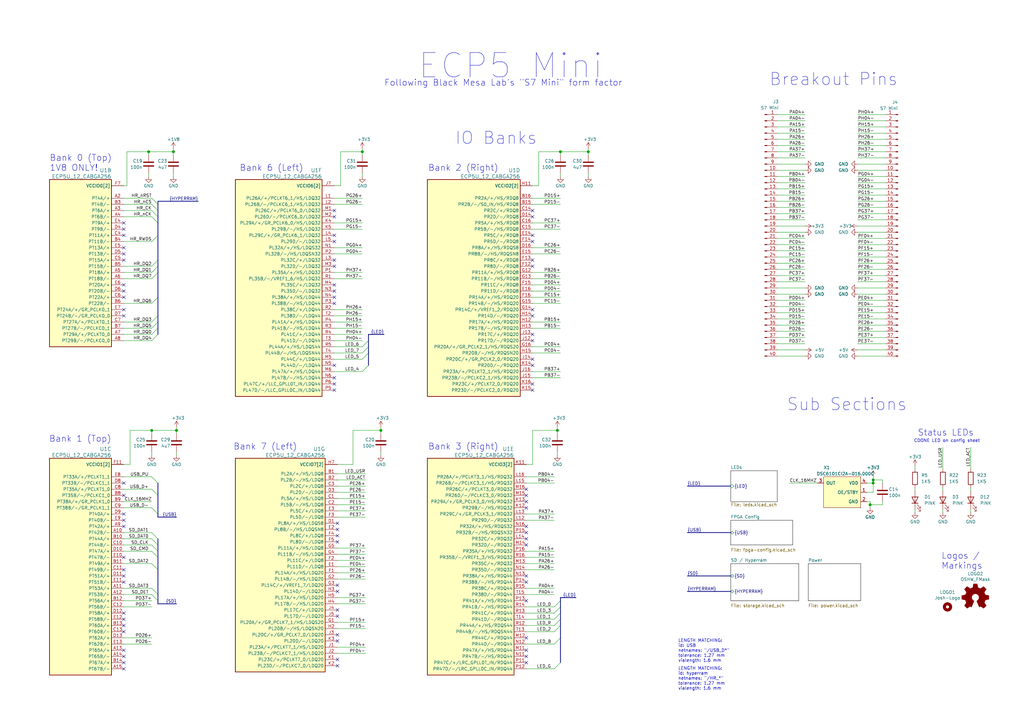
<source format=kicad_sch>
(kicad_sch (version 20201015) (generator eeschema)
  (paper "A3")
  (title_block (title "ECP5 Mini") (date "2020-12-27") (rev "0.2") (company "Josh Johnson"))
  (lib_symbols
    (symbol "Connector:Conn_01x40_Male" (pin_names (offset 1.016) hide)
      (property "Reference" "J" (at 0 50.8 0))
      (property "Value" "Conn_01x40_Male" (at 0 -53.34 0))
      (symbol "Conn_01x40_Male_1_1"
        (pin passive line (at 5.08 48.26 180) (length 3.81) (name "Pin_1") (number "1"))
        (pin passive line (at 5.08 25.4 180) (length 3.81) (name "Pin_10") (number "10"))
        (pin passive line (at 5.08 22.86 180) (length 3.81) (name "Pin_11") (number "11"))
        (pin passive line (at 5.08 20.32 180) (length 3.81) (name "Pin_12") (number "12"))
        (pin passive line (at 5.08 17.78 180) (length 3.81) (name "Pin_13") (number "13"))
        (pin passive line (at 5.08 15.24 180) (length 3.81) (name "Pin_14") (number "14"))
        (pin passive line (at 5.08 12.7 180) (length 3.81) (name "Pin_15") (number "15"))
        (pin passive line (at 5.08 10.16 180) (length 3.81) (name "Pin_16") (number "16"))
        (pin passive line (at 5.08 7.62 180) (length 3.81) (name "Pin_17") (number "17"))
        (pin passive line (at 5.08 5.08 180) (length 3.81) (name "Pin_18") (number "18"))
        (pin passive line (at 5.08 2.54 180) (length 3.81) (name "Pin_19") (number "19"))
        (pin passive line (at 5.08 45.72 180) (length 3.81) (name "Pin_2") (number "2"))
        (pin passive line (at 5.08 0 180) (length 3.81) (name "Pin_20") (number "20"))
        (pin passive line (at 5.08 -2.54 180) (length 3.81) (name "Pin_21") (number "21"))
        (pin passive line (at 5.08 -5.08 180) (length 3.81) (name "Pin_22") (number "22"))
        (pin passive line (at 5.08 -7.62 180) (length 3.81) (name "Pin_23") (number "23"))
        (pin passive line (at 5.08 -10.16 180) (length 3.81) (name "Pin_24") (number "24"))
        (pin passive line (at 5.08 -12.7 180) (length 3.81) (name "Pin_25") (number "25"))
        (pin passive line (at 5.08 -15.24 180) (length 3.81) (name "Pin_26") (number "26"))
        (pin passive line (at 5.08 -17.78 180) (length 3.81) (name "Pin_27") (number "27"))
        (pin passive line (at 5.08 -20.32 180) (length 3.81) (name "Pin_28") (number "28"))
        (pin passive line (at 5.08 -22.86 180) (length 3.81) (name "Pin_29") (number "29"))
        (pin passive line (at 5.08 43.18 180) (length 3.81) (name "Pin_3") (number "3"))
        (pin passive line (at 5.08 -25.4 180) (length 3.81) (name "Pin_30") (number "30"))
        (pin passive line (at 5.08 -27.94 180) (length 3.81) (name "Pin_31") (number "31"))
        (pin passive line (at 5.08 -30.48 180) (length 3.81) (name "Pin_32") (number "32"))
        (pin passive line (at 5.08 -33.02 180) (length 3.81) (name "Pin_33") (number "33"))
        (pin passive line (at 5.08 -35.56 180) (length 3.81) (name "Pin_34") (number "34"))
        (pin passive line (at 5.08 -38.1 180) (length 3.81) (name "Pin_35") (number "35"))
        (pin passive line (at 5.08 -40.64 180) (length 3.81) (name "Pin_36") (number "36"))
        (pin passive line (at 5.08 -43.18 180) (length 3.81) (name "Pin_37") (number "37"))
        (pin passive line (at 5.08 -45.72 180) (length 3.81) (name "Pin_38") (number "38"))
        (pin passive line (at 5.08 -48.26 180) (length 3.81) (name "Pin_39") (number "39"))
        (pin passive line (at 5.08 40.64 180) (length 3.81) (name "Pin_4") (number "4"))
        (pin passive line (at 5.08 -50.8 180) (length 3.81) (name "Pin_40") (number "40"))
        (pin passive line (at 5.08 38.1 180) (length 3.81) (name "Pin_5") (number "5"))
        (pin passive line (at 5.08 35.56 180) (length 3.81) (name "Pin_6") (number "6"))
        (pin passive line (at 5.08 33.02 180) (length 3.81) (name "Pin_7") (number "7"))
        (pin passive line (at 5.08 30.48 180) (length 3.81) (name "Pin_8") (number "8"))
        (pin passive line (at 5.08 27.94 180) (length 3.81) (name "Pin_9") (number "9"))
      )
    )
    (symbol "Connector:Conn_01x40_Male_1" (pin_names (offset 1.016) hide)
      (property "Reference" "J" (at 0 50.8 0))
      (property "Value" "Conn_01x40_Male" (at 0 -53.34 0))
      (symbol "Conn_01x40_Male_1_1_1"
        (pin passive line (at 5.08 48.26 180) (length 3.81) (name "Pin_1") (number "1"))
        (pin passive line (at 5.08 25.4 180) (length 3.81) (name "Pin_10") (number "10"))
        (pin passive line (at 5.08 22.86 180) (length 3.81) (name "Pin_11") (number "11"))
        (pin passive line (at 5.08 20.32 180) (length 3.81) (name "Pin_12") (number "12"))
        (pin passive line (at 5.08 17.78 180) (length 3.81) (name "Pin_13") (number "13"))
        (pin passive line (at 5.08 15.24 180) (length 3.81) (name "Pin_14") (number "14"))
        (pin passive line (at 5.08 12.7 180) (length 3.81) (name "Pin_15") (number "15"))
        (pin passive line (at 5.08 10.16 180) (length 3.81) (name "Pin_16") (number "16"))
        (pin passive line (at 5.08 7.62 180) (length 3.81) (name "Pin_17") (number "17"))
        (pin passive line (at 5.08 5.08 180) (length 3.81) (name "Pin_18") (number "18"))
        (pin passive line (at 5.08 2.54 180) (length 3.81) (name "Pin_19") (number "19"))
        (pin passive line (at 5.08 45.72 180) (length 3.81) (name "Pin_2") (number "2"))
        (pin passive line (at 5.08 0 180) (length 3.81) (name "Pin_20") (number "20"))
        (pin passive line (at 5.08 -2.54 180) (length 3.81) (name "Pin_21") (number "21"))
        (pin passive line (at 5.08 -5.08 180) (length 3.81) (name "Pin_22") (number "22"))
        (pin passive line (at 5.08 -7.62 180) (length 3.81) (name "Pin_23") (number "23"))
        (pin passive line (at 5.08 -10.16 180) (length 3.81) (name "Pin_24") (number "24"))
        (pin passive line (at 5.08 -12.7 180) (length 3.81) (name "Pin_25") (number "25"))
        (pin passive line (at 5.08 -15.24 180) (length 3.81) (name "Pin_26") (number "26"))
        (pin passive line (at 5.08 -17.78 180) (length 3.81) (name "Pin_27") (number "27"))
        (pin passive line (at 5.08 -20.32 180) (length 3.81) (name "Pin_28") (number "28"))
        (pin passive line (at 5.08 -22.86 180) (length 3.81) (name "Pin_29") (number "29"))
        (pin passive line (at 5.08 43.18 180) (length 3.81) (name "Pin_3") (number "3"))
        (pin passive line (at 5.08 -25.4 180) (length 3.81) (name "Pin_30") (number "30"))
        (pin passive line (at 5.08 -27.94 180) (length 3.81) (name "Pin_31") (number "31"))
        (pin passive line (at 5.08 -30.48 180) (length 3.81) (name "Pin_32") (number "32"))
        (pin passive line (at 5.08 -33.02 180) (length 3.81) (name "Pin_33") (number "33"))
        (pin passive line (at 5.08 -35.56 180) (length 3.81) (name "Pin_34") (number "34"))
        (pin passive line (at 5.08 -38.1 180) (length 3.81) (name "Pin_35") (number "35"))
        (pin passive line (at 5.08 -40.64 180) (length 3.81) (name "Pin_36") (number "36"))
        (pin passive line (at 5.08 -43.18 180) (length 3.81) (name "Pin_37") (number "37"))
        (pin passive line (at 5.08 -45.72 180) (length 3.81) (name "Pin_38") (number "38"))
        (pin passive line (at 5.08 -48.26 180) (length 3.81) (name "Pin_39") (number "39"))
        (pin passive line (at 5.08 40.64 180) (length 3.81) (name "Pin_4") (number "4"))
        (pin passive line (at 5.08 -50.8 180) (length 3.81) (name "Pin_40") (number "40"))
        (pin passive line (at 5.08 38.1 180) (length 3.81) (name "Pin_5") (number "5"))
        (pin passive line (at 5.08 35.56 180) (length 3.81) (name "Pin_6") (number "6"))
        (pin passive line (at 5.08 33.02 180) (length 3.81) (name "Pin_7") (number "7"))
        (pin passive line (at 5.08 30.48 180) (length 3.81) (name "Pin_8") (number "8"))
        (pin passive line (at 5.08 27.94 180) (length 3.81) (name "Pin_9") (number "9"))
      )
    )
    (symbol "Device:C" (pin_numbers hide) (pin_names (offset 0.254))
      (property "Reference" "C" (at 0.635 2.54 0))
      (property "Value" "C" (at 0.635 -2.54 0))
      (symbol "C_1_1"
        (pin passive line (at 0 3.81 270) (length 2.794) (name "~") (number "1"))
        (pin passive line (at 0 -3.81 90) (length 2.794) (name "~") (number "2"))
      )
    )
    (symbol "Device:LED" (pin_numbers hide) (pin_names (offset 1.016) hide)
      (property "Reference" "D" (at 0 2.54 0))
      (property "Value" "LED" (at 0 -2.54 0))
      (symbol "LED_1_1"
        (pin passive line (at -3.81 0 0) (length 2.54) (name "K") (number "1"))
        (pin passive line (at 3.81 0 180) (length 2.54) (name "A") (number "2"))
      )
    )
    (symbol "Device:LED_1" (pin_numbers hide) (pin_names (offset 1.016) hide)
      (property "Reference" "D" (at 0 2.54 0))
      (property "Value" "LED" (at 0 -2.54 0))
      (symbol "LED_1_1_1"
        (pin passive line (at -3.81 0 0) (length 2.54) (name "K") (number "1"))
        (pin passive line (at 3.81 0 180) (length 2.54) (name "A") (number "2"))
      )
    )
    (symbol "Device:LED_2" (pin_numbers hide) (pin_names (offset 1.016) hide)
      (property "Reference" "D" (at 0 2.54 0))
      (property "Value" "LED" (at 0 -2.54 0))
      (symbol "LED_2_1_1"
        (pin passive line (at -3.81 0 0) (length 2.54) (name "K") (number "1"))
        (pin passive line (at 3.81 0 180) (length 2.54) (name "A") (number "2"))
      )
    )
    (symbol "Device:R" (pin_numbers hide) (pin_names (offset 0))
      (property "Reference" "R" (at 2.032 0 90))
      (property "Value" "R" (at 0 0 90))
      (symbol "R_1_1"
        (pin passive line (at 0 3.81 270) (length 1.27) (name "~") (number "1"))
        (pin passive line (at 0 -3.81 90) (length 1.27) (name "~") (number "2"))
      )
    )
    (symbol "Graphic:Logo_Open_Hardware_Small" (pin_names (offset 1.016)))
    (symbol "Mechanical:MountingHole" (pin_names (offset 1.016))
      (property "Reference" "H" (at 0 5.08 0))
      (property "Value" "MountingHole" (at 0 3.175 0))
    )
    (symbol "josh-ic:ECP5U_12_CABGA256"
      (property "Reference" "U" (at -15.24 45.72 0))
      (property "Value" "ECP5U_12_CABGA256" (at 7.62 43.18 0))
      (symbol "ECP5U_12_CABGA256_1_1"
        (pin power_in line (at -12.7 -5.08 0) (length 5.08) (name "GND[27]") (number "A16"))
        (pin power_in line (at -12.7 -5.08 0) (length 5.08) (name "GND[27]") (number "H16"))
        (pin power_in line (at -12.7 -5.08 0) (length 5.08) (name "GND[27]") (number "T16"))
        (pin power_in line (at -12.7 -5.08 0) (length 5.08) (name "GND[27]") (number "D15"))
        (pin power_in line (at -12.7 -5.08 0) (length 5.08) (name "GND[27]") (number "N15"))
        (pin power_in line (at -12.7 -5.08 0) (length 5.08) (name "GND[27]") (number "T12"))
        (pin power_in line (at -12.7 -5.08 0) (length 5.08) (name "GND[27]") (number "G10"))
        (pin power_in line (at -12.7 -5.08 0) (length 5.08) (name "GND[27]") (number "H10"))
        (pin power_in line (at -12.7 -5.08 0) (length 5.08) (name "GND[27]") (number "J10"))
        (pin power_in line (at -12.7 -5.08 0) (length 5.08) (name "GND[27]") (number "K10"))
        (pin power_in line (at -12.7 -5.08 0) (length 5.08) (name "GND[27]") (number "F9"))
        (pin power_in line (at -12.7 -5.08 0) (length 5.08) (name "GND[27]") (number "H9"))
        (pin power_in line (at -12.7 -5.08 0) (length 5.08) (name "GND[27]") (number "J9"))
        (pin power_in line (at -12.7 -5.08 0) (length 5.08) (name "GND[27]") (number "K9"))
        (pin power_in line (at -12.7 -5.08 0) (length 5.08) (name "GND[27]") (number "F8"))
        (pin power_in line (at -12.7 -5.08 0) (length 5.08) (name "GND[27]") (number "G8"))
        (pin power_in line (at -12.7 -5.08 0) (length 5.08) (name "GND[27]") (number "H8"))
        (pin power_in line (at -12.7 -5.08 0) (length 5.08) (name "GND[27]") (number "J8"))
        (pin power_in line (at -12.7 -5.08 0) (length 5.08) (name "GND[27]") (number "K8"))
        (pin power_in line (at -12.7 -5.08 0) (length 5.08) (name "GND[27]") (number "K7"))
        (pin power_in line (at -12.7 -5.08 0) (length 5.08) (name "GND[27]") (number "K6"))
        (pin power_in line (at -12.7 -5.08 0) (length 5.08) (name "GND[27]") (number "T5"))
        (pin power_in line (at -12.7 -5.08 0) (length 5.08) (name "GND[27]") (number "D2"))
        (pin power_in line (at -12.7 -5.08 0) (length 5.08) (name "GND[27]") (number "N2"))
        (pin power_in line (at -12.7 -5.08 0) (length 5.08) (name "GND[27]") (number "A1"))
        (pin power_in line (at -12.7 -5.08 0) (length 5.08) (name "GND[27]") (number "H1"))
        (pin power_in line (at -12.7 -5.08 0) (length 5.08) (name "GND[27]") (number "T1"))
        (pin power_in line (at -12.7 5.08 0) (length 5.08) (name "VCC[6]") (number "L10"))
        (pin power_in line (at -12.7 5.08 0) (length 5.08) (name "VCC[6]") (number "G9"))
        (pin power_in line (at -12.7 5.08 0) (length 5.08) (name "VCC[6]") (number "L9"))
        (pin power_in line (at -12.7 5.08 0) (length 5.08) (name "VCC[6]") (number "L8"))
        (pin power_in line (at -12.7 5.08 0) (length 5.08) (name "VCC[6]") (number "G7"))
        (pin power_in line (at -12.7 5.08 0) (length 5.08) (name "VCC[6]") (number "G6"))
        (pin power_in line (at -12.7 2.54 0) (length 5.08) (name "VCCAUX[2]") (number "G11"))
        (pin power_in line (at -12.7 2.54 0) (length 5.08) (name "VCCAUX[2]") (number "L7"))
      )
      (symbol "ECP5U_12_CABGA256_2_1"
        (pin bidirectional line (at -21.59 33.02 0) (length 5.08) (name "PT4A/+") (number "A2"))
        (pin bidirectional line (at -21.59 30.48 0) (length 5.08) (name "PT4B/-") (number "B3"))
        (pin bidirectional line (at -21.59 27.94 0) (length 5.08) (name "PT6A/+") (number "A3"))
        (pin bidirectional line (at -21.59 25.4 0) (length 5.08) (name "PT6B/-") (number "A4"))
        (pin bidirectional line (at -21.59 22.86 0) (length 5.08) (name "PT9A/+") (number "E4"))
        (pin bidirectional line (at -21.59 20.32 0) (length 5.08) (name "PT9B/-") (number "D4"))
        (pin bidirectional line (at -21.59 17.78 0) (length 5.08) (name "PT11A/+") (number "C4"))
        (pin bidirectional line (at -21.59 15.24 0) (length 5.08) (name "PT11B/-") (number "B4"))
        (pin bidirectional line (at -21.59 12.7 0) (length 5.08) (name "PT13A/+") (number "E5"))
        (pin bidirectional line (at -21.59 10.16 0) (length 5.08) (name "PT13B/-") (number "D5"))
        (pin bidirectional line (at -21.59 7.62 0) (length 5.08) (name "PT15A/+") (number "C5"))
        (pin bidirectional line (at -21.59 5.08 0) (length 5.08) (name "PT15B/-") (number "B5"))
        (pin bidirectional line (at -21.59 2.54 0) (length 5.08) (name "PT18A/+") (number "A5"))
        (pin bidirectional line (at -21.59 0 0) (length 5.08) (name "PT18B/-") (number "A6"))
        (pin bidirectional line (at -21.59 -2.54 0) (length 5.08) (name "PT20A/+") (number "E6"))
        (pin bidirectional line (at -21.59 -5.08 0) (length 5.08) (name "PT20B/-") (number "D6"))
        (pin bidirectional line (at -21.59 -7.62 0) (length 5.08) (name "PT22A/+") (number "C6"))
        (pin bidirectional line (at -21.59 -10.16 0) (length 5.08) (name "PT22B/-") (number "B6"))
        (pin bidirectional line (at -21.59 -12.7 0) (length 5.08) (name "PT24A/+/GR_PCLK0_1") (number "E7"))
        (pin bidirectional line (at -21.59 -15.24 0) (length 5.08) (name "PT24B/-/GR_PCLK0_0") (number "D7"))
        (pin bidirectional line (at -21.59 -17.78 0) (length 5.08) (name "PT27A/+/PCLKT0_1") (number "C7"))
        (pin bidirectional line (at -21.59 -20.32 0) (length 5.08) (name "PT27B/-/PCLKC0_1") (number "B7"))
        (pin bidirectional line (at -21.59 -22.86 0) (length 5.08) (name "PT29A/+/PCLKT0_0") (number "A7"))
        (pin bidirectional line (at -21.59 -25.4 0) (length 5.08) (name "PT29B/-/PCLKC0_0") (number "A8"))
        (pin power_in line (at -21.59 38.1 0) (length 5.08) (name "VCCIO0[2]") (number "F7"))
        (pin power_in line (at -21.59 38.1 0) (length 5.08) (name "VCCIO0[2]") (number "F6"))
      )
      (symbol "ECP5U_12_CABGA256_3_1"
        (pin bidirectional line (at -21.59 33.02 0) (length 5.08) (name "PT33A/+/PCLKT1_1") (number "E8"))
        (pin bidirectional line (at -21.59 30.48 0) (length 5.08) (name "PT33B/-/PCLKC1_1") (number "D8"))
        (pin bidirectional line (at -21.59 27.94 0) (length 5.08) (name "PT35A/+/PCLKT1_0") (number "C8"))
        (pin bidirectional line (at -21.59 25.4 0) (length 5.08) (name "PT35B/-/PCLKC1_0") (number "B8"))
        (pin bidirectional line (at -21.59 22.86 0) (length 5.08) (name "PT38A/+/GR_PCLK1_0") (number "B9"))
        (pin bidirectional line (at -21.59 20.32 0) (length 5.08) (name "PT38B/-/GR_PCLK1_1") (number "C9"))
        (pin bidirectional line (at -21.59 17.78 0) (length 5.08) (name "PT40A/+") (number "D9"))
        (pin bidirectional line (at -21.59 15.24 0) (length 5.08) (name "PT40B/-") (number "E9"))
        (pin bidirectional line (at -21.59 12.7 0) (length 5.08) (name "PT42A/+") (number "A9"))
        (pin bidirectional line (at -21.59 10.16 0) (length 5.08) (name "PT42B/-") (number "A10"))
        (pin bidirectional line (at -21.59 7.62 0) (length 5.08) (name "PT44A/+") (number "B10"))
        (pin bidirectional line (at -21.59 5.08 0) (length 5.08) (name "PT44B/-") (number "C10"))
        (pin bidirectional line (at -21.59 2.54 0) (length 5.08) (name "PT47A/+") (number "D10"))
        (pin bidirectional line (at -21.59 0 0) (length 5.08) (name "PT47B/-") (number "E10"))
        (pin bidirectional line (at -21.59 -2.54 0) (length 5.08) (name "PT49A/+") (number "B11"))
        (pin bidirectional line (at -21.59 -5.08 0) (length 5.08) (name "PT49B/-") (number "C11"))
        (pin bidirectional line (at -21.59 -7.62 0) (length 5.08) (name "PT51A/+") (number "D11"))
        (pin bidirectional line (at -21.59 -10.16 0) (length 5.08) (name "PT51B/-") (number "E11"))
        (pin bidirectional line (at -21.59 -12.7 0) (length 5.08) (name "PT53A/+") (number "A11"))
        (pin bidirectional line (at -21.59 -15.24 0) (length 5.08) (name "PT53B/-") (number "A12"))
        (pin bidirectional line (at -21.59 -17.78 0) (length 5.08) (name "PT56A/+") (number "B12"))
        (pin bidirectional line (at -21.59 -20.32 0) (length 5.08) (name "PT56B/-") (number "C12"))
        (pin bidirectional line (at -21.59 -22.86 0) (length 5.08) (name "PT58A/+") (number "D12"))
        (pin bidirectional line (at -21.59 -25.4 0) (length 5.08) (name "PT58B/-") (number "E12"))
        (pin bidirectional line (at -21.59 -27.94 0) (length 5.08) (name "PT60A/+") (number "B13"))
        (pin bidirectional line (at -21.59 -30.48 0) (length 5.08) (name "PT60B/-") (number "C13"))
        (pin bidirectional line (at -21.59 -33.02 0) (length 5.08) (name "PT62A/+") (number "D13"))
        (pin bidirectional line (at -21.59 -35.56 0) (length 5.08) (name "PT62B/-") (number "E13"))
        (pin bidirectional line (at -21.59 -38.1 0) (length 5.08) (name "PT65A/+") (number "A13"))
        (pin bidirectional line (at -21.59 -40.64 0) (length 5.08) (name "PT65B/-") (number "A14"))
        (pin bidirectional line (at -21.59 -43.18 0) (length 5.08) (name "PT67A/+") (number "B14"))
        (pin bidirectional line (at -21.59 -45.72 0) (length 5.08) (name "PT67B/-") (number "A15"))
        (pin power_in line (at -21.59 38.1 0) (length 5.08) (name "VCCIO1[2]") (number "F11"))
        (pin power_in line (at -21.59 38.1 0) (length 5.08) (name "VCCIO1[2]") (number "F10"))
      )
      (symbol "ECP5U_12_CABGA256_4_1"
        (pin bidirectional line (at -21.59 33.02 0) (length 5.08) (name "PR2A/+/HS/RDQ8") (number "B16"))
        (pin bidirectional line (at -21.59 30.48 0) (length 5.08) (name "PR2B/-/S0_IN/HS/RDQ8") (number "B15"))
        (pin bidirectional line (at -21.59 27.94 0) (length 5.08) (name "PR2C/+/RDQ8") (number "C14"))
        (pin bidirectional line (at -21.59 25.4 0) (length 5.08) (name "PR2D/-/RDQ8") (number "D14"))
        (pin bidirectional line (at -21.59 22.86 0) (length 5.08) (name "PR5A/+/HS/RDQ8") (number "C16"))
        (pin bidirectional line (at -21.59 20.32 0) (length 5.08) (name "PR5B/-/HS/RDQ8") (number "C15"))
        (pin bidirectional line (at -21.59 17.78 0) (length 5.08) (name "PR5C/+/RDQ8") (number "E14"))
        (pin bidirectional line (at -21.59 15.24 0) (length 5.08) (name "PR5D/-/RDQ8") (number "F14"))
        (pin bidirectional line (at -21.59 12.7 0) (length 5.08) (name "PR8A/+/HS/RDQS8") (number "D16"))
        (pin bidirectional line (at -21.59 10.16 0) (length 5.08) (name "PR8B/-/HS/RDQSN8") (number "E15"))
        (pin bidirectional line (at -21.59 7.62 0) (length 5.08) (name "PR8C/+/RDQ8") (number "F13"))
        (pin bidirectional line (at -21.59 5.08 0) (length 5.08) (name "PR8D/-/RDQ8") (number "F12"))
        (pin bidirectional line (at -21.59 2.54 0) (length 5.08) (name "PR11A/+/HS/RDQ8") (number "G12"))
        (pin bidirectional line (at -21.59 0 0) (length 5.08) (name "PR11B/-/HS/RDQ8") (number "G13"))
        (pin bidirectional line (at -21.59 -2.54 0) (length 5.08) (name "PR11C/+/RDQ8") (number "F15"))
        (pin bidirectional line (at -21.59 -5.08 0) (length 5.08) (name "PR11D/-/RDQ8") (number "E16"))
        (pin bidirectional line (at -21.59 -7.62 0) (length 5.08) (name "PR14A/+/HS/RDQ20") (number "F16"))
        (pin bidirectional line (at -21.59 -10.16 0) (length 5.08) (name "PR14B/-/HS/RDQ20") (number "G15"))
        (pin bidirectional line (at -21.59 -12.7 0) (length 5.08) (name "PR14C/+/VREF1_2/RDQ20") (number "G14"))
        (pin bidirectional line (at -21.59 -15.24 0) (length 5.08) (name "PR14D/-/RDQ20") (number "H14"))
        (pin bidirectional line (at -21.59 -17.78 0) (length 5.08) (name "PR17A/+/HS/RDQ20") (number "H12"))
        (pin bidirectional line (at -21.59 -20.32 0) (length 5.08) (name "PR17B/-/HS/RDQ20") (number "H13"))
        (pin bidirectional line (at -21.59 -22.86 0) (length 5.08) (name "PR17C/+/RDQ20") (number "J13"))
        (pin bidirectional line (at -21.59 -25.4 0) (length 5.08) (name "PR17D/-/RDQ20") (number "J12"))
        (pin bidirectional line (at -21.59 -27.94 0) (length 5.08) (name "PR20A/+/GR_PCLK2_1/HS/RDQS20") (number "G16"))
        (pin bidirectional line (at -21.59 -30.48 0) (length 5.08) (name "PR20B/-/HS/RDQSN20") (number "H15"))
        (pin bidirectional line (at -21.59 -33.02 0) (length 5.08) (name "PR20C/+/GR_PCLK2_0/RDQ20") (number "J14"))
        (pin bidirectional line (at -21.59 -35.56 0) (length 5.08) (name "PR20D/-/RDQ20") (number "K14"))
        (pin bidirectional line (at -21.59 -38.1 0) (length 5.08) (name "PR23A/+/PCLKT2_1/HS/RDQ20") (number "J16"))
        (pin bidirectional line (at -21.59 -40.64 0) (length 5.08) (name "PR23B/-/PCLKC2_1/HS/RDQ20") (number "J15"))
        (pin bidirectional line (at -21.59 -43.18 0) (length 5.08) (name "PR23C/+/PCLKT2_0/RDQ20") (number "K16"))
        (pin bidirectional line (at -21.59 -45.72 0) (length 5.08) (name "PR23D/-/PCLKC2_0/RDQ20") (number "K15"))
        (pin power_in line (at -21.59 38.1 0) (length 5.08) (name "VCCIO2[2]") (number "H11"))
        (pin power_in line (at -21.59 38.1 0) (length 5.08) (name "VCCIO2[2]") (number "J11"))
      )
      (symbol "ECP5U_12_CABGA256_5_1"
        (pin bidirectional line (at -21.59 33.02 0) (length 5.08) (name "PR26A/+/PCLKT3_1/HS/RDQ32") (number "L16"))
        (pin bidirectional line (at -21.59 30.48 0) (length 5.08) (name "PR26B/-/PCLKC3_1/HS/RDQ32") (number "L15"))
        (pin bidirectional line (at -21.59 27.94 0) (length 5.08) (name "PR26C/+/PCLKT3_0/RDQ32") (number "M16"))
        (pin bidirectional line (at -21.59 25.4 0) (length 5.08) (name "PR26D/-/PCLKC3_0/RDQ32") (number "M15"))
        (pin bidirectional line (at -21.59 22.86 0) (length 5.08) (name "PR29A/+/GR_PCLK3_0/HS/RDQ32") (number "K13"))
        (pin bidirectional line (at -21.59 20.32 0) (length 5.08) (name "PR29B/-/HS/RDQ32") (number "K12"))
        (pin bidirectional line (at -21.59 17.78 0) (length 5.08) (name "PR29C/+/GR_PCLK3_1/RDQ32") (number "L13"))
        (pin bidirectional line (at -21.59 15.24 0) (length 5.08) (name "PR29D/-/RDQ32") (number "L12"))
        (pin bidirectional line (at -21.59 12.7 0) (length 5.08) (name "PR32A/+/HS/RDQS32") (number "N16"))
        (pin bidirectional line (at -21.59 10.16 0) (length 5.08) (name "PR32B/-/HS/RDQSN32") (number "P15"))
        (pin bidirectional line (at -21.59 7.62 0) (length 5.08) (name "PR32C/+/RDQ32") (number "L14"))
        (pin bidirectional line (at -21.59 5.08 0) (length 5.08) (name "PR32D/-/RDQ32") (number "M14"))
        (pin bidirectional line (at -21.59 2.54 0) (length 5.08) (name "PR35A/+/HS/RDQ32") (number "P16"))
        (pin bidirectional line (at -21.59 0 0) (length 5.08) (name "PR35B/-/VREF1_3/HS/RDQ32") (number "R16"))
        (pin bidirectional line (at -21.59 -2.54 0) (length 5.08) (name "PR35C/+/RDQ32") (number "M13"))
        (pin bidirectional line (at -21.59 -5.08 0) (length 5.08) (name "PR35D/-/RDQ32") (number "N14"))
        (pin bidirectional line (at -21.59 -7.62 0) (length 5.08) (name "PR38A/+/HS/RDQ44") (number "N13"))
        (pin bidirectional line (at -21.59 -10.16 0) (length 5.08) (name "PR38B/-/HS/RDQ44") (number "P14"))
        (pin bidirectional line (at -21.59 -12.7 0) (length 5.08) (name "PR38C/+/RDQ44") (number "R15"))
        (pin bidirectional line (at -21.59 -15.24 0) (length 5.08) (name "PR38D/-/RDQ44") (number "T15"))
        (pin bidirectional line (at -21.59 -17.78 0) (length 5.08) (name "PR41A/+/HS/RDQ44") (number "P13"))
        (pin bidirectional line (at -21.59 -20.32 0) (length 5.08) (name "PR41B/-/HS/RDQ44") (number "R14"))
        (pin bidirectional line (at -21.59 -22.86 0) (length 5.08) (name "PR41C/+/RDQ44") (number "R13"))
        (pin bidirectional line (at -21.59 -25.4 0) (length 5.08) (name "PR41D/-/RDQ44") (number "T14"))
        (pin bidirectional line (at -21.59 -27.94 0) (length 5.08) (name "PR44A/+/HS/RDQS44") (number "R12"))
        (pin bidirectional line (at -21.59 -30.48 0) (length 5.08) (name "PR44B/-/HS/RDQSN44") (number "T13"))
        (pin bidirectional line (at -21.59 -33.02 0) (length 5.08) (name "PR44C/+/RDQ44") (number "M12"))
        (pin bidirectional line (at -21.59 -35.56 0) (length 5.08) (name "PR44D/-/RDQ44") (number "N12"))
        (pin bidirectional line (at -21.59 -38.1 0) (length 5.08) (name "PR47A/+/HS/RDQ44") (number "M11"))
        (pin bidirectional line (at -21.59 -40.64 0) (length 5.08) (name "PR47B/-/HS/RDQ44") (number "N11"))
        (pin bidirectional line (at -21.59 -43.18 0) (length 5.08) (name "PR47C/+/LRC_GPLL0T_IN/RDQ44") (number "P11"))
        (pin bidirectional line (at -21.59 -45.72 0) (length 5.08) (name "PR47D/-/LRC_GPLL0C_IN/RDQ44") (number "P12"))
        (pin power_in line (at -21.59 38.1 0) (length 5.08) (name "VCCIO3[2]") (number "K11"))
        (pin power_in line (at -21.59 38.1 0) (length 5.08) (name "VCCIO3[2]") (number "L11"))
      )
      (symbol "ECP5U_12_CABGA256_6_1"
        (pin bidirectional line (at -21.59 33.02 0) (length 5.08) (name "PL26A/+/PCLKT6_1/HS/LDQ32") (number "L1"))
        (pin bidirectional line (at -21.59 30.48 0) (length 5.08) (name "PL26B/-/PCLKC6_1/HS/LDQ32") (number "L2"))
        (pin bidirectional line (at -21.59 27.94 0) (length 5.08) (name "PL26C/+/PCLKT6_0/LDQ32") (number "M1"))
        (pin bidirectional line (at -21.59 25.4 0) (length 5.08) (name "PL26D/-/PCLKC6_0/LDQ32") (number "M2"))
        (pin bidirectional line (at -21.59 22.86 0) (length 5.08) (name "PL29A/+/GR_PCLK6_0/HS/LDQ32") (number "K4"))
        (pin bidirectional line (at -21.59 20.32 0) (length 5.08) (name "PL29B/-/HS/LDQ32") (number "K5"))
        (pin bidirectional line (at -21.59 17.78 0) (length 5.08) (name "PL29C/+/GR_PCLK6_1/LDQ32") (number "L4"))
        (pin bidirectional line (at -21.59 15.24 0) (length 5.08) (name "PL29D/-/LDQ32") (number "L5"))
        (pin bidirectional line (at -21.59 12.7 0) (length 5.08) (name "PL32A/+/HS/LDQS32") (number "N1"))
        (pin bidirectional line (at -21.59 10.16 0) (length 5.08) (name "PL32B/-/HS/LDQSN32") (number "P2"))
        (pin bidirectional line (at -21.59 7.62 0) (length 5.08) (name "PL32C/+/LDQ32") (number "L3"))
        (pin bidirectional line (at -21.59 5.08 0) (length 5.08) (name "PL32D/-/LDQ32") (number "M3"))
        (pin bidirectional line (at -21.59 2.54 0) (length 5.08) (name "PL35A/+/HS/LDQ32") (number "P1"))
        (pin bidirectional line (at -21.59 0 0) (length 5.08) (name "PL35B/-/VREF1_6/HS/LDQ32") (number "R1"))
        (pin bidirectional line (at -21.59 -2.54 0) (length 5.08) (name "PL35C/+/LDQ32") (number "M4"))
        (pin bidirectional line (at -21.59 -5.08 0) (length 5.08) (name "PL35D/-/LDQ32") (number "N3"))
        (pin bidirectional line (at -21.59 -7.62 0) (length 5.08) (name "PL38A/+/HS/LDQ44") (number "N4"))
        (pin bidirectional line (at -21.59 -10.16 0) (length 5.08) (name "PL38B/-/HS/LDQ44") (number "P3"))
        (pin bidirectional line (at -21.59 -12.7 0) (length 5.08) (name "PL38C/+/LDQ44") (number "R2"))
        (pin bidirectional line (at -21.59 -15.24 0) (length 5.08) (name "PL38D/-/LDQ44") (number "T2"))
        (pin bidirectional line (at -21.59 -17.78 0) (length 5.08) (name "PL41A/+/HS/LDQ44") (number "P4"))
        (pin bidirectional line (at -21.59 -20.32 0) (length 5.08) (name "PL41B/-/HS/LDQ44") (number "R3"))
        (pin bidirectional line (at -21.59 -22.86 0) (length 5.08) (name "PL41C/+/LDQ44") (number "R4"))
        (pin bidirectional line (at -21.59 -25.4 0) (length 5.08) (name "PL41D/-/LDQ44") (number "T3"))
        (pin bidirectional line (at -21.59 -27.94 0) (length 5.08) (name "PL44A/+/HS/LDQS44") (number "R5"))
        (pin bidirectional line (at -21.59 -30.48 0) (length 5.08) (name "PL44B/-/HS/LDQSN44") (number "T4"))
        (pin bidirectional line (at -21.59 -33.02 0) (length 5.08) (name "PL44C/+/LDQ44") (number "M5"))
        (pin bidirectional line (at -21.59 -35.56 0) (length 5.08) (name "PL44D/-/LDQ44") (number "N5"))
        (pin bidirectional line (at -21.59 -38.1 0) (length 5.08) (name "PL47A/+/HS/LDQ44") (number "M6"))
        (pin bidirectional line (at -21.59 -40.64 0) (length 5.08) (name "PL47B/-/HS/LDQ44") (number "N6"))
        (pin bidirectional line (at -21.59 -43.18 0) (length 5.08) (name "PL47C/+/LLC_GPLL0T_IN/LDQ44") (number "P6"))
        (pin bidirectional line (at -21.59 -45.72 0) (length 5.08) (name "PL47D/-/LLC_GPLL0C_IN/LDQ44") (number "P5"))
        (pin power_in line (at -21.59 38.1 0) (length 5.08) (name "VCCIO6[2]") (number "J7"))
        (pin power_in line (at -21.59 38.1 0) (length 5.08) (name "VCCIO6[2]") (number "J6"))
      )
      (symbol "ECP5U_12_CABGA256_7_1"
        (pin bidirectional line (at -21.59 34.29 0) (length 5.08) (name "PL2A/+/HS/LDQ8") (number "B1"))
        (pin bidirectional line (at -21.59 31.75 0) (length 5.08) (name "PL2B/-/HS/LDQ8") (number "B2"))
        (pin bidirectional line (at -21.59 29.21 0) (length 5.08) (name "PL2C/+/LDQ8") (number "C3"))
        (pin bidirectional line (at -21.59 26.67 0) (length 5.08) (name "PL2D/-/LDQ8") (number "D3"))
        (pin bidirectional line (at -21.59 24.13 0) (length 5.08) (name "PL5A/+/HS/LDQ8") (number "C1"))
        (pin bidirectional line (at -21.59 21.59 0) (length 5.08) (name "PL5B/-/HS/LDQ8") (number "C2"))
        (pin bidirectional line (at -21.59 19.05 0) (length 5.08) (name "PL5C/+/LDQ8") (number "E3"))
        (pin bidirectional line (at -21.59 16.51 0) (length 5.08) (name "PL5D/-/LDQ8") (number "F3"))
        (pin bidirectional line (at -21.59 13.97 0) (length 5.08) (name "PL8A/+/HS/LDQS8") (number "D1"))
        (pin bidirectional line (at -21.59 11.43 0) (length 5.08) (name "PL8B/-/HS/LDQSN8") (number "E2"))
        (pin bidirectional line (at -21.59 8.89 0) (length 5.08) (name "PL8C/+/LDQ8") (number "F4"))
        (pin bidirectional line (at -21.59 6.35 0) (length 5.08) (name "PL8D/-/LDQ8") (number "F5"))
        (pin bidirectional line (at -21.59 3.81 0) (length 5.08) (name "PL11A/+/HS/LDQ8") (number "G5"))
        (pin bidirectional line (at -21.59 1.27 0) (length 5.08) (name "PL11B/-/HS/LDQ8") (number "G4"))
        (pin bidirectional line (at -21.59 -1.27 0) (length 5.08) (name "PL11C/+/LDQ8") (number "F2"))
        (pin bidirectional line (at -21.59 -3.81 0) (length 5.08) (name "PL11D/-/LDQ8") (number "E1"))
        (pin bidirectional line (at -21.59 -6.35 0) (length 5.08) (name "PL14A/+/HS/LDQ20") (number "F1"))
        (pin bidirectional line (at -21.59 -8.89 0) (length 5.08) (name "PL14B/-/HS/LDQ20") (number "G2"))
        (pin bidirectional line (at -21.59 -11.43 0) (length 5.08) (name "PL14C/+/VREF1_7/LDQ20") (number "G3"))
        (pin bidirectional line (at -21.59 -13.97 0) (length 5.08) (name "PL14D/-/LDQ20") (number "H3"))
        (pin bidirectional line (at -21.59 -16.51 0) (length 5.08) (name "PL17A/+/HS/LDQ20") (number "H5"))
        (pin bidirectional line (at -21.59 -19.05 0) (length 5.08) (name "PL17B/-/HS/LDQ20") (number "H4"))
        (pin bidirectional line (at -21.59 -21.59 0) (length 5.08) (name "PL17C/+/LDQ20") (number "J4"))
        (pin bidirectional line (at -21.59 -24.13 0) (length 5.08) (name "PL17D/-/LDQ20") (number "J5"))
        (pin bidirectional line (at -21.59 -26.67 0) (length 5.08) (name "PL20A/+/GR_PCLK7_1/HS/LDQS20") (number "G1"))
        (pin bidirectional line (at -21.59 -29.21 0) (length 5.08) (name "PL20B/-/HS/LDQSN20") (number "H2"))
        (pin bidirectional line (at -21.59 -31.75 0) (length 5.08) (name "PL20C/+/GR_PCLK7_0/LDQ20") (number "J3"))
        (pin bidirectional line (at -21.59 -34.29 0) (length 5.08) (name "PL20D/-/LDQ20") (number "K3"))
        (pin bidirectional line (at -21.59 -36.83 0) (length 5.08) (name "PL23A/+/PCLKT7_1/HS/LDQ20") (number "J1"))
        (pin bidirectional line (at -21.59 -39.37 0) (length 5.08) (name "PL23B/-/PCLKC7_1/HS/LDQ20") (number "J2"))
        (pin bidirectional line (at -21.59 -41.91 0) (length 5.08) (name "PL23C/+/PCLKT7_0/LDQ20") (number "K1"))
        (pin bidirectional line (at -21.59 -44.45 0) (length 5.08) (name "PL23D/-/PCLKC7_0/LDQ20") (number "K2"))
        (pin power_in line (at -21.59 38.1 0) (length 5.08) (name "VCCIO7[2]") (number "H7"))
        (pin power_in line (at -21.59 38.1 0) (length 5.08) (name "VCCIO7[2]") (number "H6"))
      )
      (symbol "ECP5U_12_CABGA256_8_1"
        (pin bidirectional line (at -21.59 33.02 0) (length 5.08) (name "CCLK/MCLK/SCK") (number "N9"))
        (pin bidirectional line (at -21.59 30.48 0) (length 5.08) (name "CFG_0") (number "N10"))
        (pin bidirectional line (at -21.59 27.94 0) (length 5.08) (name "CFG_1") (number "P10"))
        (pin bidirectional line (at -21.59 25.4 0) (length 5.08) (name "CFG_2") (number "R10"))
        (pin bidirectional line (at -21.59 22.86 0) (length 5.08) (name "DONE") (number "P9"))
        (pin bidirectional line (at -21.59 20.32 0) (length 5.08) (name "INITN") (number "T9"))
        (pin bidirectional line (at -21.59 17.78 0) (length 5.08) (name "PB4A/+/D7/IO7") (number "T6"))
        (pin bidirectional line (at -21.59 15.24 0) (length 5.08) (name "PB4B/-/D6/IO6") (number "R6"))
        (pin bidirectional line (at -21.59 12.7 0) (length 5.08) (name "PB6A/+/D5/MISO2/IO5") (number "R7"))
        (pin bidirectional line (at -21.59 10.16 0) (length 5.08) (name "PB6B/-/D4/MOSI2/IO4") (number "P7"))
        (pin bidirectional line (at -21.59 7.62 0) (length 5.08) (name "PB9A/+/D3/IO3") (number "N7"))
        (pin bidirectional line (at -21.59 5.08 0) (length 5.08) (name "PB9B/-/D2/IO2") (number "M7"))
        (pin bidirectional line (at -21.59 2.54 0) (length 5.08) (name "PB11A/+/D1/MISO/IO1") (number "T7"))
        (pin bidirectional line (at -21.59 0 0) (length 5.08) (name "PB11B/-/D0/MOSI/IO0") (number "T8"))
        (pin bidirectional line (at -21.59 -2.54 0) (length 5.08) (name "PB13A/+/SN/CSN") (number "R8"))
        (pin bidirectional line (at -21.59 -5.08 0) (length 5.08) (name "PB13B/-/CS1N") (number "P8"))
        (pin bidirectional line (at -21.59 -7.62 0) (length 5.08) (name "PB15A/+/HOLDN/DI/BUSY/CSSPIN/CEN") (number "N8"))
        (pin bidirectional line (at -21.59 -10.16 0) (length 5.08) (name "PB15B/-/DOUT/CSON") (number "M8"))
        (pin bidirectional line (at -21.59 -12.7 0) (length 5.08) (name "PB18A/WRITEN") (number "M9"))
        (pin bidirectional line (at -21.59 -15.24 0) (length 5.08) (name "PROGRAMN") (number "R9"))
        (pin power_in line (at -21.59 38.1 0) (length 5.08) (name "VCCIO8") (number "L6"))
      )
      (symbol "ECP5U_12_CABGA256_9_1"
        (pin bidirectional line (at -7.62 3.81 0) (length 5.08) (name "TCK") (number "T10"))
        (pin bidirectional line (at -7.62 1.27 0) (length 5.08) (name "TDI") (number "R11"))
        (pin bidirectional line (at -7.62 -1.27 0) (length 5.08) (name "TDO") (number "M10"))
        (pin bidirectional line (at -7.62 -3.81 0) (length 5.08) (name "TMS") (number "T11"))
      )
    )
    (symbol "josh-ic:ECP5U_12_CABGA256_1"
      (property "Reference" "U" (at -15.24 45.72 0))
      (property "Value" "ECP5U_12_CABGA256" (at 7.62 43.18 0))
      (symbol "ECP5U_12_CABGA256_1_1_1"
        (pin power_in line (at -12.7 -5.08 0) (length 5.08) (name "GND[27]") (number "A16"))
        (pin power_in line (at -12.7 -5.08 0) (length 5.08) (name "GND[27]") (number "H16"))
        (pin power_in line (at -12.7 -5.08 0) (length 5.08) (name "GND[27]") (number "T16"))
        (pin power_in line (at -12.7 -5.08 0) (length 5.08) (name "GND[27]") (number "D15"))
        (pin power_in line (at -12.7 -5.08 0) (length 5.08) (name "GND[27]") (number "N15"))
        (pin power_in line (at -12.7 -5.08 0) (length 5.08) (name "GND[27]") (number "T12"))
        (pin power_in line (at -12.7 -5.08 0) (length 5.08) (name "GND[27]") (number "G10"))
        (pin power_in line (at -12.7 -5.08 0) (length 5.08) (name "GND[27]") (number "H10"))
        (pin power_in line (at -12.7 -5.08 0) (length 5.08) (name "GND[27]") (number "J10"))
        (pin power_in line (at -12.7 -5.08 0) (length 5.08) (name "GND[27]") (number "K10"))
        (pin power_in line (at -12.7 -5.08 0) (length 5.08) (name "GND[27]") (number "F9"))
        (pin power_in line (at -12.7 -5.08 0) (length 5.08) (name "GND[27]") (number "H9"))
        (pin power_in line (at -12.7 -5.08 0) (length 5.08) (name "GND[27]") (number "J9"))
        (pin power_in line (at -12.7 -5.08 0) (length 5.08) (name "GND[27]") (number "K9"))
        (pin power_in line (at -12.7 -5.08 0) (length 5.08) (name "GND[27]") (number "F8"))
        (pin power_in line (at -12.7 -5.08 0) (length 5.08) (name "GND[27]") (number "G8"))
        (pin power_in line (at -12.7 -5.08 0) (length 5.08) (name "GND[27]") (number "H8"))
        (pin power_in line (at -12.7 -5.08 0) (length 5.08) (name "GND[27]") (number "J8"))
        (pin power_in line (at -12.7 -5.08 0) (length 5.08) (name "GND[27]") (number "K8"))
        (pin power_in line (at -12.7 -5.08 0) (length 5.08) (name "GND[27]") (number "K7"))
        (pin power_in line (at -12.7 -5.08 0) (length 5.08) (name "GND[27]") (number "K6"))
        (pin power_in line (at -12.7 -5.08 0) (length 5.08) (name "GND[27]") (number "T5"))
        (pin power_in line (at -12.7 -5.08 0) (length 5.08) (name "GND[27]") (number "D2"))
        (pin power_in line (at -12.7 -5.08 0) (length 5.08) (name "GND[27]") (number "N2"))
        (pin power_in line (at -12.7 -5.08 0) (length 5.08) (name "GND[27]") (number "A1"))
        (pin power_in line (at -12.7 -5.08 0) (length 5.08) (name "GND[27]") (number "H1"))
        (pin power_in line (at -12.7 -5.08 0) (length 5.08) (name "GND[27]") (number "T1"))
        (pin power_in line (at -12.7 5.08 0) (length 5.08) (name "VCC[6]") (number "L10"))
        (pin power_in line (at -12.7 5.08 0) (length 5.08) (name "VCC[6]") (number "G9"))
        (pin power_in line (at -12.7 5.08 0) (length 5.08) (name "VCC[6]") (number "L9"))
        (pin power_in line (at -12.7 5.08 0) (length 5.08) (name "VCC[6]") (number "L8"))
        (pin power_in line (at -12.7 5.08 0) (length 5.08) (name "VCC[6]") (number "G7"))
        (pin power_in line (at -12.7 5.08 0) (length 5.08) (name "VCC[6]") (number "G6"))
        (pin power_in line (at -12.7 2.54 0) (length 5.08) (name "VCCAUX[2]") (number "G11"))
        (pin power_in line (at -12.7 2.54 0) (length 5.08) (name "VCCAUX[2]") (number "L7"))
      )
      (symbol "ECP5U_12_CABGA256_1_2_1"
        (pin bidirectional line (at -21.59 33.02 0) (length 5.08) (name "PT4A/+") (number "A2"))
        (pin bidirectional line (at -21.59 30.48 0) (length 5.08) (name "PT4B/-") (number "B3"))
        (pin bidirectional line (at -21.59 27.94 0) (length 5.08) (name "PT6A/+") (number "A3"))
        (pin bidirectional line (at -21.59 25.4 0) (length 5.08) (name "PT6B/-") (number "A4"))
        (pin bidirectional line (at -21.59 22.86 0) (length 5.08) (name "PT9A/+") (number "E4"))
        (pin bidirectional line (at -21.59 20.32 0) (length 5.08) (name "PT9B/-") (number "D4"))
        (pin bidirectional line (at -21.59 17.78 0) (length 5.08) (name "PT11A/+") (number "C4"))
        (pin bidirectional line (at -21.59 15.24 0) (length 5.08) (name "PT11B/-") (number "B4"))
        (pin bidirectional line (at -21.59 12.7 0) (length 5.08) (name "PT13A/+") (number "E5"))
        (pin bidirectional line (at -21.59 10.16 0) (length 5.08) (name "PT13B/-") (number "D5"))
        (pin bidirectional line (at -21.59 7.62 0) (length 5.08) (name "PT15A/+") (number "C5"))
        (pin bidirectional line (at -21.59 5.08 0) (length 5.08) (name "PT15B/-") (number "B5"))
        (pin bidirectional line (at -21.59 2.54 0) (length 5.08) (name "PT18A/+") (number "A5"))
        (pin bidirectional line (at -21.59 0 0) (length 5.08) (name "PT18B/-") (number "A6"))
        (pin bidirectional line (at -21.59 -2.54 0) (length 5.08) (name "PT20A/+") (number "E6"))
        (pin bidirectional line (at -21.59 -5.08 0) (length 5.08) (name "PT20B/-") (number "D6"))
        (pin bidirectional line (at -21.59 -7.62 0) (length 5.08) (name "PT22A/+") (number "C6"))
        (pin bidirectional line (at -21.59 -10.16 0) (length 5.08) (name "PT22B/-") (number "B6"))
        (pin bidirectional line (at -21.59 -12.7 0) (length 5.08) (name "PT24A/+/GR_PCLK0_1") (number "E7"))
        (pin bidirectional line (at -21.59 -15.24 0) (length 5.08) (name "PT24B/-/GR_PCLK0_0") (number "D7"))
        (pin bidirectional line (at -21.59 -17.78 0) (length 5.08) (name "PT27A/+/PCLKT0_1") (number "C7"))
        (pin bidirectional line (at -21.59 -20.32 0) (length 5.08) (name "PT27B/-/PCLKC0_1") (number "B7"))
        (pin bidirectional line (at -21.59 -22.86 0) (length 5.08) (name "PT29A/+/PCLKT0_0") (number "A7"))
        (pin bidirectional line (at -21.59 -25.4 0) (length 5.08) (name "PT29B/-/PCLKC0_0") (number "A8"))
        (pin power_in line (at -21.59 38.1 0) (length 5.08) (name "VCCIO0[2]") (number "F7"))
        (pin power_in line (at -21.59 38.1 0) (length 5.08) (name "VCCIO0[2]") (number "F6"))
      )
      (symbol "ECP5U_12_CABGA256_1_3_1"
        (pin bidirectional line (at -21.59 33.02 0) (length 5.08) (name "PT33A/+/PCLKT1_1") (number "E8"))
        (pin bidirectional line (at -21.59 30.48 0) (length 5.08) (name "PT33B/-/PCLKC1_1") (number "D8"))
        (pin bidirectional line (at -21.59 27.94 0) (length 5.08) (name "PT35A/+/PCLKT1_0") (number "C8"))
        (pin bidirectional line (at -21.59 25.4 0) (length 5.08) (name "PT35B/-/PCLKC1_0") (number "B8"))
        (pin bidirectional line (at -21.59 22.86 0) (length 5.08) (name "PT38A/+/GR_PCLK1_0") (number "B9"))
        (pin bidirectional line (at -21.59 20.32 0) (length 5.08) (name "PT38B/-/GR_PCLK1_1") (number "C9"))
        (pin bidirectional line (at -21.59 17.78 0) (length 5.08) (name "PT40A/+") (number "D9"))
        (pin bidirectional line (at -21.59 15.24 0) (length 5.08) (name "PT40B/-") (number "E9"))
        (pin bidirectional line (at -21.59 12.7 0) (length 5.08) (name "PT42A/+") (number "A9"))
        (pin bidirectional line (at -21.59 10.16 0) (length 5.08) (name "PT42B/-") (number "A10"))
        (pin bidirectional line (at -21.59 7.62 0) (length 5.08) (name "PT44A/+") (number "B10"))
        (pin bidirectional line (at -21.59 5.08 0) (length 5.08) (name "PT44B/-") (number "C10"))
        (pin bidirectional line (at -21.59 2.54 0) (length 5.08) (name "PT47A/+") (number "D10"))
        (pin bidirectional line (at -21.59 0 0) (length 5.08) (name "PT47B/-") (number "E10"))
        (pin bidirectional line (at -21.59 -2.54 0) (length 5.08) (name "PT49A/+") (number "B11"))
        (pin bidirectional line (at -21.59 -5.08 0) (length 5.08) (name "PT49B/-") (number "C11"))
        (pin bidirectional line (at -21.59 -7.62 0) (length 5.08) (name "PT51A/+") (number "D11"))
        (pin bidirectional line (at -21.59 -10.16 0) (length 5.08) (name "PT51B/-") (number "E11"))
        (pin bidirectional line (at -21.59 -12.7 0) (length 5.08) (name "PT53A/+") (number "A11"))
        (pin bidirectional line (at -21.59 -15.24 0) (length 5.08) (name "PT53B/-") (number "A12"))
        (pin bidirectional line (at -21.59 -17.78 0) (length 5.08) (name "PT56A/+") (number "B12"))
        (pin bidirectional line (at -21.59 -20.32 0) (length 5.08) (name "PT56B/-") (number "C12"))
        (pin bidirectional line (at -21.59 -22.86 0) (length 5.08) (name "PT58A/+") (number "D12"))
        (pin bidirectional line (at -21.59 -25.4 0) (length 5.08) (name "PT58B/-") (number "E12"))
        (pin bidirectional line (at -21.59 -27.94 0) (length 5.08) (name "PT60A/+") (number "B13"))
        (pin bidirectional line (at -21.59 -30.48 0) (length 5.08) (name "PT60B/-") (number "C13"))
        (pin bidirectional line (at -21.59 -33.02 0) (length 5.08) (name "PT62A/+") (number "D13"))
        (pin bidirectional line (at -21.59 -35.56 0) (length 5.08) (name "PT62B/-") (number "E13"))
        (pin bidirectional line (at -21.59 -38.1 0) (length 5.08) (name "PT65A/+") (number "A13"))
        (pin bidirectional line (at -21.59 -40.64 0) (length 5.08) (name "PT65B/-") (number "A14"))
        (pin bidirectional line (at -21.59 -43.18 0) (length 5.08) (name "PT67A/+") (number "B14"))
        (pin bidirectional line (at -21.59 -45.72 0) (length 5.08) (name "PT67B/-") (number "A15"))
        (pin power_in line (at -21.59 38.1 0) (length 5.08) (name "VCCIO1[2]") (number "F11"))
        (pin power_in line (at -21.59 38.1 0) (length 5.08) (name "VCCIO1[2]") (number "F10"))
      )
      (symbol "ECP5U_12_CABGA256_1_4_1"
        (pin bidirectional line (at -21.59 33.02 0) (length 5.08) (name "PR2A/+/HS/RDQ8") (number "B16"))
        (pin bidirectional line (at -21.59 30.48 0) (length 5.08) (name "PR2B/-/S0_IN/HS/RDQ8") (number "B15"))
        (pin bidirectional line (at -21.59 27.94 0) (length 5.08) (name "PR2C/+/RDQ8") (number "C14"))
        (pin bidirectional line (at -21.59 25.4 0) (length 5.08) (name "PR2D/-/RDQ8") (number "D14"))
        (pin bidirectional line (at -21.59 22.86 0) (length 5.08) (name "PR5A/+/HS/RDQ8") (number "C16"))
        (pin bidirectional line (at -21.59 20.32 0) (length 5.08) (name "PR5B/-/HS/RDQ8") (number "C15"))
        (pin bidirectional line (at -21.59 17.78 0) (length 5.08) (name "PR5C/+/RDQ8") (number "E14"))
        (pin bidirectional line (at -21.59 15.24 0) (length 5.08) (name "PR5D/-/RDQ8") (number "F14"))
        (pin bidirectional line (at -21.59 12.7 0) (length 5.08) (name "PR8A/+/HS/RDQS8") (number "D16"))
        (pin bidirectional line (at -21.59 10.16 0) (length 5.08) (name "PR8B/-/HS/RDQSN8") (number "E15"))
        (pin bidirectional line (at -21.59 7.62 0) (length 5.08) (name "PR8C/+/RDQ8") (number "F13"))
        (pin bidirectional line (at -21.59 5.08 0) (length 5.08) (name "PR8D/-/RDQ8") (number "F12"))
        (pin bidirectional line (at -21.59 2.54 0) (length 5.08) (name "PR11A/+/HS/RDQ8") (number "G12"))
        (pin bidirectional line (at -21.59 0 0) (length 5.08) (name "PR11B/-/HS/RDQ8") (number "G13"))
        (pin bidirectional line (at -21.59 -2.54 0) (length 5.08) (name "PR11C/+/RDQ8") (number "F15"))
        (pin bidirectional line (at -21.59 -5.08 0) (length 5.08) (name "PR11D/-/RDQ8") (number "E16"))
        (pin bidirectional line (at -21.59 -7.62 0) (length 5.08) (name "PR14A/+/HS/RDQ20") (number "F16"))
        (pin bidirectional line (at -21.59 -10.16 0) (length 5.08) (name "PR14B/-/HS/RDQ20") (number "G15"))
        (pin bidirectional line (at -21.59 -12.7 0) (length 5.08) (name "PR14C/+/VREF1_2/RDQ20") (number "G14"))
        (pin bidirectional line (at -21.59 -15.24 0) (length 5.08) (name "PR14D/-/RDQ20") (number "H14"))
        (pin bidirectional line (at -21.59 -17.78 0) (length 5.08) (name "PR17A/+/HS/RDQ20") (number "H12"))
        (pin bidirectional line (at -21.59 -20.32 0) (length 5.08) (name "PR17B/-/HS/RDQ20") (number "H13"))
        (pin bidirectional line (at -21.59 -22.86 0) (length 5.08) (name "PR17C/+/RDQ20") (number "J13"))
        (pin bidirectional line (at -21.59 -25.4 0) (length 5.08) (name "PR17D/-/RDQ20") (number "J12"))
        (pin bidirectional line (at -21.59 -27.94 0) (length 5.08) (name "PR20A/+/GR_PCLK2_1/HS/RDQS20") (number "G16"))
        (pin bidirectional line (at -21.59 -30.48 0) (length 5.08) (name "PR20B/-/HS/RDQSN20") (number "H15"))
        (pin bidirectional line (at -21.59 -33.02 0) (length 5.08) (name "PR20C/+/GR_PCLK2_0/RDQ20") (number "J14"))
        (pin bidirectional line (at -21.59 -35.56 0) (length 5.08) (name "PR20D/-/RDQ20") (number "K14"))
        (pin bidirectional line (at -21.59 -38.1 0) (length 5.08) (name "PR23A/+/PCLKT2_1/HS/RDQ20") (number "J16"))
        (pin bidirectional line (at -21.59 -40.64 0) (length 5.08) (name "PR23B/-/PCLKC2_1/HS/RDQ20") (number "J15"))
        (pin bidirectional line (at -21.59 -43.18 0) (length 5.08) (name "PR23C/+/PCLKT2_0/RDQ20") (number "K16"))
        (pin bidirectional line (at -21.59 -45.72 0) (length 5.08) (name "PR23D/-/PCLKC2_0/RDQ20") (number "K15"))
        (pin power_in line (at -21.59 38.1 0) (length 5.08) (name "VCCIO2[2]") (number "H11"))
        (pin power_in line (at -21.59 38.1 0) (length 5.08) (name "VCCIO2[2]") (number "J11"))
      )
      (symbol "ECP5U_12_CABGA256_1_5_1"
        (pin bidirectional line (at -21.59 33.02 0) (length 5.08) (name "PR26A/+/PCLKT3_1/HS/RDQ32") (number "L16"))
        (pin bidirectional line (at -21.59 30.48 0) (length 5.08) (name "PR26B/-/PCLKC3_1/HS/RDQ32") (number "L15"))
        (pin bidirectional line (at -21.59 27.94 0) (length 5.08) (name "PR26C/+/PCLKT3_0/RDQ32") (number "M16"))
        (pin bidirectional line (at -21.59 25.4 0) (length 5.08) (name "PR26D/-/PCLKC3_0/RDQ32") (number "M15"))
        (pin bidirectional line (at -21.59 22.86 0) (length 5.08) (name "PR29A/+/GR_PCLK3_0/HS/RDQ32") (number "K13"))
        (pin bidirectional line (at -21.59 20.32 0) (length 5.08) (name "PR29B/-/HS/RDQ32") (number "K12"))
        (pin bidirectional line (at -21.59 17.78 0) (length 5.08) (name "PR29C/+/GR_PCLK3_1/RDQ32") (number "L13"))
        (pin bidirectional line (at -21.59 15.24 0) (length 5.08) (name "PR29D/-/RDQ32") (number "L12"))
        (pin bidirectional line (at -21.59 12.7 0) (length 5.08) (name "PR32A/+/HS/RDQS32") (number "N16"))
        (pin bidirectional line (at -21.59 10.16 0) (length 5.08) (name "PR32B/-/HS/RDQSN32") (number "P15"))
        (pin bidirectional line (at -21.59 7.62 0) (length 5.08) (name "PR32C/+/RDQ32") (number "L14"))
        (pin bidirectional line (at -21.59 5.08 0) (length 5.08) (name "PR32D/-/RDQ32") (number "M14"))
        (pin bidirectional line (at -21.59 2.54 0) (length 5.08) (name "PR35A/+/HS/RDQ32") (number "P16"))
        (pin bidirectional line (at -21.59 0 0) (length 5.08) (name "PR35B/-/VREF1_3/HS/RDQ32") (number "R16"))
        (pin bidirectional line (at -21.59 -2.54 0) (length 5.08) (name "PR35C/+/RDQ32") (number "M13"))
        (pin bidirectional line (at -21.59 -5.08 0) (length 5.08) (name "PR35D/-/RDQ32") (number "N14"))
        (pin bidirectional line (at -21.59 -7.62 0) (length 5.08) (name "PR38A/+/HS/RDQ44") (number "N13"))
        (pin bidirectional line (at -21.59 -10.16 0) (length 5.08) (name "PR38B/-/HS/RDQ44") (number "P14"))
        (pin bidirectional line (at -21.59 -12.7 0) (length 5.08) (name "PR38C/+/RDQ44") (number "R15"))
        (pin bidirectional line (at -21.59 -15.24 0) (length 5.08) (name "PR38D/-/RDQ44") (number "T15"))
        (pin bidirectional line (at -21.59 -17.78 0) (length 5.08) (name "PR41A/+/HS/RDQ44") (number "P13"))
        (pin bidirectional line (at -21.59 -20.32 0) (length 5.08) (name "PR41B/-/HS/RDQ44") (number "R14"))
        (pin bidirectional line (at -21.59 -22.86 0) (length 5.08) (name "PR41C/+/RDQ44") (number "R13"))
        (pin bidirectional line (at -21.59 -25.4 0) (length 5.08) (name "PR41D/-/RDQ44") (number "T14"))
        (pin bidirectional line (at -21.59 -27.94 0) (length 5.08) (name "PR44A/+/HS/RDQS44") (number "R12"))
        (pin bidirectional line (at -21.59 -30.48 0) (length 5.08) (name "PR44B/-/HS/RDQSN44") (number "T13"))
        (pin bidirectional line (at -21.59 -33.02 0) (length 5.08) (name "PR44C/+/RDQ44") (number "M12"))
        (pin bidirectional line (at -21.59 -35.56 0) (length 5.08) (name "PR44D/-/RDQ44") (number "N12"))
        (pin bidirectional line (at -21.59 -38.1 0) (length 5.08) (name "PR47A/+/HS/RDQ44") (number "M11"))
        (pin bidirectional line (at -21.59 -40.64 0) (length 5.08) (name "PR47B/-/HS/RDQ44") (number "N11"))
        (pin bidirectional line (at -21.59 -43.18 0) (length 5.08) (name "PR47C/+/LRC_GPLL0T_IN/RDQ44") (number "P11"))
        (pin bidirectional line (at -21.59 -45.72 0) (length 5.08) (name "PR47D/-/LRC_GPLL0C_IN/RDQ44") (number "P12"))
        (pin power_in line (at -21.59 38.1 0) (length 5.08) (name "VCCIO3[2]") (number "K11"))
        (pin power_in line (at -21.59 38.1 0) (length 5.08) (name "VCCIO3[2]") (number "L11"))
      )
      (symbol "ECP5U_12_CABGA256_1_6_1"
        (pin bidirectional line (at -21.59 33.02 0) (length 5.08) (name "PL26A/+/PCLKT6_1/HS/LDQ32") (number "L1"))
        (pin bidirectional line (at -21.59 30.48 0) (length 5.08) (name "PL26B/-/PCLKC6_1/HS/LDQ32") (number "L2"))
        (pin bidirectional line (at -21.59 27.94 0) (length 5.08) (name "PL26C/+/PCLKT6_0/LDQ32") (number "M1"))
        (pin bidirectional line (at -21.59 25.4 0) (length 5.08) (name "PL26D/-/PCLKC6_0/LDQ32") (number "M2"))
        (pin bidirectional line (at -21.59 22.86 0) (length 5.08) (name "PL29A/+/GR_PCLK6_0/HS/LDQ32") (number "K4"))
        (pin bidirectional line (at -21.59 20.32 0) (length 5.08) (name "PL29B/-/HS/LDQ32") (number "K5"))
        (pin bidirectional line (at -21.59 17.78 0) (length 5.08) (name "PL29C/+/GR_PCLK6_1/LDQ32") (number "L4"))
        (pin bidirectional line (at -21.59 15.24 0) (length 5.08) (name "PL29D/-/LDQ32") (number "L5"))
        (pin bidirectional line (at -21.59 12.7 0) (length 5.08) (name "PL32A/+/HS/LDQS32") (number "N1"))
        (pin bidirectional line (at -21.59 10.16 0) (length 5.08) (name "PL32B/-/HS/LDQSN32") (number "P2"))
        (pin bidirectional line (at -21.59 7.62 0) (length 5.08) (name "PL32C/+/LDQ32") (number "L3"))
        (pin bidirectional line (at -21.59 5.08 0) (length 5.08) (name "PL32D/-/LDQ32") (number "M3"))
        (pin bidirectional line (at -21.59 2.54 0) (length 5.08) (name "PL35A/+/HS/LDQ32") (number "P1"))
        (pin bidirectional line (at -21.59 0 0) (length 5.08) (name "PL35B/-/VREF1_6/HS/LDQ32") (number "R1"))
        (pin bidirectional line (at -21.59 -2.54 0) (length 5.08) (name "PL35C/+/LDQ32") (number "M4"))
        (pin bidirectional line (at -21.59 -5.08 0) (length 5.08) (name "PL35D/-/LDQ32") (number "N3"))
        (pin bidirectional line (at -21.59 -7.62 0) (length 5.08) (name "PL38A/+/HS/LDQ44") (number "N4"))
        (pin bidirectional line (at -21.59 -10.16 0) (length 5.08) (name "PL38B/-/HS/LDQ44") (number "P3"))
        (pin bidirectional line (at -21.59 -12.7 0) (length 5.08) (name "PL38C/+/LDQ44") (number "R2"))
        (pin bidirectional line (at -21.59 -15.24 0) (length 5.08) (name "PL38D/-/LDQ44") (number "T2"))
        (pin bidirectional line (at -21.59 -17.78 0) (length 5.08) (name "PL41A/+/HS/LDQ44") (number "P4"))
        (pin bidirectional line (at -21.59 -20.32 0) (length 5.08) (name "PL41B/-/HS/LDQ44") (number "R3"))
        (pin bidirectional line (at -21.59 -22.86 0) (length 5.08) (name "PL41C/+/LDQ44") (number "R4"))
        (pin bidirectional line (at -21.59 -25.4 0) (length 5.08) (name "PL41D/-/LDQ44") (number "T3"))
        (pin bidirectional line (at -21.59 -27.94 0) (length 5.08) (name "PL44A/+/HS/LDQS44") (number "R5"))
        (pin bidirectional line (at -21.59 -30.48 0) (length 5.08) (name "PL44B/-/HS/LDQSN44") (number "T4"))
        (pin bidirectional line (at -21.59 -33.02 0) (length 5.08) (name "PL44C/+/LDQ44") (number "M5"))
        (pin bidirectional line (at -21.59 -35.56 0) (length 5.08) (name "PL44D/-/LDQ44") (number "N5"))
        (pin bidirectional line (at -21.59 -38.1 0) (length 5.08) (name "PL47A/+/HS/LDQ44") (number "M6"))
        (pin bidirectional line (at -21.59 -40.64 0) (length 5.08) (name "PL47B/-/HS/LDQ44") (number "N6"))
        (pin bidirectional line (at -21.59 -43.18 0) (length 5.08) (name "PL47C/+/LLC_GPLL0T_IN/LDQ44") (number "P6"))
        (pin bidirectional line (at -21.59 -45.72 0) (length 5.08) (name "PL47D/-/LLC_GPLL0C_IN/LDQ44") (number "P5"))
        (pin power_in line (at -21.59 38.1 0) (length 5.08) (name "VCCIO6[2]") (number "J7"))
        (pin power_in line (at -21.59 38.1 0) (length 5.08) (name "VCCIO6[2]") (number "J6"))
      )
      (symbol "ECP5U_12_CABGA256_1_7_1"
        (pin bidirectional line (at -21.59 34.29 0) (length 5.08) (name "PL2A/+/HS/LDQ8") (number "B1"))
        (pin bidirectional line (at -21.59 31.75 0) (length 5.08) (name "PL2B/-/HS/LDQ8") (number "B2"))
        (pin bidirectional line (at -21.59 29.21 0) (length 5.08) (name "PL2C/+/LDQ8") (number "C3"))
        (pin bidirectional line (at -21.59 26.67 0) (length 5.08) (name "PL2D/-/LDQ8") (number "D3"))
        (pin bidirectional line (at -21.59 24.13 0) (length 5.08) (name "PL5A/+/HS/LDQ8") (number "C1"))
        (pin bidirectional line (at -21.59 21.59 0) (length 5.08) (name "PL5B/-/HS/LDQ8") (number "C2"))
        (pin bidirectional line (at -21.59 19.05 0) (length 5.08) (name "PL5C/+/LDQ8") (number "E3"))
        (pin bidirectional line (at -21.59 16.51 0) (length 5.08) (name "PL5D/-/LDQ8") (number "F3"))
        (pin bidirectional line (at -21.59 13.97 0) (length 5.08) (name "PL8A/+/HS/LDQS8") (number "D1"))
        (pin bidirectional line (at -21.59 11.43 0) (length 5.08) (name "PL8B/-/HS/LDQSN8") (number "E2"))
        (pin bidirectional line (at -21.59 8.89 0) (length 5.08) (name "PL8C/+/LDQ8") (number "F4"))
        (pin bidirectional line (at -21.59 6.35 0) (length 5.08) (name "PL8D/-/LDQ8") (number "F5"))
        (pin bidirectional line (at -21.59 3.81 0) (length 5.08) (name "PL11A/+/HS/LDQ8") (number "G5"))
        (pin bidirectional line (at -21.59 1.27 0) (length 5.08) (name "PL11B/-/HS/LDQ8") (number "G4"))
        (pin bidirectional line (at -21.59 -1.27 0) (length 5.08) (name "PL11C/+/LDQ8") (number "F2"))
        (pin bidirectional line (at -21.59 -3.81 0) (length 5.08) (name "PL11D/-/LDQ8") (number "E1"))
        (pin bidirectional line (at -21.59 -6.35 0) (length 5.08) (name "PL14A/+/HS/LDQ20") (number "F1"))
        (pin bidirectional line (at -21.59 -8.89 0) (length 5.08) (name "PL14B/-/HS/LDQ20") (number "G2"))
        (pin bidirectional line (at -21.59 -11.43 0) (length 5.08) (name "PL14C/+/VREF1_7/LDQ20") (number "G3"))
        (pin bidirectional line (at -21.59 -13.97 0) (length 5.08) (name "PL14D/-/LDQ20") (number "H3"))
        (pin bidirectional line (at -21.59 -16.51 0) (length 5.08) (name "PL17A/+/HS/LDQ20") (number "H5"))
        (pin bidirectional line (at -21.59 -19.05 0) (length 5.08) (name "PL17B/-/HS/LDQ20") (number "H4"))
        (pin bidirectional line (at -21.59 -21.59 0) (length 5.08) (name "PL17C/+/LDQ20") (number "J4"))
        (pin bidirectional line (at -21.59 -24.13 0) (length 5.08) (name "PL17D/-/LDQ20") (number "J5"))
        (pin bidirectional line (at -21.59 -26.67 0) (length 5.08) (name "PL20A/+/GR_PCLK7_1/HS/LDQS20") (number "G1"))
        (pin bidirectional line (at -21.59 -29.21 0) (length 5.08) (name "PL20B/-/HS/LDQSN20") (number "H2"))
        (pin bidirectional line (at -21.59 -31.75 0) (length 5.08) (name "PL20C/+/GR_PCLK7_0/LDQ20") (number "J3"))
        (pin bidirectional line (at -21.59 -34.29 0) (length 5.08) (name "PL20D/-/LDQ20") (number "K3"))
        (pin bidirectional line (at -21.59 -36.83 0) (length 5.08) (name "PL23A/+/PCLKT7_1/HS/LDQ20") (number "J1"))
        (pin bidirectional line (at -21.59 -39.37 0) (length 5.08) (name "PL23B/-/PCLKC7_1/HS/LDQ20") (number "J2"))
        (pin bidirectional line (at -21.59 -41.91 0) (length 5.08) (name "PL23C/+/PCLKT7_0/LDQ20") (number "K1"))
        (pin bidirectional line (at -21.59 -44.45 0) (length 5.08) (name "PL23D/-/PCLKC7_0/LDQ20") (number "K2"))
        (pin power_in line (at -21.59 38.1 0) (length 5.08) (name "VCCIO7[2]") (number "H7"))
        (pin power_in line (at -21.59 38.1 0) (length 5.08) (name "VCCIO7[2]") (number "H6"))
      )
      (symbol "ECP5U_12_CABGA256_1_8_1"
        (pin bidirectional line (at -21.59 33.02 0) (length 5.08) (name "CCLK/MCLK/SCK") (number "N9"))
        (pin bidirectional line (at -21.59 30.48 0) (length 5.08) (name "CFG_0") (number "N10"))
        (pin bidirectional line (at -21.59 27.94 0) (length 5.08) (name "CFG_1") (number "P10"))
        (pin bidirectional line (at -21.59 25.4 0) (length 5.08) (name "CFG_2") (number "R10"))
        (pin bidirectional line (at -21.59 22.86 0) (length 5.08) (name "DONE") (number "P9"))
        (pin bidirectional line (at -21.59 20.32 0) (length 5.08) (name "INITN") (number "T9"))
        (pin bidirectional line (at -21.59 17.78 0) (length 5.08) (name "PB4A/+/D7/IO7") (number "T6"))
        (pin bidirectional line (at -21.59 15.24 0) (length 5.08) (name "PB4B/-/D6/IO6") (number "R6"))
        (pin bidirectional line (at -21.59 12.7 0) (length 5.08) (name "PB6A/+/D5/MISO2/IO5") (number "R7"))
        (pin bidirectional line (at -21.59 10.16 0) (length 5.08) (name "PB6B/-/D4/MOSI2/IO4") (number "P7"))
        (pin bidirectional line (at -21.59 7.62 0) (length 5.08) (name "PB9A/+/D3/IO3") (number "N7"))
        (pin bidirectional line (at -21.59 5.08 0) (length 5.08) (name "PB9B/-/D2/IO2") (number "M7"))
        (pin bidirectional line (at -21.59 2.54 0) (length 5.08) (name "PB11A/+/D1/MISO/IO1") (number "T7"))
        (pin bidirectional line (at -21.59 0 0) (length 5.08) (name "PB11B/-/D0/MOSI/IO0") (number "T8"))
        (pin bidirectional line (at -21.59 -2.54 0) (length 5.08) (name "PB13A/+/SN/CSN") (number "R8"))
        (pin bidirectional line (at -21.59 -5.08 0) (length 5.08) (name "PB13B/-/CS1N") (number "P8"))
        (pin bidirectional line (at -21.59 -7.62 0) (length 5.08) (name "PB15A/+/HOLDN/DI/BUSY/CSSPIN/CEN") (number "N8"))
        (pin bidirectional line (at -21.59 -10.16 0) (length 5.08) (name "PB15B/-/DOUT/CSON") (number "M8"))
        (pin bidirectional line (at -21.59 -12.7 0) (length 5.08) (name "PB18A/WRITEN") (number "M9"))
        (pin bidirectional line (at -21.59 -15.24 0) (length 5.08) (name "PROGRAMN") (number "R9"))
        (pin power_in line (at -21.59 38.1 0) (length 5.08) (name "VCCIO8") (number "L6"))
      )
      (symbol "ECP5U_12_CABGA256_1_9_1"
        (pin bidirectional line (at -7.62 3.81 0) (length 5.08) (name "TCK") (number "T10"))
        (pin bidirectional line (at -7.62 1.27 0) (length 5.08) (name "TDI") (number "R11"))
        (pin bidirectional line (at -7.62 -1.27 0) (length 5.08) (name "TDO") (number "M10"))
        (pin bidirectional line (at -7.62 -3.81 0) (length 5.08) (name "TMS") (number "T11"))
      )
    )
    (symbol "josh-ic:ECP5U_12_CABGA256_2"
      (property "Reference" "U" (at -15.24 45.72 0))
      (property "Value" "ECP5U_12_CABGA256" (at 7.62 43.18 0))
      (symbol "ECP5U_12_CABGA256_2_1_1"
        (pin power_in line (at -12.7 -5.08 0) (length 5.08) (name "GND[27]") (number "A16"))
        (pin power_in line (at -12.7 -5.08 0) (length 5.08) (name "GND[27]") (number "H16"))
        (pin power_in line (at -12.7 -5.08 0) (length 5.08) (name "GND[27]") (number "T16"))
        (pin power_in line (at -12.7 -5.08 0) (length 5.08) (name "GND[27]") (number "D15"))
        (pin power_in line (at -12.7 -5.08 0) (length 5.08) (name "GND[27]") (number "N15"))
        (pin power_in line (at -12.7 -5.08 0) (length 5.08) (name "GND[27]") (number "T12"))
        (pin power_in line (at -12.7 -5.08 0) (length 5.08) (name "GND[27]") (number "G10"))
        (pin power_in line (at -12.7 -5.08 0) (length 5.08) (name "GND[27]") (number "H10"))
        (pin power_in line (at -12.7 -5.08 0) (length 5.08) (name "GND[27]") (number "J10"))
        (pin power_in line (at -12.7 -5.08 0) (length 5.08) (name "GND[27]") (number "K10"))
        (pin power_in line (at -12.7 -5.08 0) (length 5.08) (name "GND[27]") (number "F9"))
        (pin power_in line (at -12.7 -5.08 0) (length 5.08) (name "GND[27]") (number "H9"))
        (pin power_in line (at -12.7 -5.08 0) (length 5.08) (name "GND[27]") (number "J9"))
        (pin power_in line (at -12.7 -5.08 0) (length 5.08) (name "GND[27]") (number "K9"))
        (pin power_in line (at -12.7 -5.08 0) (length 5.08) (name "GND[27]") (number "F8"))
        (pin power_in line (at -12.7 -5.08 0) (length 5.08) (name "GND[27]") (number "G8"))
        (pin power_in line (at -12.7 -5.08 0) (length 5.08) (name "GND[27]") (number "H8"))
        (pin power_in line (at -12.7 -5.08 0) (length 5.08) (name "GND[27]") (number "J8"))
        (pin power_in line (at -12.7 -5.08 0) (length 5.08) (name "GND[27]") (number "K8"))
        (pin power_in line (at -12.7 -5.08 0) (length 5.08) (name "GND[27]") (number "K7"))
        (pin power_in line (at -12.7 -5.08 0) (length 5.08) (name "GND[27]") (number "K6"))
        (pin power_in line (at -12.7 -5.08 0) (length 5.08) (name "GND[27]") (number "T5"))
        (pin power_in line (at -12.7 -5.08 0) (length 5.08) (name "GND[27]") (number "D2"))
        (pin power_in line (at -12.7 -5.08 0) (length 5.08) (name "GND[27]") (number "N2"))
        (pin power_in line (at -12.7 -5.08 0) (length 5.08) (name "GND[27]") (number "A1"))
        (pin power_in line (at -12.7 -5.08 0) (length 5.08) (name "GND[27]") (number "H1"))
        (pin power_in line (at -12.7 -5.08 0) (length 5.08) (name "GND[27]") (number "T1"))
        (pin power_in line (at -12.7 5.08 0) (length 5.08) (name "VCC[6]") (number "L10"))
        (pin power_in line (at -12.7 5.08 0) (length 5.08) (name "VCC[6]") (number "G9"))
        (pin power_in line (at -12.7 5.08 0) (length 5.08) (name "VCC[6]") (number "L9"))
        (pin power_in line (at -12.7 5.08 0) (length 5.08) (name "VCC[6]") (number "L8"))
        (pin power_in line (at -12.7 5.08 0) (length 5.08) (name "VCC[6]") (number "G7"))
        (pin power_in line (at -12.7 5.08 0) (length 5.08) (name "VCC[6]") (number "G6"))
        (pin power_in line (at -12.7 2.54 0) (length 5.08) (name "VCCAUX[2]") (number "G11"))
        (pin power_in line (at -12.7 2.54 0) (length 5.08) (name "VCCAUX[2]") (number "L7"))
      )
      (symbol "ECP5U_12_CABGA256_2_2_1"
        (pin bidirectional line (at -21.59 33.02 0) (length 5.08) (name "PT4A/+") (number "A2"))
        (pin bidirectional line (at -21.59 30.48 0) (length 5.08) (name "PT4B/-") (number "B3"))
        (pin bidirectional line (at -21.59 27.94 0) (length 5.08) (name "PT6A/+") (number "A3"))
        (pin bidirectional line (at -21.59 25.4 0) (length 5.08) (name "PT6B/-") (number "A4"))
        (pin bidirectional line (at -21.59 22.86 0) (length 5.08) (name "PT9A/+") (number "E4"))
        (pin bidirectional line (at -21.59 20.32 0) (length 5.08) (name "PT9B/-") (number "D4"))
        (pin bidirectional line (at -21.59 17.78 0) (length 5.08) (name "PT11A/+") (number "C4"))
        (pin bidirectional line (at -21.59 15.24 0) (length 5.08) (name "PT11B/-") (number "B4"))
        (pin bidirectional line (at -21.59 12.7 0) (length 5.08) (name "PT13A/+") (number "E5"))
        (pin bidirectional line (at -21.59 10.16 0) (length 5.08) (name "PT13B/-") (number "D5"))
        (pin bidirectional line (at -21.59 7.62 0) (length 5.08) (name "PT15A/+") (number "C5"))
        (pin bidirectional line (at -21.59 5.08 0) (length 5.08) (name "PT15B/-") (number "B5"))
        (pin bidirectional line (at -21.59 2.54 0) (length 5.08) (name "PT18A/+") (number "A5"))
        (pin bidirectional line (at -21.59 0 0) (length 5.08) (name "PT18B/-") (number "A6"))
        (pin bidirectional line (at -21.59 -2.54 0) (length 5.08) (name "PT20A/+") (number "E6"))
        (pin bidirectional line (at -21.59 -5.08 0) (length 5.08) (name "PT20B/-") (number "D6"))
        (pin bidirectional line (at -21.59 -7.62 0) (length 5.08) (name "PT22A/+") (number "C6"))
        (pin bidirectional line (at -21.59 -10.16 0) (length 5.08) (name "PT22B/-") (number "B6"))
        (pin bidirectional line (at -21.59 -12.7 0) (length 5.08) (name "PT24A/+/GR_PCLK0_1") (number "E7"))
        (pin bidirectional line (at -21.59 -15.24 0) (length 5.08) (name "PT24B/-/GR_PCLK0_0") (number "D7"))
        (pin bidirectional line (at -21.59 -17.78 0) (length 5.08) (name "PT27A/+/PCLKT0_1") (number "C7"))
        (pin bidirectional line (at -21.59 -20.32 0) (length 5.08) (name "PT27B/-/PCLKC0_1") (number "B7"))
        (pin bidirectional line (at -21.59 -22.86 0) (length 5.08) (name "PT29A/+/PCLKT0_0") (number "A7"))
        (pin bidirectional line (at -21.59 -25.4 0) (length 5.08) (name "PT29B/-/PCLKC0_0") (number "A8"))
        (pin power_in line (at -21.59 38.1 0) (length 5.08) (name "VCCIO0[2]") (number "F7"))
        (pin power_in line (at -21.59 38.1 0) (length 5.08) (name "VCCIO0[2]") (number "F6"))
      )
      (symbol "ECP5U_12_CABGA256_2_3_1"
        (pin bidirectional line (at -21.59 33.02 0) (length 5.08) (name "PT33A/+/PCLKT1_1") (number "E8"))
        (pin bidirectional line (at -21.59 30.48 0) (length 5.08) (name "PT33B/-/PCLKC1_1") (number "D8"))
        (pin bidirectional line (at -21.59 27.94 0) (length 5.08) (name "PT35A/+/PCLKT1_0") (number "C8"))
        (pin bidirectional line (at -21.59 25.4 0) (length 5.08) (name "PT35B/-/PCLKC1_0") (number "B8"))
        (pin bidirectional line (at -21.59 22.86 0) (length 5.08) (name "PT38A/+/GR_PCLK1_0") (number "B9"))
        (pin bidirectional line (at -21.59 20.32 0) (length 5.08) (name "PT38B/-/GR_PCLK1_1") (number "C9"))
        (pin bidirectional line (at -21.59 17.78 0) (length 5.08) (name "PT40A/+") (number "D9"))
        (pin bidirectional line (at -21.59 15.24 0) (length 5.08) (name "PT40B/-") (number "E9"))
        (pin bidirectional line (at -21.59 12.7 0) (length 5.08) (name "PT42A/+") (number "A9"))
        (pin bidirectional line (at -21.59 10.16 0) (length 5.08) (name "PT42B/-") (number "A10"))
        (pin bidirectional line (at -21.59 7.62 0) (length 5.08) (name "PT44A/+") (number "B10"))
        (pin bidirectional line (at -21.59 5.08 0) (length 5.08) (name "PT44B/-") (number "C10"))
        (pin bidirectional line (at -21.59 2.54 0) (length 5.08) (name "PT47A/+") (number "D10"))
        (pin bidirectional line (at -21.59 0 0) (length 5.08) (name "PT47B/-") (number "E10"))
        (pin bidirectional line (at -21.59 -2.54 0) (length 5.08) (name "PT49A/+") (number "B11"))
        (pin bidirectional line (at -21.59 -5.08 0) (length 5.08) (name "PT49B/-") (number "C11"))
        (pin bidirectional line (at -21.59 -7.62 0) (length 5.08) (name "PT51A/+") (number "D11"))
        (pin bidirectional line (at -21.59 -10.16 0) (length 5.08) (name "PT51B/-") (number "E11"))
        (pin bidirectional line (at -21.59 -12.7 0) (length 5.08) (name "PT53A/+") (number "A11"))
        (pin bidirectional line (at -21.59 -15.24 0) (length 5.08) (name "PT53B/-") (number "A12"))
        (pin bidirectional line (at -21.59 -17.78 0) (length 5.08) (name "PT56A/+") (number "B12"))
        (pin bidirectional line (at -21.59 -20.32 0) (length 5.08) (name "PT56B/-") (number "C12"))
        (pin bidirectional line (at -21.59 -22.86 0) (length 5.08) (name "PT58A/+") (number "D12"))
        (pin bidirectional line (at -21.59 -25.4 0) (length 5.08) (name "PT58B/-") (number "E12"))
        (pin bidirectional line (at -21.59 -27.94 0) (length 5.08) (name "PT60A/+") (number "B13"))
        (pin bidirectional line (at -21.59 -30.48 0) (length 5.08) (name "PT60B/-") (number "C13"))
        (pin bidirectional line (at -21.59 -33.02 0) (length 5.08) (name "PT62A/+") (number "D13"))
        (pin bidirectional line (at -21.59 -35.56 0) (length 5.08) (name "PT62B/-") (number "E13"))
        (pin bidirectional line (at -21.59 -38.1 0) (length 5.08) (name "PT65A/+") (number "A13"))
        (pin bidirectional line (at -21.59 -40.64 0) (length 5.08) (name "PT65B/-") (number "A14"))
        (pin bidirectional line (at -21.59 -43.18 0) (length 5.08) (name "PT67A/+") (number "B14"))
        (pin bidirectional line (at -21.59 -45.72 0) (length 5.08) (name "PT67B/-") (number "A15"))
        (pin power_in line (at -21.59 38.1 0) (length 5.08) (name "VCCIO1[2]") (number "F11"))
        (pin power_in line (at -21.59 38.1 0) (length 5.08) (name "VCCIO1[2]") (number "F10"))
      )
      (symbol "ECP5U_12_CABGA256_2_4_1"
        (pin bidirectional line (at -21.59 33.02 0) (length 5.08) (name "PR2A/+/HS/RDQ8") (number "B16"))
        (pin bidirectional line (at -21.59 30.48 0) (length 5.08) (name "PR2B/-/S0_IN/HS/RDQ8") (number "B15"))
        (pin bidirectional line (at -21.59 27.94 0) (length 5.08) (name "PR2C/+/RDQ8") (number "C14"))
        (pin bidirectional line (at -21.59 25.4 0) (length 5.08) (name "PR2D/-/RDQ8") (number "D14"))
        (pin bidirectional line (at -21.59 22.86 0) (length 5.08) (name "PR5A/+/HS/RDQ8") (number "C16"))
        (pin bidirectional line (at -21.59 20.32 0) (length 5.08) (name "PR5B/-/HS/RDQ8") (number "C15"))
        (pin bidirectional line (at -21.59 17.78 0) (length 5.08) (name "PR5C/+/RDQ8") (number "E14"))
        (pin bidirectional line (at -21.59 15.24 0) (length 5.08) (name "PR5D/-/RDQ8") (number "F14"))
        (pin bidirectional line (at -21.59 12.7 0) (length 5.08) (name "PR8A/+/HS/RDQS8") (number "D16"))
        (pin bidirectional line (at -21.59 10.16 0) (length 5.08) (name "PR8B/-/HS/RDQSN8") (number "E15"))
        (pin bidirectional line (at -21.59 7.62 0) (length 5.08) (name "PR8C/+/RDQ8") (number "F13"))
        (pin bidirectional line (at -21.59 5.08 0) (length 5.08) (name "PR8D/-/RDQ8") (number "F12"))
        (pin bidirectional line (at -21.59 2.54 0) (length 5.08) (name "PR11A/+/HS/RDQ8") (number "G12"))
        (pin bidirectional line (at -21.59 0 0) (length 5.08) (name "PR11B/-/HS/RDQ8") (number "G13"))
        (pin bidirectional line (at -21.59 -2.54 0) (length 5.08) (name "PR11C/+/RDQ8") (number "F15"))
        (pin bidirectional line (at -21.59 -5.08 0) (length 5.08) (name "PR11D/-/RDQ8") (number "E16"))
        (pin bidirectional line (at -21.59 -7.62 0) (length 5.08) (name "PR14A/+/HS/RDQ20") (number "F16"))
        (pin bidirectional line (at -21.59 -10.16 0) (length 5.08) (name "PR14B/-/HS/RDQ20") (number "G15"))
        (pin bidirectional line (at -21.59 -12.7 0) (length 5.08) (name "PR14C/+/VREF1_2/RDQ20") (number "G14"))
        (pin bidirectional line (at -21.59 -15.24 0) (length 5.08) (name "PR14D/-/RDQ20") (number "H14"))
        (pin bidirectional line (at -21.59 -17.78 0) (length 5.08) (name "PR17A/+/HS/RDQ20") (number "H12"))
        (pin bidirectional line (at -21.59 -20.32 0) (length 5.08) (name "PR17B/-/HS/RDQ20") (number "H13"))
        (pin bidirectional line (at -21.59 -22.86 0) (length 5.08) (name "PR17C/+/RDQ20") (number "J13"))
        (pin bidirectional line (at -21.59 -25.4 0) (length 5.08) (name "PR17D/-/RDQ20") (number "J12"))
        (pin bidirectional line (at -21.59 -27.94 0) (length 5.08) (name "PR20A/+/GR_PCLK2_1/HS/RDQS20") (number "G16"))
        (pin bidirectional line (at -21.59 -30.48 0) (length 5.08) (name "PR20B/-/HS/RDQSN20") (number "H15"))
        (pin bidirectional line (at -21.59 -33.02 0) (length 5.08) (name "PR20C/+/GR_PCLK2_0/RDQ20") (number "J14"))
        (pin bidirectional line (at -21.59 -35.56 0) (length 5.08) (name "PR20D/-/RDQ20") (number "K14"))
        (pin bidirectional line (at -21.59 -38.1 0) (length 5.08) (name "PR23A/+/PCLKT2_1/HS/RDQ20") (number "J16"))
        (pin bidirectional line (at -21.59 -40.64 0) (length 5.08) (name "PR23B/-/PCLKC2_1/HS/RDQ20") (number "J15"))
        (pin bidirectional line (at -21.59 -43.18 0) (length 5.08) (name "PR23C/+/PCLKT2_0/RDQ20") (number "K16"))
        (pin bidirectional line (at -21.59 -45.72 0) (length 5.08) (name "PR23D/-/PCLKC2_0/RDQ20") (number "K15"))
        (pin power_in line (at -21.59 38.1 0) (length 5.08) (name "VCCIO2[2]") (number "H11"))
        (pin power_in line (at -21.59 38.1 0) (length 5.08) (name "VCCIO2[2]") (number "J11"))
      )
      (symbol "ECP5U_12_CABGA256_2_5_1"
        (pin bidirectional line (at -21.59 33.02 0) (length 5.08) (name "PR26A/+/PCLKT3_1/HS/RDQ32") (number "L16"))
        (pin bidirectional line (at -21.59 30.48 0) (length 5.08) (name "PR26B/-/PCLKC3_1/HS/RDQ32") (number "L15"))
        (pin bidirectional line (at -21.59 27.94 0) (length 5.08) (name "PR26C/+/PCLKT3_0/RDQ32") (number "M16"))
        (pin bidirectional line (at -21.59 25.4 0) (length 5.08) (name "PR26D/-/PCLKC3_0/RDQ32") (number "M15"))
        (pin bidirectional line (at -21.59 22.86 0) (length 5.08) (name "PR29A/+/GR_PCLK3_0/HS/RDQ32") (number "K13"))
        (pin bidirectional line (at -21.59 20.32 0) (length 5.08) (name "PR29B/-/HS/RDQ32") (number "K12"))
        (pin bidirectional line (at -21.59 17.78 0) (length 5.08) (name "PR29C/+/GR_PCLK3_1/RDQ32") (number "L13"))
        (pin bidirectional line (at -21.59 15.24 0) (length 5.08) (name "PR29D/-/RDQ32") (number "L12"))
        (pin bidirectional line (at -21.59 12.7 0) (length 5.08) (name "PR32A/+/HS/RDQS32") (number "N16"))
        (pin bidirectional line (at -21.59 10.16 0) (length 5.08) (name "PR32B/-/HS/RDQSN32") (number "P15"))
        (pin bidirectional line (at -21.59 7.62 0) (length 5.08) (name "PR32C/+/RDQ32") (number "L14"))
        (pin bidirectional line (at -21.59 5.08 0) (length 5.08) (name "PR32D/-/RDQ32") (number "M14"))
        (pin bidirectional line (at -21.59 2.54 0) (length 5.08) (name "PR35A/+/HS/RDQ32") (number "P16"))
        (pin bidirectional line (at -21.59 0 0) (length 5.08) (name "PR35B/-/VREF1_3/HS/RDQ32") (number "R16"))
        (pin bidirectional line (at -21.59 -2.54 0) (length 5.08) (name "PR35C/+/RDQ32") (number "M13"))
        (pin bidirectional line (at -21.59 -5.08 0) (length 5.08) (name "PR35D/-/RDQ32") (number "N14"))
        (pin bidirectional line (at -21.59 -7.62 0) (length 5.08) (name "PR38A/+/HS/RDQ44") (number "N13"))
        (pin bidirectional line (at -21.59 -10.16 0) (length 5.08) (name "PR38B/-/HS/RDQ44") (number "P14"))
        (pin bidirectional line (at -21.59 -12.7 0) (length 5.08) (name "PR38C/+/RDQ44") (number "R15"))
        (pin bidirectional line (at -21.59 -15.24 0) (length 5.08) (name "PR38D/-/RDQ44") (number "T15"))
        (pin bidirectional line (at -21.59 -17.78 0) (length 5.08) (name "PR41A/+/HS/RDQ44") (number "P13"))
        (pin bidirectional line (at -21.59 -20.32 0) (length 5.08) (name "PR41B/-/HS/RDQ44") (number "R14"))
        (pin bidirectional line (at -21.59 -22.86 0) (length 5.08) (name "PR41C/+/RDQ44") (number "R13"))
        (pin bidirectional line (at -21.59 -25.4 0) (length 5.08) (name "PR41D/-/RDQ44") (number "T14"))
        (pin bidirectional line (at -21.59 -27.94 0) (length 5.08) (name "PR44A/+/HS/RDQS44") (number "R12"))
        (pin bidirectional line (at -21.59 -30.48 0) (length 5.08) (name "PR44B/-/HS/RDQSN44") (number "T13"))
        (pin bidirectional line (at -21.59 -33.02 0) (length 5.08) (name "PR44C/+/RDQ44") (number "M12"))
        (pin bidirectional line (at -21.59 -35.56 0) (length 5.08) (name "PR44D/-/RDQ44") (number "N12"))
        (pin bidirectional line (at -21.59 -38.1 0) (length 5.08) (name "PR47A/+/HS/RDQ44") (number "M11"))
        (pin bidirectional line (at -21.59 -40.64 0) (length 5.08) (name "PR47B/-/HS/RDQ44") (number "N11"))
        (pin bidirectional line (at -21.59 -43.18 0) (length 5.08) (name "PR47C/+/LRC_GPLL0T_IN/RDQ44") (number "P11"))
        (pin bidirectional line (at -21.59 -45.72 0) (length 5.08) (name "PR47D/-/LRC_GPLL0C_IN/RDQ44") (number "P12"))
        (pin power_in line (at -21.59 38.1 0) (length 5.08) (name "VCCIO3[2]") (number "K11"))
        (pin power_in line (at -21.59 38.1 0) (length 5.08) (name "VCCIO3[2]") (number "L11"))
      )
      (symbol "ECP5U_12_CABGA256_2_6_1"
        (pin bidirectional line (at -21.59 33.02 0) (length 5.08) (name "PL26A/+/PCLKT6_1/HS/LDQ32") (number "L1"))
        (pin bidirectional line (at -21.59 30.48 0) (length 5.08) (name "PL26B/-/PCLKC6_1/HS/LDQ32") (number "L2"))
        (pin bidirectional line (at -21.59 27.94 0) (length 5.08) (name "PL26C/+/PCLKT6_0/LDQ32") (number "M1"))
        (pin bidirectional line (at -21.59 25.4 0) (length 5.08) (name "PL26D/-/PCLKC6_0/LDQ32") (number "M2"))
        (pin bidirectional line (at -21.59 22.86 0) (length 5.08) (name "PL29A/+/GR_PCLK6_0/HS/LDQ32") (number "K4"))
        (pin bidirectional line (at -21.59 20.32 0) (length 5.08) (name "PL29B/-/HS/LDQ32") (number "K5"))
        (pin bidirectional line (at -21.59 17.78 0) (length 5.08) (name "PL29C/+/GR_PCLK6_1/LDQ32") (number "L4"))
        (pin bidirectional line (at -21.59 15.24 0) (length 5.08) (name "PL29D/-/LDQ32") (number "L5"))
        (pin bidirectional line (at -21.59 12.7 0) (length 5.08) (name "PL32A/+/HS/LDQS32") (number "N1"))
        (pin bidirectional line (at -21.59 10.16 0) (length 5.08) (name "PL32B/-/HS/LDQSN32") (number "P2"))
        (pin bidirectional line (at -21.59 7.62 0) (length 5.08) (name "PL32C/+/LDQ32") (number "L3"))
        (pin bidirectional line (at -21.59 5.08 0) (length 5.08) (name "PL32D/-/LDQ32") (number "M3"))
        (pin bidirectional line (at -21.59 2.54 0) (length 5.08) (name "PL35A/+/HS/LDQ32") (number "P1"))
        (pin bidirectional line (at -21.59 0 0) (length 5.08) (name "PL35B/-/VREF1_6/HS/LDQ32") (number "R1"))
        (pin bidirectional line (at -21.59 -2.54 0) (length 5.08) (name "PL35C/+/LDQ32") (number "M4"))
        (pin bidirectional line (at -21.59 -5.08 0) (length 5.08) (name "PL35D/-/LDQ32") (number "N3"))
        (pin bidirectional line (at -21.59 -7.62 0) (length 5.08) (name "PL38A/+/HS/LDQ44") (number "N4"))
        (pin bidirectional line (at -21.59 -10.16 0) (length 5.08) (name "PL38B/-/HS/LDQ44") (number "P3"))
        (pin bidirectional line (at -21.59 -12.7 0) (length 5.08) (name "PL38C/+/LDQ44") (number "R2"))
        (pin bidirectional line (at -21.59 -15.24 0) (length 5.08) (name "PL38D/-/LDQ44") (number "T2"))
        (pin bidirectional line (at -21.59 -17.78 0) (length 5.08) (name "PL41A/+/HS/LDQ44") (number "P4"))
        (pin bidirectional line (at -21.59 -20.32 0) (length 5.08) (name "PL41B/-/HS/LDQ44") (number "R3"))
        (pin bidirectional line (at -21.59 -22.86 0) (length 5.08) (name "PL41C/+/LDQ44") (number "R4"))
        (pin bidirectional line (at -21.59 -25.4 0) (length 5.08) (name "PL41D/-/LDQ44") (number "T3"))
        (pin bidirectional line (at -21.59 -27.94 0) (length 5.08) (name "PL44A/+/HS/LDQS44") (number "R5"))
        (pin bidirectional line (at -21.59 -30.48 0) (length 5.08) (name "PL44B/-/HS/LDQSN44") (number "T4"))
        (pin bidirectional line (at -21.59 -33.02 0) (length 5.08) (name "PL44C/+/LDQ44") (number "M5"))
        (pin bidirectional line (at -21.59 -35.56 0) (length 5.08) (name "PL44D/-/LDQ44") (number "N5"))
        (pin bidirectional line (at -21.59 -38.1 0) (length 5.08) (name "PL47A/+/HS/LDQ44") (number "M6"))
        (pin bidirectional line (at -21.59 -40.64 0) (length 5.08) (name "PL47B/-/HS/LDQ44") (number "N6"))
        (pin bidirectional line (at -21.59 -43.18 0) (length 5.08) (name "PL47C/+/LLC_GPLL0T_IN/LDQ44") (number "P6"))
        (pin bidirectional line (at -21.59 -45.72 0) (length 5.08) (name "PL47D/-/LLC_GPLL0C_IN/LDQ44") (number "P5"))
        (pin power_in line (at -21.59 38.1 0) (length 5.08) (name "VCCIO6[2]") (number "J7"))
        (pin power_in line (at -21.59 38.1 0) (length 5.08) (name "VCCIO6[2]") (number "J6"))
      )
      (symbol "ECP5U_12_CABGA256_2_7_1"
        (pin bidirectional line (at -21.59 34.29 0) (length 5.08) (name "PL2A/+/HS/LDQ8") (number "B1"))
        (pin bidirectional line (at -21.59 31.75 0) (length 5.08) (name "PL2B/-/HS/LDQ8") (number "B2"))
        (pin bidirectional line (at -21.59 29.21 0) (length 5.08) (name "PL2C/+/LDQ8") (number "C3"))
        (pin bidirectional line (at -21.59 26.67 0) (length 5.08) (name "PL2D/-/LDQ8") (number "D3"))
        (pin bidirectional line (at -21.59 24.13 0) (length 5.08) (name "PL5A/+/HS/LDQ8") (number "C1"))
        (pin bidirectional line (at -21.59 21.59 0) (length 5.08) (name "PL5B/-/HS/LDQ8") (number "C2"))
        (pin bidirectional line (at -21.59 19.05 0) (length 5.08) (name "PL5C/+/LDQ8") (number "E3"))
        (pin bidirectional line (at -21.59 16.51 0) (length 5.08) (name "PL5D/-/LDQ8") (number "F3"))
        (pin bidirectional line (at -21.59 13.97 0) (length 5.08) (name "PL8A/+/HS/LDQS8") (number "D1"))
        (pin bidirectional line (at -21.59 11.43 0) (length 5.08) (name "PL8B/-/HS/LDQSN8") (number "E2"))
        (pin bidirectional line (at -21.59 8.89 0) (length 5.08) (name "PL8C/+/LDQ8") (number "F4"))
        (pin bidirectional line (at -21.59 6.35 0) (length 5.08) (name "PL8D/-/LDQ8") (number "F5"))
        (pin bidirectional line (at -21.59 3.81 0) (length 5.08) (name "PL11A/+/HS/LDQ8") (number "G5"))
        (pin bidirectional line (at -21.59 1.27 0) (length 5.08) (name "PL11B/-/HS/LDQ8") (number "G4"))
        (pin bidirectional line (at -21.59 -1.27 0) (length 5.08) (name "PL11C/+/LDQ8") (number "F2"))
        (pin bidirectional line (at -21.59 -3.81 0) (length 5.08) (name "PL11D/-/LDQ8") (number "E1"))
        (pin bidirectional line (at -21.59 -6.35 0) (length 5.08) (name "PL14A/+/HS/LDQ20") (number "F1"))
        (pin bidirectional line (at -21.59 -8.89 0) (length 5.08) (name "PL14B/-/HS/LDQ20") (number "G2"))
        (pin bidirectional line (at -21.59 -11.43 0) (length 5.08) (name "PL14C/+/VREF1_7/LDQ20") (number "G3"))
        (pin bidirectional line (at -21.59 -13.97 0) (length 5.08) (name "PL14D/-/LDQ20") (number "H3"))
        (pin bidirectional line (at -21.59 -16.51 0) (length 5.08) (name "PL17A/+/HS/LDQ20") (number "H5"))
        (pin bidirectional line (at -21.59 -19.05 0) (length 5.08) (name "PL17B/-/HS/LDQ20") (number "H4"))
        (pin bidirectional line (at -21.59 -21.59 0) (length 5.08) (name "PL17C/+/LDQ20") (number "J4"))
        (pin bidirectional line (at -21.59 -24.13 0) (length 5.08) (name "PL17D/-/LDQ20") (number "J5"))
        (pin bidirectional line (at -21.59 -26.67 0) (length 5.08) (name "PL20A/+/GR_PCLK7_1/HS/LDQS20") (number "G1"))
        (pin bidirectional line (at -21.59 -29.21 0) (length 5.08) (name "PL20B/-/HS/LDQSN20") (number "H2"))
        (pin bidirectional line (at -21.59 -31.75 0) (length 5.08) (name "PL20C/+/GR_PCLK7_0/LDQ20") (number "J3"))
        (pin bidirectional line (at -21.59 -34.29 0) (length 5.08) (name "PL20D/-/LDQ20") (number "K3"))
        (pin bidirectional line (at -21.59 -36.83 0) (length 5.08) (name "PL23A/+/PCLKT7_1/HS/LDQ20") (number "J1"))
        (pin bidirectional line (at -21.59 -39.37 0) (length 5.08) (name "PL23B/-/PCLKC7_1/HS/LDQ20") (number "J2"))
        (pin bidirectional line (at -21.59 -41.91 0) (length 5.08) (name "PL23C/+/PCLKT7_0/LDQ20") (number "K1"))
        (pin bidirectional line (at -21.59 -44.45 0) (length 5.08) (name "PL23D/-/PCLKC7_0/LDQ20") (number "K2"))
        (pin power_in line (at -21.59 38.1 0) (length 5.08) (name "VCCIO7[2]") (number "H7"))
        (pin power_in line (at -21.59 38.1 0) (length 5.08) (name "VCCIO7[2]") (number "H6"))
      )
      (symbol "ECP5U_12_CABGA256_2_8_1"
        (pin bidirectional line (at -21.59 33.02 0) (length 5.08) (name "CCLK/MCLK/SCK") (number "N9"))
        (pin bidirectional line (at -21.59 30.48 0) (length 5.08) (name "CFG_0") (number "N10"))
        (pin bidirectional line (at -21.59 27.94 0) (length 5.08) (name "CFG_1") (number "P10"))
        (pin bidirectional line (at -21.59 25.4 0) (length 5.08) (name "CFG_2") (number "R10"))
        (pin bidirectional line (at -21.59 22.86 0) (length 5.08) (name "DONE") (number "P9"))
        (pin bidirectional line (at -21.59 20.32 0) (length 5.08) (name "INITN") (number "T9"))
        (pin bidirectional line (at -21.59 17.78 0) (length 5.08) (name "PB4A/+/D7/IO7") (number "T6"))
        (pin bidirectional line (at -21.59 15.24 0) (length 5.08) (name "PB4B/-/D6/IO6") (number "R6"))
        (pin bidirectional line (at -21.59 12.7 0) (length 5.08) (name "PB6A/+/D5/MISO2/IO5") (number "R7"))
        (pin bidirectional line (at -21.59 10.16 0) (length 5.08) (name "PB6B/-/D4/MOSI2/IO4") (number "P7"))
        (pin bidirectional line (at -21.59 7.62 0) (length 5.08) (name "PB9A/+/D3/IO3") (number "N7"))
        (pin bidirectional line (at -21.59 5.08 0) (length 5.08) (name "PB9B/-/D2/IO2") (number "M7"))
        (pin bidirectional line (at -21.59 2.54 0) (length 5.08) (name "PB11A/+/D1/MISO/IO1") (number "T7"))
        (pin bidirectional line (at -21.59 0 0) (length 5.08) (name "PB11B/-/D0/MOSI/IO0") (number "T8"))
        (pin bidirectional line (at -21.59 -2.54 0) (length 5.08) (name "PB13A/+/SN/CSN") (number "R8"))
        (pin bidirectional line (at -21.59 -5.08 0) (length 5.08) (name "PB13B/-/CS1N") (number "P8"))
        (pin bidirectional line (at -21.59 -7.62 0) (length 5.08) (name "PB15A/+/HOLDN/DI/BUSY/CSSPIN/CEN") (number "N8"))
        (pin bidirectional line (at -21.59 -10.16 0) (length 5.08) (name "PB15B/-/DOUT/CSON") (number "M8"))
        (pin bidirectional line (at -21.59 -12.7 0) (length 5.08) (name "PB18A/WRITEN") (number "M9"))
        (pin bidirectional line (at -21.59 -15.24 0) (length 5.08) (name "PROGRAMN") (number "R9"))
        (pin power_in line (at -21.59 38.1 0) (length 5.08) (name "VCCIO8") (number "L6"))
      )
      (symbol "ECP5U_12_CABGA256_2_9_1"
        (pin bidirectional line (at -7.62 3.81 0) (length 5.08) (name "TCK") (number "T10"))
        (pin bidirectional line (at -7.62 1.27 0) (length 5.08) (name "TDI") (number "R11"))
        (pin bidirectional line (at -7.62 -1.27 0) (length 5.08) (name "TDO") (number "M10"))
        (pin bidirectional line (at -7.62 -3.81 0) (length 5.08) (name "TMS") (number "T11"))
      )
    )
    (symbol "josh-ic:ECP5U_12_CABGA256_3"
      (property "Reference" "U" (at -15.24 45.72 0))
      (property "Value" "ECP5U_12_CABGA256" (at 7.62 43.18 0))
      (symbol "ECP5U_12_CABGA256_3_1_1"
        (pin power_in line (at -12.7 -5.08 0) (length 5.08) (name "GND[27]") (number "A16"))
        (pin power_in line (at -12.7 -5.08 0) (length 5.08) (name "GND[27]") (number "H16"))
        (pin power_in line (at -12.7 -5.08 0) (length 5.08) (name "GND[27]") (number "T16"))
        (pin power_in line (at -12.7 -5.08 0) (length 5.08) (name "GND[27]") (number "D15"))
        (pin power_in line (at -12.7 -5.08 0) (length 5.08) (name "GND[27]") (number "N15"))
        (pin power_in line (at -12.7 -5.08 0) (length 5.08) (name "GND[27]") (number "T12"))
        (pin power_in line (at -12.7 -5.08 0) (length 5.08) (name "GND[27]") (number "G10"))
        (pin power_in line (at -12.7 -5.08 0) (length 5.08) (name "GND[27]") (number "H10"))
        (pin power_in line (at -12.7 -5.08 0) (length 5.08) (name "GND[27]") (number "J10"))
        (pin power_in line (at -12.7 -5.08 0) (length 5.08) (name "GND[27]") (number "K10"))
        (pin power_in line (at -12.7 -5.08 0) (length 5.08) (name "GND[27]") (number "F9"))
        (pin power_in line (at -12.7 -5.08 0) (length 5.08) (name "GND[27]") (number "H9"))
        (pin power_in line (at -12.7 -5.08 0) (length 5.08) (name "GND[27]") (number "J9"))
        (pin power_in line (at -12.7 -5.08 0) (length 5.08) (name "GND[27]") (number "K9"))
        (pin power_in line (at -12.7 -5.08 0) (length 5.08) (name "GND[27]") (number "F8"))
        (pin power_in line (at -12.7 -5.08 0) (length 5.08) (name "GND[27]") (number "G8"))
        (pin power_in line (at -12.7 -5.08 0) (length 5.08) (name "GND[27]") (number "H8"))
        (pin power_in line (at -12.7 -5.08 0) (length 5.08) (name "GND[27]") (number "J8"))
        (pin power_in line (at -12.7 -5.08 0) (length 5.08) (name "GND[27]") (number "K8"))
        (pin power_in line (at -12.7 -5.08 0) (length 5.08) (name "GND[27]") (number "K7"))
        (pin power_in line (at -12.7 -5.08 0) (length 5.08) (name "GND[27]") (number "K6"))
        (pin power_in line (at -12.7 -5.08 0) (length 5.08) (name "GND[27]") (number "T5"))
        (pin power_in line (at -12.7 -5.08 0) (length 5.08) (name "GND[27]") (number "D2"))
        (pin power_in line (at -12.7 -5.08 0) (length 5.08) (name "GND[27]") (number "N2"))
        (pin power_in line (at -12.7 -5.08 0) (length 5.08) (name "GND[27]") (number "A1"))
        (pin power_in line (at -12.7 -5.08 0) (length 5.08) (name "GND[27]") (number "H1"))
        (pin power_in line (at -12.7 -5.08 0) (length 5.08) (name "GND[27]") (number "T1"))
        (pin power_in line (at -12.7 5.08 0) (length 5.08) (name "VCC[6]") (number "L10"))
        (pin power_in line (at -12.7 5.08 0) (length 5.08) (name "VCC[6]") (number "G9"))
        (pin power_in line (at -12.7 5.08 0) (length 5.08) (name "VCC[6]") (number "L9"))
        (pin power_in line (at -12.7 5.08 0) (length 5.08) (name "VCC[6]") (number "L8"))
        (pin power_in line (at -12.7 5.08 0) (length 5.08) (name "VCC[6]") (number "G7"))
        (pin power_in line (at -12.7 5.08 0) (length 5.08) (name "VCC[6]") (number "G6"))
        (pin power_in line (at -12.7 2.54 0) (length 5.08) (name "VCCAUX[2]") (number "G11"))
        (pin power_in line (at -12.7 2.54 0) (length 5.08) (name "VCCAUX[2]") (number "L7"))
      )
      (symbol "ECP5U_12_CABGA256_3_2_1"
        (pin bidirectional line (at -21.59 33.02 0) (length 5.08) (name "PT4A/+") (number "A2"))
        (pin bidirectional line (at -21.59 30.48 0) (length 5.08) (name "PT4B/-") (number "B3"))
        (pin bidirectional line (at -21.59 27.94 0) (length 5.08) (name "PT6A/+") (number "A3"))
        (pin bidirectional line (at -21.59 25.4 0) (length 5.08) (name "PT6B/-") (number "A4"))
        (pin bidirectional line (at -21.59 22.86 0) (length 5.08) (name "PT9A/+") (number "E4"))
        (pin bidirectional line (at -21.59 20.32 0) (length 5.08) (name "PT9B/-") (number "D4"))
        (pin bidirectional line (at -21.59 17.78 0) (length 5.08) (name "PT11A/+") (number "C4"))
        (pin bidirectional line (at -21.59 15.24 0) (length 5.08) (name "PT11B/-") (number "B4"))
        (pin bidirectional line (at -21.59 12.7 0) (length 5.08) (name "PT13A/+") (number "E5"))
        (pin bidirectional line (at -21.59 10.16 0) (length 5.08) (name "PT13B/-") (number "D5"))
        (pin bidirectional line (at -21.59 7.62 0) (length 5.08) (name "PT15A/+") (number "C5"))
        (pin bidirectional line (at -21.59 5.08 0) (length 5.08) (name "PT15B/-") (number "B5"))
        (pin bidirectional line (at -21.59 2.54 0) (length 5.08) (name "PT18A/+") (number "A5"))
        (pin bidirectional line (at -21.59 0 0) (length 5.08) (name "PT18B/-") (number "A6"))
        (pin bidirectional line (at -21.59 -2.54 0) (length 5.08) (name "PT20A/+") (number "E6"))
        (pin bidirectional line (at -21.59 -5.08 0) (length 5.08) (name "PT20B/-") (number "D6"))
        (pin bidirectional line (at -21.59 -7.62 0) (length 5.08) (name "PT22A/+") (number "C6"))
        (pin bidirectional line (at -21.59 -10.16 0) (length 5.08) (name "PT22B/-") (number "B6"))
        (pin bidirectional line (at -21.59 -12.7 0) (length 5.08) (name "PT24A/+/GR_PCLK0_1") (number "E7"))
        (pin bidirectional line (at -21.59 -15.24 0) (length 5.08) (name "PT24B/-/GR_PCLK0_0") (number "D7"))
        (pin bidirectional line (at -21.59 -17.78 0) (length 5.08) (name "PT27A/+/PCLKT0_1") (number "C7"))
        (pin bidirectional line (at -21.59 -20.32 0) (length 5.08) (name "PT27B/-/PCLKC0_1") (number "B7"))
        (pin bidirectional line (at -21.59 -22.86 0) (length 5.08) (name "PT29A/+/PCLKT0_0") (number "A7"))
        (pin bidirectional line (at -21.59 -25.4 0) (length 5.08) (name "PT29B/-/PCLKC0_0") (number "A8"))
        (pin power_in line (at -21.59 38.1 0) (length 5.08) (name "VCCIO0[2]") (number "F7"))
        (pin power_in line (at -21.59 38.1 0) (length 5.08) (name "VCCIO0[2]") (number "F6"))
      )
      (symbol "ECP5U_12_CABGA256_3_3_1"
        (pin bidirectional line (at -21.59 33.02 0) (length 5.08) (name "PT33A/+/PCLKT1_1") (number "E8"))
        (pin bidirectional line (at -21.59 30.48 0) (length 5.08) (name "PT33B/-/PCLKC1_1") (number "D8"))
        (pin bidirectional line (at -21.59 27.94 0) (length 5.08) (name "PT35A/+/PCLKT1_0") (number "C8"))
        (pin bidirectional line (at -21.59 25.4 0) (length 5.08) (name "PT35B/-/PCLKC1_0") (number "B8"))
        (pin bidirectional line (at -21.59 22.86 0) (length 5.08) (name "PT38A/+/GR_PCLK1_0") (number "B9"))
        (pin bidirectional line (at -21.59 20.32 0) (length 5.08) (name "PT38B/-/GR_PCLK1_1") (number "C9"))
        (pin bidirectional line (at -21.59 17.78 0) (length 5.08) (name "PT40A/+") (number "D9"))
        (pin bidirectional line (at -21.59 15.24 0) (length 5.08) (name "PT40B/-") (number "E9"))
        (pin bidirectional line (at -21.59 12.7 0) (length 5.08) (name "PT42A/+") (number "A9"))
        (pin bidirectional line (at -21.59 10.16 0) (length 5.08) (name "PT42B/-") (number "A10"))
        (pin bidirectional line (at -21.59 7.62 0) (length 5.08) (name "PT44A/+") (number "B10"))
        (pin bidirectional line (at -21.59 5.08 0) (length 5.08) (name "PT44B/-") (number "C10"))
        (pin bidirectional line (at -21.59 2.54 0) (length 5.08) (name "PT47A/+") (number "D10"))
        (pin bidirectional line (at -21.59 0 0) (length 5.08) (name "PT47B/-") (number "E10"))
        (pin bidirectional line (at -21.59 -2.54 0) (length 5.08) (name "PT49A/+") (number "B11"))
        (pin bidirectional line (at -21.59 -5.08 0) (length 5.08) (name "PT49B/-") (number "C11"))
        (pin bidirectional line (at -21.59 -7.62 0) (length 5.08) (name "PT51A/+") (number "D11"))
        (pin bidirectional line (at -21.59 -10.16 0) (length 5.08) (name "PT51B/-") (number "E11"))
        (pin bidirectional line (at -21.59 -12.7 0) (length 5.08) (name "PT53A/+") (number "A11"))
        (pin bidirectional line (at -21.59 -15.24 0) (length 5.08) (name "PT53B/-") (number "A12"))
        (pin bidirectional line (at -21.59 -17.78 0) (length 5.08) (name "PT56A/+") (number "B12"))
        (pin bidirectional line (at -21.59 -20.32 0) (length 5.08) (name "PT56B/-") (number "C12"))
        (pin bidirectional line (at -21.59 -22.86 0) (length 5.08) (name "PT58A/+") (number "D12"))
        (pin bidirectional line (at -21.59 -25.4 0) (length 5.08) (name "PT58B/-") (number "E12"))
        (pin bidirectional line (at -21.59 -27.94 0) (length 5.08) (name "PT60A/+") (number "B13"))
        (pin bidirectional line (at -21.59 -30.48 0) (length 5.08) (name "PT60B/-") (number "C13"))
        (pin bidirectional line (at -21.59 -33.02 0) (length 5.08) (name "PT62A/+") (number "D13"))
        (pin bidirectional line (at -21.59 -35.56 0) (length 5.08) (name "PT62B/-") (number "E13"))
        (pin bidirectional line (at -21.59 -38.1 0) (length 5.08) (name "PT65A/+") (number "A13"))
        (pin bidirectional line (at -21.59 -40.64 0) (length 5.08) (name "PT65B/-") (number "A14"))
        (pin bidirectional line (at -21.59 -43.18 0) (length 5.08) (name "PT67A/+") (number "B14"))
        (pin bidirectional line (at -21.59 -45.72 0) (length 5.08) (name "PT67B/-") (number "A15"))
        (pin power_in line (at -21.59 38.1 0) (length 5.08) (name "VCCIO1[2]") (number "F11"))
        (pin power_in line (at -21.59 38.1 0) (length 5.08) (name "VCCIO1[2]") (number "F10"))
      )
      (symbol "ECP5U_12_CABGA256_3_4_1"
        (pin bidirectional line (at -21.59 33.02 0) (length 5.08) (name "PR2A/+/HS/RDQ8") (number "B16"))
        (pin bidirectional line (at -21.59 30.48 0) (length 5.08) (name "PR2B/-/S0_IN/HS/RDQ8") (number "B15"))
        (pin bidirectional line (at -21.59 27.94 0) (length 5.08) (name "PR2C/+/RDQ8") (number "C14"))
        (pin bidirectional line (at -21.59 25.4 0) (length 5.08) (name "PR2D/-/RDQ8") (number "D14"))
        (pin bidirectional line (at -21.59 22.86 0) (length 5.08) (name "PR5A/+/HS/RDQ8") (number "C16"))
        (pin bidirectional line (at -21.59 20.32 0) (length 5.08) (name "PR5B/-/HS/RDQ8") (number "C15"))
        (pin bidirectional line (at -21.59 17.78 0) (length 5.08) (name "PR5C/+/RDQ8") (number "E14"))
        (pin bidirectional line (at -21.59 15.24 0) (length 5.08) (name "PR5D/-/RDQ8") (number "F14"))
        (pin bidirectional line (at -21.59 12.7 0) (length 5.08) (name "PR8A/+/HS/RDQS8") (number "D16"))
        (pin bidirectional line (at -21.59 10.16 0) (length 5.08) (name "PR8B/-/HS/RDQSN8") (number "E15"))
        (pin bidirectional line (at -21.59 7.62 0) (length 5.08) (name "PR8C/+/RDQ8") (number "F13"))
        (pin bidirectional line (at -21.59 5.08 0) (length 5.08) (name "PR8D/-/RDQ8") (number "F12"))
        (pin bidirectional line (at -21.59 2.54 0) (length 5.08) (name "PR11A/+/HS/RDQ8") (number "G12"))
        (pin bidirectional line (at -21.59 0 0) (length 5.08) (name "PR11B/-/HS/RDQ8") (number "G13"))
        (pin bidirectional line (at -21.59 -2.54 0) (length 5.08) (name "PR11C/+/RDQ8") (number "F15"))
        (pin bidirectional line (at -21.59 -5.08 0) (length 5.08) (name "PR11D/-/RDQ8") (number "E16"))
        (pin bidirectional line (at -21.59 -7.62 0) (length 5.08) (name "PR14A/+/HS/RDQ20") (number "F16"))
        (pin bidirectional line (at -21.59 -10.16 0) (length 5.08) (name "PR14B/-/HS/RDQ20") (number "G15"))
        (pin bidirectional line (at -21.59 -12.7 0) (length 5.08) (name "PR14C/+/VREF1_2/RDQ20") (number "G14"))
        (pin bidirectional line (at -21.59 -15.24 0) (length 5.08) (name "PR14D/-/RDQ20") (number "H14"))
        (pin bidirectional line (at -21.59 -17.78 0) (length 5.08) (name "PR17A/+/HS/RDQ20") (number "H12"))
        (pin bidirectional line (at -21.59 -20.32 0) (length 5.08) (name "PR17B/-/HS/RDQ20") (number "H13"))
        (pin bidirectional line (at -21.59 -22.86 0) (length 5.08) (name "PR17C/+/RDQ20") (number "J13"))
        (pin bidirectional line (at -21.59 -25.4 0) (length 5.08) (name "PR17D/-/RDQ20") (number "J12"))
        (pin bidirectional line (at -21.59 -27.94 0) (length 5.08) (name "PR20A/+/GR_PCLK2_1/HS/RDQS20") (number "G16"))
        (pin bidirectional line (at -21.59 -30.48 0) (length 5.08) (name "PR20B/-/HS/RDQSN20") (number "H15"))
        (pin bidirectional line (at -21.59 -33.02 0) (length 5.08) (name "PR20C/+/GR_PCLK2_0/RDQ20") (number "J14"))
        (pin bidirectional line (at -21.59 -35.56 0) (length 5.08) (name "PR20D/-/RDQ20") (number "K14"))
        (pin bidirectional line (at -21.59 -38.1 0) (length 5.08) (name "PR23A/+/PCLKT2_1/HS/RDQ20") (number "J16"))
        (pin bidirectional line (at -21.59 -40.64 0) (length 5.08) (name "PR23B/-/PCLKC2_1/HS/RDQ20") (number "J15"))
        (pin bidirectional line (at -21.59 -43.18 0) (length 5.08) (name "PR23C/+/PCLKT2_0/RDQ20") (number "K16"))
        (pin bidirectional line (at -21.59 -45.72 0) (length 5.08) (name "PR23D/-/PCLKC2_0/RDQ20") (number "K15"))
        (pin power_in line (at -21.59 38.1 0) (length 5.08) (name "VCCIO2[2]") (number "H11"))
        (pin power_in line (at -21.59 38.1 0) (length 5.08) (name "VCCIO2[2]") (number "J11"))
      )
      (symbol "ECP5U_12_CABGA256_3_5_1"
        (pin bidirectional line (at -21.59 33.02 0) (length 5.08) (name "PR26A/+/PCLKT3_1/HS/RDQ32") (number "L16"))
        (pin bidirectional line (at -21.59 30.48 0) (length 5.08) (name "PR26B/-/PCLKC3_1/HS/RDQ32") (number "L15"))
        (pin bidirectional line (at -21.59 27.94 0) (length 5.08) (name "PR26C/+/PCLKT3_0/RDQ32") (number "M16"))
        (pin bidirectional line (at -21.59 25.4 0) (length 5.08) (name "PR26D/-/PCLKC3_0/RDQ32") (number "M15"))
        (pin bidirectional line (at -21.59 22.86 0) (length 5.08) (name "PR29A/+/GR_PCLK3_0/HS/RDQ32") (number "K13"))
        (pin bidirectional line (at -21.59 20.32 0) (length 5.08) (name "PR29B/-/HS/RDQ32") (number "K12"))
        (pin bidirectional line (at -21.59 17.78 0) (length 5.08) (name "PR29C/+/GR_PCLK3_1/RDQ32") (number "L13"))
        (pin bidirectional line (at -21.59 15.24 0) (length 5.08) (name "PR29D/-/RDQ32") (number "L12"))
        (pin bidirectional line (at -21.59 12.7 0) (length 5.08) (name "PR32A/+/HS/RDQS32") (number "N16"))
        (pin bidirectional line (at -21.59 10.16 0) (length 5.08) (name "PR32B/-/HS/RDQSN32") (number "P15"))
        (pin bidirectional line (at -21.59 7.62 0) (length 5.08) (name "PR32C/+/RDQ32") (number "L14"))
        (pin bidirectional line (at -21.59 5.08 0) (length 5.08) (name "PR32D/-/RDQ32") (number "M14"))
        (pin bidirectional line (at -21.59 2.54 0) (length 5.08) (name "PR35A/+/HS/RDQ32") (number "P16"))
        (pin bidirectional line (at -21.59 0 0) (length 5.08) (name "PR35B/-/VREF1_3/HS/RDQ32") (number "R16"))
        (pin bidirectional line (at -21.59 -2.54 0) (length 5.08) (name "PR35C/+/RDQ32") (number "M13"))
        (pin bidirectional line (at -21.59 -5.08 0) (length 5.08) (name "PR35D/-/RDQ32") (number "N14"))
        (pin bidirectional line (at -21.59 -7.62 0) (length 5.08) (name "PR38A/+/HS/RDQ44") (number "N13"))
        (pin bidirectional line (at -21.59 -10.16 0) (length 5.08) (name "PR38B/-/HS/RDQ44") (number "P14"))
        (pin bidirectional line (at -21.59 -12.7 0) (length 5.08) (name "PR38C/+/RDQ44") (number "R15"))
        (pin bidirectional line (at -21.59 -15.24 0) (length 5.08) (name "PR38D/-/RDQ44") (number "T15"))
        (pin bidirectional line (at -21.59 -17.78 0) (length 5.08) (name "PR41A/+/HS/RDQ44") (number "P13"))
        (pin bidirectional line (at -21.59 -20.32 0) (length 5.08) (name "PR41B/-/HS/RDQ44") (number "R14"))
        (pin bidirectional line (at -21.59 -22.86 0) (length 5.08) (name "PR41C/+/RDQ44") (number "R13"))
        (pin bidirectional line (at -21.59 -25.4 0) (length 5.08) (name "PR41D/-/RDQ44") (number "T14"))
        (pin bidirectional line (at -21.59 -27.94 0) (length 5.08) (name "PR44A/+/HS/RDQS44") (number "R12"))
        (pin bidirectional line (at -21.59 -30.48 0) (length 5.08) (name "PR44B/-/HS/RDQSN44") (number "T13"))
        (pin bidirectional line (at -21.59 -33.02 0) (length 5.08) (name "PR44C/+/RDQ44") (number "M12"))
        (pin bidirectional line (at -21.59 -35.56 0) (length 5.08) (name "PR44D/-/RDQ44") (number "N12"))
        (pin bidirectional line (at -21.59 -38.1 0) (length 5.08) (name "PR47A/+/HS/RDQ44") (number "M11"))
        (pin bidirectional line (at -21.59 -40.64 0) (length 5.08) (name "PR47B/-/HS/RDQ44") (number "N11"))
        (pin bidirectional line (at -21.59 -43.18 0) (length 5.08) (name "PR47C/+/LRC_GPLL0T_IN/RDQ44") (number "P11"))
        (pin bidirectional line (at -21.59 -45.72 0) (length 5.08) (name "PR47D/-/LRC_GPLL0C_IN/RDQ44") (number "P12"))
        (pin power_in line (at -21.59 38.1 0) (length 5.08) (name "VCCIO3[2]") (number "K11"))
        (pin power_in line (at -21.59 38.1 0) (length 5.08) (name "VCCIO3[2]") (number "L11"))
      )
      (symbol "ECP5U_12_CABGA256_3_6_1"
        (pin bidirectional line (at -21.59 33.02 0) (length 5.08) (name "PL26A/+/PCLKT6_1/HS/LDQ32") (number "L1"))
        (pin bidirectional line (at -21.59 30.48 0) (length 5.08) (name "PL26B/-/PCLKC6_1/HS/LDQ32") (number "L2"))
        (pin bidirectional line (at -21.59 27.94 0) (length 5.08) (name "PL26C/+/PCLKT6_0/LDQ32") (number "M1"))
        (pin bidirectional line (at -21.59 25.4 0) (length 5.08) (name "PL26D/-/PCLKC6_0/LDQ32") (number "M2"))
        (pin bidirectional line (at -21.59 22.86 0) (length 5.08) (name "PL29A/+/GR_PCLK6_0/HS/LDQ32") (number "K4"))
        (pin bidirectional line (at -21.59 20.32 0) (length 5.08) (name "PL29B/-/HS/LDQ32") (number "K5"))
        (pin bidirectional line (at -21.59 17.78 0) (length 5.08) (name "PL29C/+/GR_PCLK6_1/LDQ32") (number "L4"))
        (pin bidirectional line (at -21.59 15.24 0) (length 5.08) (name "PL29D/-/LDQ32") (number "L5"))
        (pin bidirectional line (at -21.59 12.7 0) (length 5.08) (name "PL32A/+/HS/LDQS32") (number "N1"))
        (pin bidirectional line (at -21.59 10.16 0) (length 5.08) (name "PL32B/-/HS/LDQSN32") (number "P2"))
        (pin bidirectional line (at -21.59 7.62 0) (length 5.08) (name "PL32C/+/LDQ32") (number "L3"))
        (pin bidirectional line (at -21.59 5.08 0) (length 5.08) (name "PL32D/-/LDQ32") (number "M3"))
        (pin bidirectional line (at -21.59 2.54 0) (length 5.08) (name "PL35A/+/HS/LDQ32") (number "P1"))
        (pin bidirectional line (at -21.59 0 0) (length 5.08) (name "PL35B/-/VREF1_6/HS/LDQ32") (number "R1"))
        (pin bidirectional line (at -21.59 -2.54 0) (length 5.08) (name "PL35C/+/LDQ32") (number "M4"))
        (pin bidirectional line (at -21.59 -5.08 0) (length 5.08) (name "PL35D/-/LDQ32") (number "N3"))
        (pin bidirectional line (at -21.59 -7.62 0) (length 5.08) (name "PL38A/+/HS/LDQ44") (number "N4"))
        (pin bidirectional line (at -21.59 -10.16 0) (length 5.08) (name "PL38B/-/HS/LDQ44") (number "P3"))
        (pin bidirectional line (at -21.59 -12.7 0) (length 5.08) (name "PL38C/+/LDQ44") (number "R2"))
        (pin bidirectional line (at -21.59 -15.24 0) (length 5.08) (name "PL38D/-/LDQ44") (number "T2"))
        (pin bidirectional line (at -21.59 -17.78 0) (length 5.08) (name "PL41A/+/HS/LDQ44") (number "P4"))
        (pin bidirectional line (at -21.59 -20.32 0) (length 5.08) (name "PL41B/-/HS/LDQ44") (number "R3"))
        (pin bidirectional line (at -21.59 -22.86 0) (length 5.08) (name "PL41C/+/LDQ44") (number "R4"))
        (pin bidirectional line (at -21.59 -25.4 0) (length 5.08) (name "PL41D/-/LDQ44") (number "T3"))
        (pin bidirectional line (at -21.59 -27.94 0) (length 5.08) (name "PL44A/+/HS/LDQS44") (number "R5"))
        (pin bidirectional line (at -21.59 -30.48 0) (length 5.08) (name "PL44B/-/HS/LDQSN44") (number "T4"))
        (pin bidirectional line (at -21.59 -33.02 0) (length 5.08) (name "PL44C/+/LDQ44") (number "M5"))
        (pin bidirectional line (at -21.59 -35.56 0) (length 5.08) (name "PL44D/-/LDQ44") (number "N5"))
        (pin bidirectional line (at -21.59 -38.1 0) (length 5.08) (name "PL47A/+/HS/LDQ44") (number "M6"))
        (pin bidirectional line (at -21.59 -40.64 0) (length 5.08) (name "PL47B/-/HS/LDQ44") (number "N6"))
        (pin bidirectional line (at -21.59 -43.18 0) (length 5.08) (name "PL47C/+/LLC_GPLL0T_IN/LDQ44") (number "P6"))
        (pin bidirectional line (at -21.59 -45.72 0) (length 5.08) (name "PL47D/-/LLC_GPLL0C_IN/LDQ44") (number "P5"))
        (pin power_in line (at -21.59 38.1 0) (length 5.08) (name "VCCIO6[2]") (number "J7"))
        (pin power_in line (at -21.59 38.1 0) (length 5.08) (name "VCCIO6[2]") (number "J6"))
      )
      (symbol "ECP5U_12_CABGA256_3_7_1"
        (pin bidirectional line (at -21.59 34.29 0) (length 5.08) (name "PL2A/+/HS/LDQ8") (number "B1"))
        (pin bidirectional line (at -21.59 31.75 0) (length 5.08) (name "PL2B/-/HS/LDQ8") (number "B2"))
        (pin bidirectional line (at -21.59 29.21 0) (length 5.08) (name "PL2C/+/LDQ8") (number "C3"))
        (pin bidirectional line (at -21.59 26.67 0) (length 5.08) (name "PL2D/-/LDQ8") (number "D3"))
        (pin bidirectional line (at -21.59 24.13 0) (length 5.08) (name "PL5A/+/HS/LDQ8") (number "C1"))
        (pin bidirectional line (at -21.59 21.59 0) (length 5.08) (name "PL5B/-/HS/LDQ8") (number "C2"))
        (pin bidirectional line (at -21.59 19.05 0) (length 5.08) (name "PL5C/+/LDQ8") (number "E3"))
        (pin bidirectional line (at -21.59 16.51 0) (length 5.08) (name "PL5D/-/LDQ8") (number "F3"))
        (pin bidirectional line (at -21.59 13.97 0) (length 5.08) (name "PL8A/+/HS/LDQS8") (number "D1"))
        (pin bidirectional line (at -21.59 11.43 0) (length 5.08) (name "PL8B/-/HS/LDQSN8") (number "E2"))
        (pin bidirectional line (at -21.59 8.89 0) (length 5.08) (name "PL8C/+/LDQ8") (number "F4"))
        (pin bidirectional line (at -21.59 6.35 0) (length 5.08) (name "PL8D/-/LDQ8") (number "F5"))
        (pin bidirectional line (at -21.59 3.81 0) (length 5.08) (name "PL11A/+/HS/LDQ8") (number "G5"))
        (pin bidirectional line (at -21.59 1.27 0) (length 5.08) (name "PL11B/-/HS/LDQ8") (number "G4"))
        (pin bidirectional line (at -21.59 -1.27 0) (length 5.08) (name "PL11C/+/LDQ8") (number "F2"))
        (pin bidirectional line (at -21.59 -3.81 0) (length 5.08) (name "PL11D/-/LDQ8") (number "E1"))
        (pin bidirectional line (at -21.59 -6.35 0) (length 5.08) (name "PL14A/+/HS/LDQ20") (number "F1"))
        (pin bidirectional line (at -21.59 -8.89 0) (length 5.08) (name "PL14B/-/HS/LDQ20") (number "G2"))
        (pin bidirectional line (at -21.59 -11.43 0) (length 5.08) (name "PL14C/+/VREF1_7/LDQ20") (number "G3"))
        (pin bidirectional line (at -21.59 -13.97 0) (length 5.08) (name "PL14D/-/LDQ20") (number "H3"))
        (pin bidirectional line (at -21.59 -16.51 0) (length 5.08) (name "PL17A/+/HS/LDQ20") (number "H5"))
        (pin bidirectional line (at -21.59 -19.05 0) (length 5.08) (name "PL17B/-/HS/LDQ20") (number "H4"))
        (pin bidirectional line (at -21.59 -21.59 0) (length 5.08) (name "PL17C/+/LDQ20") (number "J4"))
        (pin bidirectional line (at -21.59 -24.13 0) (length 5.08) (name "PL17D/-/LDQ20") (number "J5"))
        (pin bidirectional line (at -21.59 -26.67 0) (length 5.08) (name "PL20A/+/GR_PCLK7_1/HS/LDQS20") (number "G1"))
        (pin bidirectional line (at -21.59 -29.21 0) (length 5.08) (name "PL20B/-/HS/LDQSN20") (number "H2"))
        (pin bidirectional line (at -21.59 -31.75 0) (length 5.08) (name "PL20C/+/GR_PCLK7_0/LDQ20") (number "J3"))
        (pin bidirectional line (at -21.59 -34.29 0) (length 5.08) (name "PL20D/-/LDQ20") (number "K3"))
        (pin bidirectional line (at -21.59 -36.83 0) (length 5.08) (name "PL23A/+/PCLKT7_1/HS/LDQ20") (number "J1"))
        (pin bidirectional line (at -21.59 -39.37 0) (length 5.08) (name "PL23B/-/PCLKC7_1/HS/LDQ20") (number "J2"))
        (pin bidirectional line (at -21.59 -41.91 0) (length 5.08) (name "PL23C/+/PCLKT7_0/LDQ20") (number "K1"))
        (pin bidirectional line (at -21.59 -44.45 0) (length 5.08) (name "PL23D/-/PCLKC7_0/LDQ20") (number "K2"))
        (pin power_in line (at -21.59 38.1 0) (length 5.08) (name "VCCIO7[2]") (number "H7"))
        (pin power_in line (at -21.59 38.1 0) (length 5.08) (name "VCCIO7[2]") (number "H6"))
      )
      (symbol "ECP5U_12_CABGA256_3_8_1"
        (pin bidirectional line (at -21.59 33.02 0) (length 5.08) (name "CCLK/MCLK/SCK") (number "N9"))
        (pin bidirectional line (at -21.59 30.48 0) (length 5.08) (name "CFG_0") (number "N10"))
        (pin bidirectional line (at -21.59 27.94 0) (length 5.08) (name "CFG_1") (number "P10"))
        (pin bidirectional line (at -21.59 25.4 0) (length 5.08) (name "CFG_2") (number "R10"))
        (pin bidirectional line (at -21.59 22.86 0) (length 5.08) (name "DONE") (number "P9"))
        (pin bidirectional line (at -21.59 20.32 0) (length 5.08) (name "INITN") (number "T9"))
        (pin bidirectional line (at -21.59 17.78 0) (length 5.08) (name "PB4A/+/D7/IO7") (number "T6"))
        (pin bidirectional line (at -21.59 15.24 0) (length 5.08) (name "PB4B/-/D6/IO6") (number "R6"))
        (pin bidirectional line (at -21.59 12.7 0) (length 5.08) (name "PB6A/+/D5/MISO2/IO5") (number "R7"))
        (pin bidirectional line (at -21.59 10.16 0) (length 5.08) (name "PB6B/-/D4/MOSI2/IO4") (number "P7"))
        (pin bidirectional line (at -21.59 7.62 0) (length 5.08) (name "PB9A/+/D3/IO3") (number "N7"))
        (pin bidirectional line (at -21.59 5.08 0) (length 5.08) (name "PB9B/-/D2/IO2") (number "M7"))
        (pin bidirectional line (at -21.59 2.54 0) (length 5.08) (name "PB11A/+/D1/MISO/IO1") (number "T7"))
        (pin bidirectional line (at -21.59 0 0) (length 5.08) (name "PB11B/-/D0/MOSI/IO0") (number "T8"))
        (pin bidirectional line (at -21.59 -2.54 0) (length 5.08) (name "PB13A/+/SN/CSN") (number "R8"))
        (pin bidirectional line (at -21.59 -5.08 0) (length 5.08) (name "PB13B/-/CS1N") (number "P8"))
        (pin bidirectional line (at -21.59 -7.62 0) (length 5.08) (name "PB15A/+/HOLDN/DI/BUSY/CSSPIN/CEN") (number "N8"))
        (pin bidirectional line (at -21.59 -10.16 0) (length 5.08) (name "PB15B/-/DOUT/CSON") (number "M8"))
        (pin bidirectional line (at -21.59 -12.7 0) (length 5.08) (name "PB18A/WRITEN") (number "M9"))
        (pin bidirectional line (at -21.59 -15.24 0) (length 5.08) (name "PROGRAMN") (number "R9"))
        (pin power_in line (at -21.59 38.1 0) (length 5.08) (name "VCCIO8") (number "L6"))
      )
      (symbol "ECP5U_12_CABGA256_3_9_1"
        (pin bidirectional line (at -7.62 3.81 0) (length 5.08) (name "TCK") (number "T10"))
        (pin bidirectional line (at -7.62 1.27 0) (length 5.08) (name "TDI") (number "R11"))
        (pin bidirectional line (at -7.62 -1.27 0) (length 5.08) (name "TDO") (number "M10"))
        (pin bidirectional line (at -7.62 -3.81 0) (length 5.08) (name "TMS") (number "T11"))
      )
    )
    (symbol "josh-ic:ECP5U_12_CABGA256_4"
      (property "Reference" "U" (at -15.24 45.72 0))
      (property "Value" "ECP5U_12_CABGA256" (at 7.62 43.18 0))
      (symbol "ECP5U_12_CABGA256_4_1_1"
        (pin power_in line (at -12.7 -5.08 0) (length 5.08) (name "GND[27]") (number "A16"))
        (pin power_in line (at -12.7 -5.08 0) (length 5.08) (name "GND[27]") (number "H16"))
        (pin power_in line (at -12.7 -5.08 0) (length 5.08) (name "GND[27]") (number "T16"))
        (pin power_in line (at -12.7 -5.08 0) (length 5.08) (name "GND[27]") (number "D15"))
        (pin power_in line (at -12.7 -5.08 0) (length 5.08) (name "GND[27]") (number "N15"))
        (pin power_in line (at -12.7 -5.08 0) (length 5.08) (name "GND[27]") (number "T12"))
        (pin power_in line (at -12.7 -5.08 0) (length 5.08) (name "GND[27]") (number "G10"))
        (pin power_in line (at -12.7 -5.08 0) (length 5.08) (name "GND[27]") (number "H10"))
        (pin power_in line (at -12.7 -5.08 0) (length 5.08) (name "GND[27]") (number "J10"))
        (pin power_in line (at -12.7 -5.08 0) (length 5.08) (name "GND[27]") (number "K10"))
        (pin power_in line (at -12.7 -5.08 0) (length 5.08) (name "GND[27]") (number "F9"))
        (pin power_in line (at -12.7 -5.08 0) (length 5.08) (name "GND[27]") (number "H9"))
        (pin power_in line (at -12.7 -5.08 0) (length 5.08) (name "GND[27]") (number "J9"))
        (pin power_in line (at -12.7 -5.08 0) (length 5.08) (name "GND[27]") (number "K9"))
        (pin power_in line (at -12.7 -5.08 0) (length 5.08) (name "GND[27]") (number "F8"))
        (pin power_in line (at -12.7 -5.08 0) (length 5.08) (name "GND[27]") (number "G8"))
        (pin power_in line (at -12.7 -5.08 0) (length 5.08) (name "GND[27]") (number "H8"))
        (pin power_in line (at -12.7 -5.08 0) (length 5.08) (name "GND[27]") (number "J8"))
        (pin power_in line (at -12.7 -5.08 0) (length 5.08) (name "GND[27]") (number "K8"))
        (pin power_in line (at -12.7 -5.08 0) (length 5.08) (name "GND[27]") (number "K7"))
        (pin power_in line (at -12.7 -5.08 0) (length 5.08) (name "GND[27]") (number "K6"))
        (pin power_in line (at -12.7 -5.08 0) (length 5.08) (name "GND[27]") (number "T5"))
        (pin power_in line (at -12.7 -5.08 0) (length 5.08) (name "GND[27]") (number "D2"))
        (pin power_in line (at -12.7 -5.08 0) (length 5.08) (name "GND[27]") (number "N2"))
        (pin power_in line (at -12.7 -5.08 0) (length 5.08) (name "GND[27]") (number "A1"))
        (pin power_in line (at -12.7 -5.08 0) (length 5.08) (name "GND[27]") (number "H1"))
        (pin power_in line (at -12.7 -5.08 0) (length 5.08) (name "GND[27]") (number "T1"))
        (pin power_in line (at -12.7 5.08 0) (length 5.08) (name "VCC[6]") (number "L10"))
        (pin power_in line (at -12.7 5.08 0) (length 5.08) (name "VCC[6]") (number "G9"))
        (pin power_in line (at -12.7 5.08 0) (length 5.08) (name "VCC[6]") (number "L9"))
        (pin power_in line (at -12.7 5.08 0) (length 5.08) (name "VCC[6]") (number "L8"))
        (pin power_in line (at -12.7 5.08 0) (length 5.08) (name "VCC[6]") (number "G7"))
        (pin power_in line (at -12.7 5.08 0) (length 5.08) (name "VCC[6]") (number "G6"))
        (pin power_in line (at -12.7 2.54 0) (length 5.08) (name "VCCAUX[2]") (number "G11"))
        (pin power_in line (at -12.7 2.54 0) (length 5.08) (name "VCCAUX[2]") (number "L7"))
      )
      (symbol "ECP5U_12_CABGA256_4_2_1"
        (pin bidirectional line (at -21.59 33.02 0) (length 5.08) (name "PT4A/+") (number "A2"))
        (pin bidirectional line (at -21.59 30.48 0) (length 5.08) (name "PT4B/-") (number "B3"))
        (pin bidirectional line (at -21.59 27.94 0) (length 5.08) (name "PT6A/+") (number "A3"))
        (pin bidirectional line (at -21.59 25.4 0) (length 5.08) (name "PT6B/-") (number "A4"))
        (pin bidirectional line (at -21.59 22.86 0) (length 5.08) (name "PT9A/+") (number "E4"))
        (pin bidirectional line (at -21.59 20.32 0) (length 5.08) (name "PT9B/-") (number "D4"))
        (pin bidirectional line (at -21.59 17.78 0) (length 5.08) (name "PT11A/+") (number "C4"))
        (pin bidirectional line (at -21.59 15.24 0) (length 5.08) (name "PT11B/-") (number "B4"))
        (pin bidirectional line (at -21.59 12.7 0) (length 5.08) (name "PT13A/+") (number "E5"))
        (pin bidirectional line (at -21.59 10.16 0) (length 5.08) (name "PT13B/-") (number "D5"))
        (pin bidirectional line (at -21.59 7.62 0) (length 5.08) (name "PT15A/+") (number "C5"))
        (pin bidirectional line (at -21.59 5.08 0) (length 5.08) (name "PT15B/-") (number "B5"))
        (pin bidirectional line (at -21.59 2.54 0) (length 5.08) (name "PT18A/+") (number "A5"))
        (pin bidirectional line (at -21.59 0 0) (length 5.08) (name "PT18B/-") (number "A6"))
        (pin bidirectional line (at -21.59 -2.54 0) (length 5.08) (name "PT20A/+") (number "E6"))
        (pin bidirectional line (at -21.59 -5.08 0) (length 5.08) (name "PT20B/-") (number "D6"))
        (pin bidirectional line (at -21.59 -7.62 0) (length 5.08) (name "PT22A/+") (number "C6"))
        (pin bidirectional line (at -21.59 -10.16 0) (length 5.08) (name "PT22B/-") (number "B6"))
        (pin bidirectional line (at -21.59 -12.7 0) (length 5.08) (name "PT24A/+/GR_PCLK0_1") (number "E7"))
        (pin bidirectional line (at -21.59 -15.24 0) (length 5.08) (name "PT24B/-/GR_PCLK0_0") (number "D7"))
        (pin bidirectional line (at -21.59 -17.78 0) (length 5.08) (name "PT27A/+/PCLKT0_1") (number "C7"))
        (pin bidirectional line (at -21.59 -20.32 0) (length 5.08) (name "PT27B/-/PCLKC0_1") (number "B7"))
        (pin bidirectional line (at -21.59 -22.86 0) (length 5.08) (name "PT29A/+/PCLKT0_0") (number "A7"))
        (pin bidirectional line (at -21.59 -25.4 0) (length 5.08) (name "PT29B/-/PCLKC0_0") (number "A8"))
        (pin power_in line (at -21.59 38.1 0) (length 5.08) (name "VCCIO0[2]") (number "F7"))
        (pin power_in line (at -21.59 38.1 0) (length 5.08) (name "VCCIO0[2]") (number "F6"))
      )
      (symbol "ECP5U_12_CABGA256_4_3_1"
        (pin bidirectional line (at -21.59 33.02 0) (length 5.08) (name "PT33A/+/PCLKT1_1") (number "E8"))
        (pin bidirectional line (at -21.59 30.48 0) (length 5.08) (name "PT33B/-/PCLKC1_1") (number "D8"))
        (pin bidirectional line (at -21.59 27.94 0) (length 5.08) (name "PT35A/+/PCLKT1_0") (number "C8"))
        (pin bidirectional line (at -21.59 25.4 0) (length 5.08) (name "PT35B/-/PCLKC1_0") (number "B8"))
        (pin bidirectional line (at -21.59 22.86 0) (length 5.08) (name "PT38A/+/GR_PCLK1_0") (number "B9"))
        (pin bidirectional line (at -21.59 20.32 0) (length 5.08) (name "PT38B/-/GR_PCLK1_1") (number "C9"))
        (pin bidirectional line (at -21.59 17.78 0) (length 5.08) (name "PT40A/+") (number "D9"))
        (pin bidirectional line (at -21.59 15.24 0) (length 5.08) (name "PT40B/-") (number "E9"))
        (pin bidirectional line (at -21.59 12.7 0) (length 5.08) (name "PT42A/+") (number "A9"))
        (pin bidirectional line (at -21.59 10.16 0) (length 5.08) (name "PT42B/-") (number "A10"))
        (pin bidirectional line (at -21.59 7.62 0) (length 5.08) (name "PT44A/+") (number "B10"))
        (pin bidirectional line (at -21.59 5.08 0) (length 5.08) (name "PT44B/-") (number "C10"))
        (pin bidirectional line (at -21.59 2.54 0) (length 5.08) (name "PT47A/+") (number "D10"))
        (pin bidirectional line (at -21.59 0 0) (length 5.08) (name "PT47B/-") (number "E10"))
        (pin bidirectional line (at -21.59 -2.54 0) (length 5.08) (name "PT49A/+") (number "B11"))
        (pin bidirectional line (at -21.59 -5.08 0) (length 5.08) (name "PT49B/-") (number "C11"))
        (pin bidirectional line (at -21.59 -7.62 0) (length 5.08) (name "PT51A/+") (number "D11"))
        (pin bidirectional line (at -21.59 -10.16 0) (length 5.08) (name "PT51B/-") (number "E11"))
        (pin bidirectional line (at -21.59 -12.7 0) (length 5.08) (name "PT53A/+") (number "A11"))
        (pin bidirectional line (at -21.59 -15.24 0) (length 5.08) (name "PT53B/-") (number "A12"))
        (pin bidirectional line (at -21.59 -17.78 0) (length 5.08) (name "PT56A/+") (number "B12"))
        (pin bidirectional line (at -21.59 -20.32 0) (length 5.08) (name "PT56B/-") (number "C12"))
        (pin bidirectional line (at -21.59 -22.86 0) (length 5.08) (name "PT58A/+") (number "D12"))
        (pin bidirectional line (at -21.59 -25.4 0) (length 5.08) (name "PT58B/-") (number "E12"))
        (pin bidirectional line (at -21.59 -27.94 0) (length 5.08) (name "PT60A/+") (number "B13"))
        (pin bidirectional line (at -21.59 -30.48 0) (length 5.08) (name "PT60B/-") (number "C13"))
        (pin bidirectional line (at -21.59 -33.02 0) (length 5.08) (name "PT62A/+") (number "D13"))
        (pin bidirectional line (at -21.59 -35.56 0) (length 5.08) (name "PT62B/-") (number "E13"))
        (pin bidirectional line (at -21.59 -38.1 0) (length 5.08) (name "PT65A/+") (number "A13"))
        (pin bidirectional line (at -21.59 -40.64 0) (length 5.08) (name "PT65B/-") (number "A14"))
        (pin bidirectional line (at -21.59 -43.18 0) (length 5.08) (name "PT67A/+") (number "B14"))
        (pin bidirectional line (at -21.59 -45.72 0) (length 5.08) (name "PT67B/-") (number "A15"))
        (pin power_in line (at -21.59 38.1 0) (length 5.08) (name "VCCIO1[2]") (number "F11"))
        (pin power_in line (at -21.59 38.1 0) (length 5.08) (name "VCCIO1[2]") (number "F10"))
      )
      (symbol "ECP5U_12_CABGA256_4_4_1"
        (pin bidirectional line (at -21.59 33.02 0) (length 5.08) (name "PR2A/+/HS/RDQ8") (number "B16"))
        (pin bidirectional line (at -21.59 30.48 0) (length 5.08) (name "PR2B/-/S0_IN/HS/RDQ8") (number "B15"))
        (pin bidirectional line (at -21.59 27.94 0) (length 5.08) (name "PR2C/+/RDQ8") (number "C14"))
        (pin bidirectional line (at -21.59 25.4 0) (length 5.08) (name "PR2D/-/RDQ8") (number "D14"))
        (pin bidirectional line (at -21.59 22.86 0) (length 5.08) (name "PR5A/+/HS/RDQ8") (number "C16"))
        (pin bidirectional line (at -21.59 20.32 0) (length 5.08) (name "PR5B/-/HS/RDQ8") (number "C15"))
        (pin bidirectional line (at -21.59 17.78 0) (length 5.08) (name "PR5C/+/RDQ8") (number "E14"))
        (pin bidirectional line (at -21.59 15.24 0) (length 5.08) (name "PR5D/-/RDQ8") (number "F14"))
        (pin bidirectional line (at -21.59 12.7 0) (length 5.08) (name "PR8A/+/HS/RDQS8") (number "D16"))
        (pin bidirectional line (at -21.59 10.16 0) (length 5.08) (name "PR8B/-/HS/RDQSN8") (number "E15"))
        (pin bidirectional line (at -21.59 7.62 0) (length 5.08) (name "PR8C/+/RDQ8") (number "F13"))
        (pin bidirectional line (at -21.59 5.08 0) (length 5.08) (name "PR8D/-/RDQ8") (number "F12"))
        (pin bidirectional line (at -21.59 2.54 0) (length 5.08) (name "PR11A/+/HS/RDQ8") (number "G12"))
        (pin bidirectional line (at -21.59 0 0) (length 5.08) (name "PR11B/-/HS/RDQ8") (number "G13"))
        (pin bidirectional line (at -21.59 -2.54 0) (length 5.08) (name "PR11C/+/RDQ8") (number "F15"))
        (pin bidirectional line (at -21.59 -5.08 0) (length 5.08) (name "PR11D/-/RDQ8") (number "E16"))
        (pin bidirectional line (at -21.59 -7.62 0) (length 5.08) (name "PR14A/+/HS/RDQ20") (number "F16"))
        (pin bidirectional line (at -21.59 -10.16 0) (length 5.08) (name "PR14B/-/HS/RDQ20") (number "G15"))
        (pin bidirectional line (at -21.59 -12.7 0) (length 5.08) (name "PR14C/+/VREF1_2/RDQ20") (number "G14"))
        (pin bidirectional line (at -21.59 -15.24 0) (length 5.08) (name "PR14D/-/RDQ20") (number "H14"))
        (pin bidirectional line (at -21.59 -17.78 0) (length 5.08) (name "PR17A/+/HS/RDQ20") (number "H12"))
        (pin bidirectional line (at -21.59 -20.32 0) (length 5.08) (name "PR17B/-/HS/RDQ20") (number "H13"))
        (pin bidirectional line (at -21.59 -22.86 0) (length 5.08) (name "PR17C/+/RDQ20") (number "J13"))
        (pin bidirectional line (at -21.59 -25.4 0) (length 5.08) (name "PR17D/-/RDQ20") (number "J12"))
        (pin bidirectional line (at -21.59 -27.94 0) (length 5.08) (name "PR20A/+/GR_PCLK2_1/HS/RDQS20") (number "G16"))
        (pin bidirectional line (at -21.59 -30.48 0) (length 5.08) (name "PR20B/-/HS/RDQSN20") (number "H15"))
        (pin bidirectional line (at -21.59 -33.02 0) (length 5.08) (name "PR20C/+/GR_PCLK2_0/RDQ20") (number "J14"))
        (pin bidirectional line (at -21.59 -35.56 0) (length 5.08) (name "PR20D/-/RDQ20") (number "K14"))
        (pin bidirectional line (at -21.59 -38.1 0) (length 5.08) (name "PR23A/+/PCLKT2_1/HS/RDQ20") (number "J16"))
        (pin bidirectional line (at -21.59 -40.64 0) (length 5.08) (name "PR23B/-/PCLKC2_1/HS/RDQ20") (number "J15"))
        (pin bidirectional line (at -21.59 -43.18 0) (length 5.08) (name "PR23C/+/PCLKT2_0/RDQ20") (number "K16"))
        (pin bidirectional line (at -21.59 -45.72 0) (length 5.08) (name "PR23D/-/PCLKC2_0/RDQ20") (number "K15"))
        (pin power_in line (at -21.59 38.1 0) (length 5.08) (name "VCCIO2[2]") (number "H11"))
        (pin power_in line (at -21.59 38.1 0) (length 5.08) (name "VCCIO2[2]") (number "J11"))
      )
      (symbol "ECP5U_12_CABGA256_4_5_1"
        (pin bidirectional line (at -21.59 33.02 0) (length 5.08) (name "PR26A/+/PCLKT3_1/HS/RDQ32") (number "L16"))
        (pin bidirectional line (at -21.59 30.48 0) (length 5.08) (name "PR26B/-/PCLKC3_1/HS/RDQ32") (number "L15"))
        (pin bidirectional line (at -21.59 27.94 0) (length 5.08) (name "PR26C/+/PCLKT3_0/RDQ32") (number "M16"))
        (pin bidirectional line (at -21.59 25.4 0) (length 5.08) (name "PR26D/-/PCLKC3_0/RDQ32") (number "M15"))
        (pin bidirectional line (at -21.59 22.86 0) (length 5.08) (name "PR29A/+/GR_PCLK3_0/HS/RDQ32") (number "K13"))
        (pin bidirectional line (at -21.59 20.32 0) (length 5.08) (name "PR29B/-/HS/RDQ32") (number "K12"))
        (pin bidirectional line (at -21.59 17.78 0) (length 5.08) (name "PR29C/+/GR_PCLK3_1/RDQ32") (number "L13"))
        (pin bidirectional line (at -21.59 15.24 0) (length 5.08) (name "PR29D/-/RDQ32") (number "L12"))
        (pin bidirectional line (at -21.59 12.7 0) (length 5.08) (name "PR32A/+/HS/RDQS32") (number "N16"))
        (pin bidirectional line (at -21.59 10.16 0) (length 5.08) (name "PR32B/-/HS/RDQSN32") (number "P15"))
        (pin bidirectional line (at -21.59 7.62 0) (length 5.08) (name "PR32C/+/RDQ32") (number "L14"))
        (pin bidirectional line (at -21.59 5.08 0) (length 5.08) (name "PR32D/-/RDQ32") (number "M14"))
        (pin bidirectional line (at -21.59 2.54 0) (length 5.08) (name "PR35A/+/HS/RDQ32") (number "P16"))
        (pin bidirectional line (at -21.59 0 0) (length 5.08) (name "PR35B/-/VREF1_3/HS/RDQ32") (number "R16"))
        (pin bidirectional line (at -21.59 -2.54 0) (length 5.08) (name "PR35C/+/RDQ32") (number "M13"))
        (pin bidirectional line (at -21.59 -5.08 0) (length 5.08) (name "PR35D/-/RDQ32") (number "N14"))
        (pin bidirectional line (at -21.59 -7.62 0) (length 5.08) (name "PR38A/+/HS/RDQ44") (number "N13"))
        (pin bidirectional line (at -21.59 -10.16 0) (length 5.08) (name "PR38B/-/HS/RDQ44") (number "P14"))
        (pin bidirectional line (at -21.59 -12.7 0) (length 5.08) (name "PR38C/+/RDQ44") (number "R15"))
        (pin bidirectional line (at -21.59 -15.24 0) (length 5.08) (name "PR38D/-/RDQ44") (number "T15"))
        (pin bidirectional line (at -21.59 -17.78 0) (length 5.08) (name "PR41A/+/HS/RDQ44") (number "P13"))
        (pin bidirectional line (at -21.59 -20.32 0) (length 5.08) (name "PR41B/-/HS/RDQ44") (number "R14"))
        (pin bidirectional line (at -21.59 -22.86 0) (length 5.08) (name "PR41C/+/RDQ44") (number "R13"))
        (pin bidirectional line (at -21.59 -25.4 0) (length 5.08) (name "PR41D/-/RDQ44") (number "T14"))
        (pin bidirectional line (at -21.59 -27.94 0) (length 5.08) (name "PR44A/+/HS/RDQS44") (number "R12"))
        (pin bidirectional line (at -21.59 -30.48 0) (length 5.08) (name "PR44B/-/HS/RDQSN44") (number "T13"))
        (pin bidirectional line (at -21.59 -33.02 0) (length 5.08) (name "PR44C/+/RDQ44") (number "M12"))
        (pin bidirectional line (at -21.59 -35.56 0) (length 5.08) (name "PR44D/-/RDQ44") (number "N12"))
        (pin bidirectional line (at -21.59 -38.1 0) (length 5.08) (name "PR47A/+/HS/RDQ44") (number "M11"))
        (pin bidirectional line (at -21.59 -40.64 0) (length 5.08) (name "PR47B/-/HS/RDQ44") (number "N11"))
        (pin bidirectional line (at -21.59 -43.18 0) (length 5.08) (name "PR47C/+/LRC_GPLL0T_IN/RDQ44") (number "P11"))
        (pin bidirectional line (at -21.59 -45.72 0) (length 5.08) (name "PR47D/-/LRC_GPLL0C_IN/RDQ44") (number "P12"))
        (pin power_in line (at -21.59 38.1 0) (length 5.08) (name "VCCIO3[2]") (number "K11"))
        (pin power_in line (at -21.59 38.1 0) (length 5.08) (name "VCCIO3[2]") (number "L11"))
      )
      (symbol "ECP5U_12_CABGA256_4_6_1"
        (pin bidirectional line (at -21.59 33.02 0) (length 5.08) (name "PL26A/+/PCLKT6_1/HS/LDQ32") (number "L1"))
        (pin bidirectional line (at -21.59 30.48 0) (length 5.08) (name "PL26B/-/PCLKC6_1/HS/LDQ32") (number "L2"))
        (pin bidirectional line (at -21.59 27.94 0) (length 5.08) (name "PL26C/+/PCLKT6_0/LDQ32") (number "M1"))
        (pin bidirectional line (at -21.59 25.4 0) (length 5.08) (name "PL26D/-/PCLKC6_0/LDQ32") (number "M2"))
        (pin bidirectional line (at -21.59 22.86 0) (length 5.08) (name "PL29A/+/GR_PCLK6_0/HS/LDQ32") (number "K4"))
        (pin bidirectional line (at -21.59 20.32 0) (length 5.08) (name "PL29B/-/HS/LDQ32") (number "K5"))
        (pin bidirectional line (at -21.59 17.78 0) (length 5.08) (name "PL29C/+/GR_PCLK6_1/LDQ32") (number "L4"))
        (pin bidirectional line (at -21.59 15.24 0) (length 5.08) (name "PL29D/-/LDQ32") (number "L5"))
        (pin bidirectional line (at -21.59 12.7 0) (length 5.08) (name "PL32A/+/HS/LDQS32") (number "N1"))
        (pin bidirectional line (at -21.59 10.16 0) (length 5.08) (name "PL32B/-/HS/LDQSN32") (number "P2"))
        (pin bidirectional line (at -21.59 7.62 0) (length 5.08) (name "PL32C/+/LDQ32") (number "L3"))
        (pin bidirectional line (at -21.59 5.08 0) (length 5.08) (name "PL32D/-/LDQ32") (number "M3"))
        (pin bidirectional line (at -21.59 2.54 0) (length 5.08) (name "PL35A/+/HS/LDQ32") (number "P1"))
        (pin bidirectional line (at -21.59 0 0) (length 5.08) (name "PL35B/-/VREF1_6/HS/LDQ32") (number "R1"))
        (pin bidirectional line (at -21.59 -2.54 0) (length 5.08) (name "PL35C/+/LDQ32") (number "M4"))
        (pin bidirectional line (at -21.59 -5.08 0) (length 5.08) (name "PL35D/-/LDQ32") (number "N3"))
        (pin bidirectional line (at -21.59 -7.62 0) (length 5.08) (name "PL38A/+/HS/LDQ44") (number "N4"))
        (pin bidirectional line (at -21.59 -10.16 0) (length 5.08) (name "PL38B/-/HS/LDQ44") (number "P3"))
        (pin bidirectional line (at -21.59 -12.7 0) (length 5.08) (name "PL38C/+/LDQ44") (number "R2"))
        (pin bidirectional line (at -21.59 -15.24 0) (length 5.08) (name "PL38D/-/LDQ44") (number "T2"))
        (pin bidirectional line (at -21.59 -17.78 0) (length 5.08) (name "PL41A/+/HS/LDQ44") (number "P4"))
        (pin bidirectional line (at -21.59 -20.32 0) (length 5.08) (name "PL41B/-/HS/LDQ44") (number "R3"))
        (pin bidirectional line (at -21.59 -22.86 0) (length 5.08) (name "PL41C/+/LDQ44") (number "R4"))
        (pin bidirectional line (at -21.59 -25.4 0) (length 5.08) (name "PL41D/-/LDQ44") (number "T3"))
        (pin bidirectional line (at -21.59 -27.94 0) (length 5.08) (name "PL44A/+/HS/LDQS44") (number "R5"))
        (pin bidirectional line (at -21.59 -30.48 0) (length 5.08) (name "PL44B/-/HS/LDQSN44") (number "T4"))
        (pin bidirectional line (at -21.59 -33.02 0) (length 5.08) (name "PL44C/+/LDQ44") (number "M5"))
        (pin bidirectional line (at -21.59 -35.56 0) (length 5.08) (name "PL44D/-/LDQ44") (number "N5"))
        (pin bidirectional line (at -21.59 -38.1 0) (length 5.08) (name "PL47A/+/HS/LDQ44") (number "M6"))
        (pin bidirectional line (at -21.59 -40.64 0) (length 5.08) (name "PL47B/-/HS/LDQ44") (number "N6"))
        (pin bidirectional line (at -21.59 -43.18 0) (length 5.08) (name "PL47C/+/LLC_GPLL0T_IN/LDQ44") (number "P6"))
        (pin bidirectional line (at -21.59 -45.72 0) (length 5.08) (name "PL47D/-/LLC_GPLL0C_IN/LDQ44") (number "P5"))
        (pin power_in line (at -21.59 38.1 0) (length 5.08) (name "VCCIO6[2]") (number "J7"))
        (pin power_in line (at -21.59 38.1 0) (length 5.08) (name "VCCIO6[2]") (number "J6"))
      )
      (symbol "ECP5U_12_CABGA256_4_7_1"
        (pin bidirectional line (at -21.59 34.29 0) (length 5.08) (name "PL2A/+/HS/LDQ8") (number "B1"))
        (pin bidirectional line (at -21.59 31.75 0) (length 5.08) (name "PL2B/-/HS/LDQ8") (number "B2"))
        (pin bidirectional line (at -21.59 29.21 0) (length 5.08) (name "PL2C/+/LDQ8") (number "C3"))
        (pin bidirectional line (at -21.59 26.67 0) (length 5.08) (name "PL2D/-/LDQ8") (number "D3"))
        (pin bidirectional line (at -21.59 24.13 0) (length 5.08) (name "PL5A/+/HS/LDQ8") (number "C1"))
        (pin bidirectional line (at -21.59 21.59 0) (length 5.08) (name "PL5B/-/HS/LDQ8") (number "C2"))
        (pin bidirectional line (at -21.59 19.05 0) (length 5.08) (name "PL5C/+/LDQ8") (number "E3"))
        (pin bidirectional line (at -21.59 16.51 0) (length 5.08) (name "PL5D/-/LDQ8") (number "F3"))
        (pin bidirectional line (at -21.59 13.97 0) (length 5.08) (name "PL8A/+/HS/LDQS8") (number "D1"))
        (pin bidirectional line (at -21.59 11.43 0) (length 5.08) (name "PL8B/-/HS/LDQSN8") (number "E2"))
        (pin bidirectional line (at -21.59 8.89 0) (length 5.08) (name "PL8C/+/LDQ8") (number "F4"))
        (pin bidirectional line (at -21.59 6.35 0) (length 5.08) (name "PL8D/-/LDQ8") (number "F5"))
        (pin bidirectional line (at -21.59 3.81 0) (length 5.08) (name "PL11A/+/HS/LDQ8") (number "G5"))
        (pin bidirectional line (at -21.59 1.27 0) (length 5.08) (name "PL11B/-/HS/LDQ8") (number "G4"))
        (pin bidirectional line (at -21.59 -1.27 0) (length 5.08) (name "PL11C/+/LDQ8") (number "F2"))
        (pin bidirectional line (at -21.59 -3.81 0) (length 5.08) (name "PL11D/-/LDQ8") (number "E1"))
        (pin bidirectional line (at -21.59 -6.35 0) (length 5.08) (name "PL14A/+/HS/LDQ20") (number "F1"))
        (pin bidirectional line (at -21.59 -8.89 0) (length 5.08) (name "PL14B/-/HS/LDQ20") (number "G2"))
        (pin bidirectional line (at -21.59 -11.43 0) (length 5.08) (name "PL14C/+/VREF1_7/LDQ20") (number "G3"))
        (pin bidirectional line (at -21.59 -13.97 0) (length 5.08) (name "PL14D/-/LDQ20") (number "H3"))
        (pin bidirectional line (at -21.59 -16.51 0) (length 5.08) (name "PL17A/+/HS/LDQ20") (number "H5"))
        (pin bidirectional line (at -21.59 -19.05 0) (length 5.08) (name "PL17B/-/HS/LDQ20") (number "H4"))
        (pin bidirectional line (at -21.59 -21.59 0) (length 5.08) (name "PL17C/+/LDQ20") (number "J4"))
        (pin bidirectional line (at -21.59 -24.13 0) (length 5.08) (name "PL17D/-/LDQ20") (number "J5"))
        (pin bidirectional line (at -21.59 -26.67 0) (length 5.08) (name "PL20A/+/GR_PCLK7_1/HS/LDQS20") (number "G1"))
        (pin bidirectional line (at -21.59 -29.21 0) (length 5.08) (name "PL20B/-/HS/LDQSN20") (number "H2"))
        (pin bidirectional line (at -21.59 -31.75 0) (length 5.08) (name "PL20C/+/GR_PCLK7_0/LDQ20") (number "J3"))
        (pin bidirectional line (at -21.59 -34.29 0) (length 5.08) (name "PL20D/-/LDQ20") (number "K3"))
        (pin bidirectional line (at -21.59 -36.83 0) (length 5.08) (name "PL23A/+/PCLKT7_1/HS/LDQ20") (number "J1"))
        (pin bidirectional line (at -21.59 -39.37 0) (length 5.08) (name "PL23B/-/PCLKC7_1/HS/LDQ20") (number "J2"))
        (pin bidirectional line (at -21.59 -41.91 0) (length 5.08) (name "PL23C/+/PCLKT7_0/LDQ20") (number "K1"))
        (pin bidirectional line (at -21.59 -44.45 0) (length 5.08) (name "PL23D/-/PCLKC7_0/LDQ20") (number "K2"))
        (pin power_in line (at -21.59 38.1 0) (length 5.08) (name "VCCIO7[2]") (number "H7"))
        (pin power_in line (at -21.59 38.1 0) (length 5.08) (name "VCCIO7[2]") (number "H6"))
      )
      (symbol "ECP5U_12_CABGA256_4_8_1"
        (pin bidirectional line (at -21.59 33.02 0) (length 5.08) (name "CCLK/MCLK/SCK") (number "N9"))
        (pin bidirectional line (at -21.59 30.48 0) (length 5.08) (name "CFG_0") (number "N10"))
        (pin bidirectional line (at -21.59 27.94 0) (length 5.08) (name "CFG_1") (number "P10"))
        (pin bidirectional line (at -21.59 25.4 0) (length 5.08) (name "CFG_2") (number "R10"))
        (pin bidirectional line (at -21.59 22.86 0) (length 5.08) (name "DONE") (number "P9"))
        (pin bidirectional line (at -21.59 20.32 0) (length 5.08) (name "INITN") (number "T9"))
        (pin bidirectional line (at -21.59 17.78 0) (length 5.08) (name "PB4A/+/D7/IO7") (number "T6"))
        (pin bidirectional line (at -21.59 15.24 0) (length 5.08) (name "PB4B/-/D6/IO6") (number "R6"))
        (pin bidirectional line (at -21.59 12.7 0) (length 5.08) (name "PB6A/+/D5/MISO2/IO5") (number "R7"))
        (pin bidirectional line (at -21.59 10.16 0) (length 5.08) (name "PB6B/-/D4/MOSI2/IO4") (number "P7"))
        (pin bidirectional line (at -21.59 7.62 0) (length 5.08) (name "PB9A/+/D3/IO3") (number "N7"))
        (pin bidirectional line (at -21.59 5.08 0) (length 5.08) (name "PB9B/-/D2/IO2") (number "M7"))
        (pin bidirectional line (at -21.59 2.54 0) (length 5.08) (name "PB11A/+/D1/MISO/IO1") (number "T7"))
        (pin bidirectional line (at -21.59 0 0) (length 5.08) (name "PB11B/-/D0/MOSI/IO0") (number "T8"))
        (pin bidirectional line (at -21.59 -2.54 0) (length 5.08) (name "PB13A/+/SN/CSN") (number "R8"))
        (pin bidirectional line (at -21.59 -5.08 0) (length 5.08) (name "PB13B/-/CS1N") (number "P8"))
        (pin bidirectional line (at -21.59 -7.62 0) (length 5.08) (name "PB15A/+/HOLDN/DI/BUSY/CSSPIN/CEN") (number "N8"))
        (pin bidirectional line (at -21.59 -10.16 0) (length 5.08) (name "PB15B/-/DOUT/CSON") (number "M8"))
        (pin bidirectional line (at -21.59 -12.7 0) (length 5.08) (name "PB18A/WRITEN") (number "M9"))
        (pin bidirectional line (at -21.59 -15.24 0) (length 5.08) (name "PROGRAMN") (number "R9"))
        (pin power_in line (at -21.59 38.1 0) (length 5.08) (name "VCCIO8") (number "L6"))
      )
      (symbol "ECP5U_12_CABGA256_4_9_1"
        (pin bidirectional line (at -7.62 3.81 0) (length 5.08) (name "TCK") (number "T10"))
        (pin bidirectional line (at -7.62 1.27 0) (length 5.08) (name "TDI") (number "R11"))
        (pin bidirectional line (at -7.62 -1.27 0) (length 5.08) (name "TDO") (number "M10"))
        (pin bidirectional line (at -7.62 -3.81 0) (length 5.08) (name "TMS") (number "T11"))
      )
    )
    (symbol "josh-ic:ECP5U_12_CABGA256_5"
      (property "Reference" "U" (at -15.24 45.72 0))
      (property "Value" "ECP5U_12_CABGA256" (at 7.62 43.18 0))
      (symbol "ECP5U_12_CABGA256_5_1_1"
        (pin power_in line (at -12.7 -5.08 0) (length 5.08) (name "GND[27]") (number "A16"))
        (pin power_in line (at -12.7 -5.08 0) (length 5.08) (name "GND[27]") (number "H16"))
        (pin power_in line (at -12.7 -5.08 0) (length 5.08) (name "GND[27]") (number "T16"))
        (pin power_in line (at -12.7 -5.08 0) (length 5.08) (name "GND[27]") (number "D15"))
        (pin power_in line (at -12.7 -5.08 0) (length 5.08) (name "GND[27]") (number "N15"))
        (pin power_in line (at -12.7 -5.08 0) (length 5.08) (name "GND[27]") (number "T12"))
        (pin power_in line (at -12.7 -5.08 0) (length 5.08) (name "GND[27]") (number "G10"))
        (pin power_in line (at -12.7 -5.08 0) (length 5.08) (name "GND[27]") (number "H10"))
        (pin power_in line (at -12.7 -5.08 0) (length 5.08) (name "GND[27]") (number "J10"))
        (pin power_in line (at -12.7 -5.08 0) (length 5.08) (name "GND[27]") (number "K10"))
        (pin power_in line (at -12.7 -5.08 0) (length 5.08) (name "GND[27]") (number "F9"))
        (pin power_in line (at -12.7 -5.08 0) (length 5.08) (name "GND[27]") (number "H9"))
        (pin power_in line (at -12.7 -5.08 0) (length 5.08) (name "GND[27]") (number "J9"))
        (pin power_in line (at -12.7 -5.08 0) (length 5.08) (name "GND[27]") (number "K9"))
        (pin power_in line (at -12.7 -5.08 0) (length 5.08) (name "GND[27]") (number "F8"))
        (pin power_in line (at -12.7 -5.08 0) (length 5.08) (name "GND[27]") (number "G8"))
        (pin power_in line (at -12.7 -5.08 0) (length 5.08) (name "GND[27]") (number "H8"))
        (pin power_in line (at -12.7 -5.08 0) (length 5.08) (name "GND[27]") (number "J8"))
        (pin power_in line (at -12.7 -5.08 0) (length 5.08) (name "GND[27]") (number "K8"))
        (pin power_in line (at -12.7 -5.08 0) (length 5.08) (name "GND[27]") (number "K7"))
        (pin power_in line (at -12.7 -5.08 0) (length 5.08) (name "GND[27]") (number "K6"))
        (pin power_in line (at -12.7 -5.08 0) (length 5.08) (name "GND[27]") (number "T5"))
        (pin power_in line (at -12.7 -5.08 0) (length 5.08) (name "GND[27]") (number "D2"))
        (pin power_in line (at -12.7 -5.08 0) (length 5.08) (name "GND[27]") (number "N2"))
        (pin power_in line (at -12.7 -5.08 0) (length 5.08) (name "GND[27]") (number "A1"))
        (pin power_in line (at -12.7 -5.08 0) (length 5.08) (name "GND[27]") (number "H1"))
        (pin power_in line (at -12.7 -5.08 0) (length 5.08) (name "GND[27]") (number "T1"))
        (pin power_in line (at -12.7 5.08 0) (length 5.08) (name "VCC[6]") (number "L10"))
        (pin power_in line (at -12.7 5.08 0) (length 5.08) (name "VCC[6]") (number "G9"))
        (pin power_in line (at -12.7 5.08 0) (length 5.08) (name "VCC[6]") (number "L9"))
        (pin power_in line (at -12.7 5.08 0) (length 5.08) (name "VCC[6]") (number "L8"))
        (pin power_in line (at -12.7 5.08 0) (length 5.08) (name "VCC[6]") (number "G7"))
        (pin power_in line (at -12.7 5.08 0) (length 5.08) (name "VCC[6]") (number "G6"))
        (pin power_in line (at -12.7 2.54 0) (length 5.08) (name "VCCAUX[2]") (number "G11"))
        (pin power_in line (at -12.7 2.54 0) (length 5.08) (name "VCCAUX[2]") (number "L7"))
      )
      (symbol "ECP5U_12_CABGA256_5_2_1"
        (pin bidirectional line (at -21.59 33.02 0) (length 5.08) (name "PT4A/+") (number "A2"))
        (pin bidirectional line (at -21.59 30.48 0) (length 5.08) (name "PT4B/-") (number "B3"))
        (pin bidirectional line (at -21.59 27.94 0) (length 5.08) (name "PT6A/+") (number "A3"))
        (pin bidirectional line (at -21.59 25.4 0) (length 5.08) (name "PT6B/-") (number "A4"))
        (pin bidirectional line (at -21.59 22.86 0) (length 5.08) (name "PT9A/+") (number "E4"))
        (pin bidirectional line (at -21.59 20.32 0) (length 5.08) (name "PT9B/-") (number "D4"))
        (pin bidirectional line (at -21.59 17.78 0) (length 5.08) (name "PT11A/+") (number "C4"))
        (pin bidirectional line (at -21.59 15.24 0) (length 5.08) (name "PT11B/-") (number "B4"))
        (pin bidirectional line (at -21.59 12.7 0) (length 5.08) (name "PT13A/+") (number "E5"))
        (pin bidirectional line (at -21.59 10.16 0) (length 5.08) (name "PT13B/-") (number "D5"))
        (pin bidirectional line (at -21.59 7.62 0) (length 5.08) (name "PT15A/+") (number "C5"))
        (pin bidirectional line (at -21.59 5.08 0) (length 5.08) (name "PT15B/-") (number "B5"))
        (pin bidirectional line (at -21.59 2.54 0) (length 5.08) (name "PT18A/+") (number "A5"))
        (pin bidirectional line (at -21.59 0 0) (length 5.08) (name "PT18B/-") (number "A6"))
        (pin bidirectional line (at -21.59 -2.54 0) (length 5.08) (name "PT20A/+") (number "E6"))
        (pin bidirectional line (at -21.59 -5.08 0) (length 5.08) (name "PT20B/-") (number "D6"))
        (pin bidirectional line (at -21.59 -7.62 0) (length 5.08) (name "PT22A/+") (number "C6"))
        (pin bidirectional line (at -21.59 -10.16 0) (length 5.08) (name "PT22B/-") (number "B6"))
        (pin bidirectional line (at -21.59 -12.7 0) (length 5.08) (name "PT24A/+/GR_PCLK0_1") (number "E7"))
        (pin bidirectional line (at -21.59 -15.24 0) (length 5.08) (name "PT24B/-/GR_PCLK0_0") (number "D7"))
        (pin bidirectional line (at -21.59 -17.78 0) (length 5.08) (name "PT27A/+/PCLKT0_1") (number "C7"))
        (pin bidirectional line (at -21.59 -20.32 0) (length 5.08) (name "PT27B/-/PCLKC0_1") (number "B7"))
        (pin bidirectional line (at -21.59 -22.86 0) (length 5.08) (name "PT29A/+/PCLKT0_0") (number "A7"))
        (pin bidirectional line (at -21.59 -25.4 0) (length 5.08) (name "PT29B/-/PCLKC0_0") (number "A8"))
        (pin power_in line (at -21.59 38.1 0) (length 5.08) (name "VCCIO0[2]") (number "F7"))
        (pin power_in line (at -21.59 38.1 0) (length 5.08) (name "VCCIO0[2]") (number "F6"))
      )
      (symbol "ECP5U_12_CABGA256_5_3_1"
        (pin bidirectional line (at -21.59 33.02 0) (length 5.08) (name "PT33A/+/PCLKT1_1") (number "E8"))
        (pin bidirectional line (at -21.59 30.48 0) (length 5.08) (name "PT33B/-/PCLKC1_1") (number "D8"))
        (pin bidirectional line (at -21.59 27.94 0) (length 5.08) (name "PT35A/+/PCLKT1_0") (number "C8"))
        (pin bidirectional line (at -21.59 25.4 0) (length 5.08) (name "PT35B/-/PCLKC1_0") (number "B8"))
        (pin bidirectional line (at -21.59 22.86 0) (length 5.08) (name "PT38A/+/GR_PCLK1_0") (number "B9"))
        (pin bidirectional line (at -21.59 20.32 0) (length 5.08) (name "PT38B/-/GR_PCLK1_1") (number "C9"))
        (pin bidirectional line (at -21.59 17.78 0) (length 5.08) (name "PT40A/+") (number "D9"))
        (pin bidirectional line (at -21.59 15.24 0) (length 5.08) (name "PT40B/-") (number "E9"))
        (pin bidirectional line (at -21.59 12.7 0) (length 5.08) (name "PT42A/+") (number "A9"))
        (pin bidirectional line (at -21.59 10.16 0) (length 5.08) (name "PT42B/-") (number "A10"))
        (pin bidirectional line (at -21.59 7.62 0) (length 5.08) (name "PT44A/+") (number "B10"))
        (pin bidirectional line (at -21.59 5.08 0) (length 5.08) (name "PT44B/-") (number "C10"))
        (pin bidirectional line (at -21.59 2.54 0) (length 5.08) (name "PT47A/+") (number "D10"))
        (pin bidirectional line (at -21.59 0 0) (length 5.08) (name "PT47B/-") (number "E10"))
        (pin bidirectional line (at -21.59 -2.54 0) (length 5.08) (name "PT49A/+") (number "B11"))
        (pin bidirectional line (at -21.59 -5.08 0) (length 5.08) (name "PT49B/-") (number "C11"))
        (pin bidirectional line (at -21.59 -7.62 0) (length 5.08) (name "PT51A/+") (number "D11"))
        (pin bidirectional line (at -21.59 -10.16 0) (length 5.08) (name "PT51B/-") (number "E11"))
        (pin bidirectional line (at -21.59 -12.7 0) (length 5.08) (name "PT53A/+") (number "A11"))
        (pin bidirectional line (at -21.59 -15.24 0) (length 5.08) (name "PT53B/-") (number "A12"))
        (pin bidirectional line (at -21.59 -17.78 0) (length 5.08) (name "PT56A/+") (number "B12"))
        (pin bidirectional line (at -21.59 -20.32 0) (length 5.08) (name "PT56B/-") (number "C12"))
        (pin bidirectional line (at -21.59 -22.86 0) (length 5.08) (name "PT58A/+") (number "D12"))
        (pin bidirectional line (at -21.59 -25.4 0) (length 5.08) (name "PT58B/-") (number "E12"))
        (pin bidirectional line (at -21.59 -27.94 0) (length 5.08) (name "PT60A/+") (number "B13"))
        (pin bidirectional line (at -21.59 -30.48 0) (length 5.08) (name "PT60B/-") (number "C13"))
        (pin bidirectional line (at -21.59 -33.02 0) (length 5.08) (name "PT62A/+") (number "D13"))
        (pin bidirectional line (at -21.59 -35.56 0) (length 5.08) (name "PT62B/-") (number "E13"))
        (pin bidirectional line (at -21.59 -38.1 0) (length 5.08) (name "PT65A/+") (number "A13"))
        (pin bidirectional line (at -21.59 -40.64 0) (length 5.08) (name "PT65B/-") (number "A14"))
        (pin bidirectional line (at -21.59 -43.18 0) (length 5.08) (name "PT67A/+") (number "B14"))
        (pin bidirectional line (at -21.59 -45.72 0) (length 5.08) (name "PT67B/-") (number "A15"))
        (pin power_in line (at -21.59 38.1 0) (length 5.08) (name "VCCIO1[2]") (number "F11"))
        (pin power_in line (at -21.59 38.1 0) (length 5.08) (name "VCCIO1[2]") (number "F10"))
      )
      (symbol "ECP5U_12_CABGA256_5_4_1"
        (pin bidirectional line (at -21.59 33.02 0) (length 5.08) (name "PR2A/+/HS/RDQ8") (number "B16"))
        (pin bidirectional line (at -21.59 30.48 0) (length 5.08) (name "PR2B/-/S0_IN/HS/RDQ8") (number "B15"))
        (pin bidirectional line (at -21.59 27.94 0) (length 5.08) (name "PR2C/+/RDQ8") (number "C14"))
        (pin bidirectional line (at -21.59 25.4 0) (length 5.08) (name "PR2D/-/RDQ8") (number "D14"))
        (pin bidirectional line (at -21.59 22.86 0) (length 5.08) (name "PR5A/+/HS/RDQ8") (number "C16"))
        (pin bidirectional line (at -21.59 20.32 0) (length 5.08) (name "PR5B/-/HS/RDQ8") (number "C15"))
        (pin bidirectional line (at -21.59 17.78 0) (length 5.08) (name "PR5C/+/RDQ8") (number "E14"))
        (pin bidirectional line (at -21.59 15.24 0) (length 5.08) (name "PR5D/-/RDQ8") (number "F14"))
        (pin bidirectional line (at -21.59 12.7 0) (length 5.08) (name "PR8A/+/HS/RDQS8") (number "D16"))
        (pin bidirectional line (at -21.59 10.16 0) (length 5.08) (name "PR8B/-/HS/RDQSN8") (number "E15"))
        (pin bidirectional line (at -21.59 7.62 0) (length 5.08) (name "PR8C/+/RDQ8") (number "F13"))
        (pin bidirectional line (at -21.59 5.08 0) (length 5.08) (name "PR8D/-/RDQ8") (number "F12"))
        (pin bidirectional line (at -21.59 2.54 0) (length 5.08) (name "PR11A/+/HS/RDQ8") (number "G12"))
        (pin bidirectional line (at -21.59 0 0) (length 5.08) (name "PR11B/-/HS/RDQ8") (number "G13"))
        (pin bidirectional line (at -21.59 -2.54 0) (length 5.08) (name "PR11C/+/RDQ8") (number "F15"))
        (pin bidirectional line (at -21.59 -5.08 0) (length 5.08) (name "PR11D/-/RDQ8") (number "E16"))
        (pin bidirectional line (at -21.59 -7.62 0) (length 5.08) (name "PR14A/+/HS/RDQ20") (number "F16"))
        (pin bidirectional line (at -21.59 -10.16 0) (length 5.08) (name "PR14B/-/HS/RDQ20") (number "G15"))
        (pin bidirectional line (at -21.59 -12.7 0) (length 5.08) (name "PR14C/+/VREF1_2/RDQ20") (number "G14"))
        (pin bidirectional line (at -21.59 -15.24 0) (length 5.08) (name "PR14D/-/RDQ20") (number "H14"))
        (pin bidirectional line (at -21.59 -17.78 0) (length 5.08) (name "PR17A/+/HS/RDQ20") (number "H12"))
        (pin bidirectional line (at -21.59 -20.32 0) (length 5.08) (name "PR17B/-/HS/RDQ20") (number "H13"))
        (pin bidirectional line (at -21.59 -22.86 0) (length 5.08) (name "PR17C/+/RDQ20") (number "J13"))
        (pin bidirectional line (at -21.59 -25.4 0) (length 5.08) (name "PR17D/-/RDQ20") (number "J12"))
        (pin bidirectional line (at -21.59 -27.94 0) (length 5.08) (name "PR20A/+/GR_PCLK2_1/HS/RDQS20") (number "G16"))
        (pin bidirectional line (at -21.59 -30.48 0) (length 5.08) (name "PR20B/-/HS/RDQSN20") (number "H15"))
        (pin bidirectional line (at -21.59 -33.02 0) (length 5.08) (name "PR20C/+/GR_PCLK2_0/RDQ20") (number "J14"))
        (pin bidirectional line (at -21.59 -35.56 0) (length 5.08) (name "PR20D/-/RDQ20") (number "K14"))
        (pin bidirectional line (at -21.59 -38.1 0) (length 5.08) (name "PR23A/+/PCLKT2_1/HS/RDQ20") (number "J16"))
        (pin bidirectional line (at -21.59 -40.64 0) (length 5.08) (name "PR23B/-/PCLKC2_1/HS/RDQ20") (number "J15"))
        (pin bidirectional line (at -21.59 -43.18 0) (length 5.08) (name "PR23C/+/PCLKT2_0/RDQ20") (number "K16"))
        (pin bidirectional line (at -21.59 -45.72 0) (length 5.08) (name "PR23D/-/PCLKC2_0/RDQ20") (number "K15"))
        (pin power_in line (at -21.59 38.1 0) (length 5.08) (name "VCCIO2[2]") (number "H11"))
        (pin power_in line (at -21.59 38.1 0) (length 5.08) (name "VCCIO2[2]") (number "J11"))
      )
      (symbol "ECP5U_12_CABGA256_5_5_1"
        (pin bidirectional line (at -21.59 33.02 0) (length 5.08) (name "PR26A/+/PCLKT3_1/HS/RDQ32") (number "L16"))
        (pin bidirectional line (at -21.59 30.48 0) (length 5.08) (name "PR26B/-/PCLKC3_1/HS/RDQ32") (number "L15"))
        (pin bidirectional line (at -21.59 27.94 0) (length 5.08) (name "PR26C/+/PCLKT3_0/RDQ32") (number "M16"))
        (pin bidirectional line (at -21.59 25.4 0) (length 5.08) (name "PR26D/-/PCLKC3_0/RDQ32") (number "M15"))
        (pin bidirectional line (at -21.59 22.86 0) (length 5.08) (name "PR29A/+/GR_PCLK3_0/HS/RDQ32") (number "K13"))
        (pin bidirectional line (at -21.59 20.32 0) (length 5.08) (name "PR29B/-/HS/RDQ32") (number "K12"))
        (pin bidirectional line (at -21.59 17.78 0) (length 5.08) (name "PR29C/+/GR_PCLK3_1/RDQ32") (number "L13"))
        (pin bidirectional line (at -21.59 15.24 0) (length 5.08) (name "PR29D/-/RDQ32") (number "L12"))
        (pin bidirectional line (at -21.59 12.7 0) (length 5.08) (name "PR32A/+/HS/RDQS32") (number "N16"))
        (pin bidirectional line (at -21.59 10.16 0) (length 5.08) (name "PR32B/-/HS/RDQSN32") (number "P15"))
        (pin bidirectional line (at -21.59 7.62 0) (length 5.08) (name "PR32C/+/RDQ32") (number "L14"))
        (pin bidirectional line (at -21.59 5.08 0) (length 5.08) (name "PR32D/-/RDQ32") (number "M14"))
        (pin bidirectional line (at -21.59 2.54 0) (length 5.08) (name "PR35A/+/HS/RDQ32") (number "P16"))
        (pin bidirectional line (at -21.59 0 0) (length 5.08) (name "PR35B/-/VREF1_3/HS/RDQ32") (number "R16"))
        (pin bidirectional line (at -21.59 -2.54 0) (length 5.08) (name "PR35C/+/RDQ32") (number "M13"))
        (pin bidirectional line (at -21.59 -5.08 0) (length 5.08) (name "PR35D/-/RDQ32") (number "N14"))
        (pin bidirectional line (at -21.59 -7.62 0) (length 5.08) (name "PR38A/+/HS/RDQ44") (number "N13"))
        (pin bidirectional line (at -21.59 -10.16 0) (length 5.08) (name "PR38B/-/HS/RDQ44") (number "P14"))
        (pin bidirectional line (at -21.59 -12.7 0) (length 5.08) (name "PR38C/+/RDQ44") (number "R15"))
        (pin bidirectional line (at -21.59 -15.24 0) (length 5.08) (name "PR38D/-/RDQ44") (number "T15"))
        (pin bidirectional line (at -21.59 -17.78 0) (length 5.08) (name "PR41A/+/HS/RDQ44") (number "P13"))
        (pin bidirectional line (at -21.59 -20.32 0) (length 5.08) (name "PR41B/-/HS/RDQ44") (number "R14"))
        (pin bidirectional line (at -21.59 -22.86 0) (length 5.08) (name "PR41C/+/RDQ44") (number "R13"))
        (pin bidirectional line (at -21.59 -25.4 0) (length 5.08) (name "PR41D/-/RDQ44") (number "T14"))
        (pin bidirectional line (at -21.59 -27.94 0) (length 5.08) (name "PR44A/+/HS/RDQS44") (number "R12"))
        (pin bidirectional line (at -21.59 -30.48 0) (length 5.08) (name "PR44B/-/HS/RDQSN44") (number "T13"))
        (pin bidirectional line (at -21.59 -33.02 0) (length 5.08) (name "PR44C/+/RDQ44") (number "M12"))
        (pin bidirectional line (at -21.59 -35.56 0) (length 5.08) (name "PR44D/-/RDQ44") (number "N12"))
        (pin bidirectional line (at -21.59 -38.1 0) (length 5.08) (name "PR47A/+/HS/RDQ44") (number "M11"))
        (pin bidirectional line (at -21.59 -40.64 0) (length 5.08) (name "PR47B/-/HS/RDQ44") (number "N11"))
        (pin bidirectional line (at -21.59 -43.18 0) (length 5.08) (name "PR47C/+/LRC_GPLL0T_IN/RDQ44") (number "P11"))
        (pin bidirectional line (at -21.59 -45.72 0) (length 5.08) (name "PR47D/-/LRC_GPLL0C_IN/RDQ44") (number "P12"))
        (pin power_in line (at -21.59 38.1 0) (length 5.08) (name "VCCIO3[2]") (number "K11"))
        (pin power_in line (at -21.59 38.1 0) (length 5.08) (name "VCCIO3[2]") (number "L11"))
      )
      (symbol "ECP5U_12_CABGA256_5_6_1"
        (pin bidirectional line (at -21.59 33.02 0) (length 5.08) (name "PL26A/+/PCLKT6_1/HS/LDQ32") (number "L1"))
        (pin bidirectional line (at -21.59 30.48 0) (length 5.08) (name "PL26B/-/PCLKC6_1/HS/LDQ32") (number "L2"))
        (pin bidirectional line (at -21.59 27.94 0) (length 5.08) (name "PL26C/+/PCLKT6_0/LDQ32") (number "M1"))
        (pin bidirectional line (at -21.59 25.4 0) (length 5.08) (name "PL26D/-/PCLKC6_0/LDQ32") (number "M2"))
        (pin bidirectional line (at -21.59 22.86 0) (length 5.08) (name "PL29A/+/GR_PCLK6_0/HS/LDQ32") (number "K4"))
        (pin bidirectional line (at -21.59 20.32 0) (length 5.08) (name "PL29B/-/HS/LDQ32") (number "K5"))
        (pin bidirectional line (at -21.59 17.78 0) (length 5.08) (name "PL29C/+/GR_PCLK6_1/LDQ32") (number "L4"))
        (pin bidirectional line (at -21.59 15.24 0) (length 5.08) (name "PL29D/-/LDQ32") (number "L5"))
        (pin bidirectional line (at -21.59 12.7 0) (length 5.08) (name "PL32A/+/HS/LDQS32") (number "N1"))
        (pin bidirectional line (at -21.59 10.16 0) (length 5.08) (name "PL32B/-/HS/LDQSN32") (number "P2"))
        (pin bidirectional line (at -21.59 7.62 0) (length 5.08) (name "PL32C/+/LDQ32") (number "L3"))
        (pin bidirectional line (at -21.59 5.08 0) (length 5.08) (name "PL32D/-/LDQ32") (number "M3"))
        (pin bidirectional line (at -21.59 2.54 0) (length 5.08) (name "PL35A/+/HS/LDQ32") (number "P1"))
        (pin bidirectional line (at -21.59 0 0) (length 5.08) (name "PL35B/-/VREF1_6/HS/LDQ32") (number "R1"))
        (pin bidirectional line (at -21.59 -2.54 0) (length 5.08) (name "PL35C/+/LDQ32") (number "M4"))
        (pin bidirectional line (at -21.59 -5.08 0) (length 5.08) (name "PL35D/-/LDQ32") (number "N3"))
        (pin bidirectional line (at -21.59 -7.62 0) (length 5.08) (name "PL38A/+/HS/LDQ44") (number "N4"))
        (pin bidirectional line (at -21.59 -10.16 0) (length 5.08) (name "PL38B/-/HS/LDQ44") (number "P3"))
        (pin bidirectional line (at -21.59 -12.7 0) (length 5.08) (name "PL38C/+/LDQ44") (number "R2"))
        (pin bidirectional line (at -21.59 -15.24 0) (length 5.08) (name "PL38D/-/LDQ44") (number "T2"))
        (pin bidirectional line (at -21.59 -17.78 0) (length 5.08) (name "PL41A/+/HS/LDQ44") (number "P4"))
        (pin bidirectional line (at -21.59 -20.32 0) (length 5.08) (name "PL41B/-/HS/LDQ44") (number "R3"))
        (pin bidirectional line (at -21.59 -22.86 0) (length 5.08) (name "PL41C/+/LDQ44") (number "R4"))
        (pin bidirectional line (at -21.59 -25.4 0) (length 5.08) (name "PL41D/-/LDQ44") (number "T3"))
        (pin bidirectional line (at -21.59 -27.94 0) (length 5.08) (name "PL44A/+/HS/LDQS44") (number "R5"))
        (pin bidirectional line (at -21.59 -30.48 0) (length 5.08) (name "PL44B/-/HS/LDQSN44") (number "T4"))
        (pin bidirectional line (at -21.59 -33.02 0) (length 5.08) (name "PL44C/+/LDQ44") (number "M5"))
        (pin bidirectional line (at -21.59 -35.56 0) (length 5.08) (name "PL44D/-/LDQ44") (number "N5"))
        (pin bidirectional line (at -21.59 -38.1 0) (length 5.08) (name "PL47A/+/HS/LDQ44") (number "M6"))
        (pin bidirectional line (at -21.59 -40.64 0) (length 5.08) (name "PL47B/-/HS/LDQ44") (number "N6"))
        (pin bidirectional line (at -21.59 -43.18 0) (length 5.08) (name "PL47C/+/LLC_GPLL0T_IN/LDQ44") (number "P6"))
        (pin bidirectional line (at -21.59 -45.72 0) (length 5.08) (name "PL47D/-/LLC_GPLL0C_IN/LDQ44") (number "P5"))
        (pin power_in line (at -21.59 38.1 0) (length 5.08) (name "VCCIO6[2]") (number "J7"))
        (pin power_in line (at -21.59 38.1 0) (length 5.08) (name "VCCIO6[2]") (number "J6"))
      )
      (symbol "ECP5U_12_CABGA256_5_7_1"
        (pin bidirectional line (at -21.59 34.29 0) (length 5.08) (name "PL2A/+/HS/LDQ8") (number "B1"))
        (pin bidirectional line (at -21.59 31.75 0) (length 5.08) (name "PL2B/-/HS/LDQ8") (number "B2"))
        (pin bidirectional line (at -21.59 29.21 0) (length 5.08) (name "PL2C/+/LDQ8") (number "C3"))
        (pin bidirectional line (at -21.59 26.67 0) (length 5.08) (name "PL2D/-/LDQ8") (number "D3"))
        (pin bidirectional line (at -21.59 24.13 0) (length 5.08) (name "PL5A/+/HS/LDQ8") (number "C1"))
        (pin bidirectional line (at -21.59 21.59 0) (length 5.08) (name "PL5B/-/HS/LDQ8") (number "C2"))
        (pin bidirectional line (at -21.59 19.05 0) (length 5.08) (name "PL5C/+/LDQ8") (number "E3"))
        (pin bidirectional line (at -21.59 16.51 0) (length 5.08) (name "PL5D/-/LDQ8") (number "F3"))
        (pin bidirectional line (at -21.59 13.97 0) (length 5.08) (name "PL8A/+/HS/LDQS8") (number "D1"))
        (pin bidirectional line (at -21.59 11.43 0) (length 5.08) (name "PL8B/-/HS/LDQSN8") (number "E2"))
        (pin bidirectional line (at -21.59 8.89 0) (length 5.08) (name "PL8C/+/LDQ8") (number "F4"))
        (pin bidirectional line (at -21.59 6.35 0) (length 5.08) (name "PL8D/-/LDQ8") (number "F5"))
        (pin bidirectional line (at -21.59 3.81 0) (length 5.08) (name "PL11A/+/HS/LDQ8") (number "G5"))
        (pin bidirectional line (at -21.59 1.27 0) (length 5.08) (name "PL11B/-/HS/LDQ8") (number "G4"))
        (pin bidirectional line (at -21.59 -1.27 0) (length 5.08) (name "PL11C/+/LDQ8") (number "F2"))
        (pin bidirectional line (at -21.59 -3.81 0) (length 5.08) (name "PL11D/-/LDQ8") (number "E1"))
        (pin bidirectional line (at -21.59 -6.35 0) (length 5.08) (name "PL14A/+/HS/LDQ20") (number "F1"))
        (pin bidirectional line (at -21.59 -8.89 0) (length 5.08) (name "PL14B/-/HS/LDQ20") (number "G2"))
        (pin bidirectional line (at -21.59 -11.43 0) (length 5.08) (name "PL14C/+/VREF1_7/LDQ20") (number "G3"))
        (pin bidirectional line (at -21.59 -13.97 0) (length 5.08) (name "PL14D/-/LDQ20") (number "H3"))
        (pin bidirectional line (at -21.59 -16.51 0) (length 5.08) (name "PL17A/+/HS/LDQ20") (number "H5"))
        (pin bidirectional line (at -21.59 -19.05 0) (length 5.08) (name "PL17B/-/HS/LDQ20") (number "H4"))
        (pin bidirectional line (at -21.59 -21.59 0) (length 5.08) (name "PL17C/+/LDQ20") (number "J4"))
        (pin bidirectional line (at -21.59 -24.13 0) (length 5.08) (name "PL17D/-/LDQ20") (number "J5"))
        (pin bidirectional line (at -21.59 -26.67 0) (length 5.08) (name "PL20A/+/GR_PCLK7_1/HS/LDQS20") (number "G1"))
        (pin bidirectional line (at -21.59 -29.21 0) (length 5.08) (name "PL20B/-/HS/LDQSN20") (number "H2"))
        (pin bidirectional line (at -21.59 -31.75 0) (length 5.08) (name "PL20C/+/GR_PCLK7_0/LDQ20") (number "J3"))
        (pin bidirectional line (at -21.59 -34.29 0) (length 5.08) (name "PL20D/-/LDQ20") (number "K3"))
        (pin bidirectional line (at -21.59 -36.83 0) (length 5.08) (name "PL23A/+/PCLKT7_1/HS/LDQ20") (number "J1"))
        (pin bidirectional line (at -21.59 -39.37 0) (length 5.08) (name "PL23B/-/PCLKC7_1/HS/LDQ20") (number "J2"))
        (pin bidirectional line (at -21.59 -41.91 0) (length 5.08) (name "PL23C/+/PCLKT7_0/LDQ20") (number "K1"))
        (pin bidirectional line (at -21.59 -44.45 0) (length 5.08) (name "PL23D/-/PCLKC7_0/LDQ20") (number "K2"))
        (pin power_in line (at -21.59 38.1 0) (length 5.08) (name "VCCIO7[2]") (number "H7"))
        (pin power_in line (at -21.59 38.1 0) (length 5.08) (name "VCCIO7[2]") (number "H6"))
      )
      (symbol "ECP5U_12_CABGA256_5_8_1"
        (pin bidirectional line (at -21.59 33.02 0) (length 5.08) (name "CCLK/MCLK/SCK") (number "N9"))
        (pin bidirectional line (at -21.59 30.48 0) (length 5.08) (name "CFG_0") (number "N10"))
        (pin bidirectional line (at -21.59 27.94 0) (length 5.08) (name "CFG_1") (number "P10"))
        (pin bidirectional line (at -21.59 25.4 0) (length 5.08) (name "CFG_2") (number "R10"))
        (pin bidirectional line (at -21.59 22.86 0) (length 5.08) (name "DONE") (number "P9"))
        (pin bidirectional line (at -21.59 20.32 0) (length 5.08) (name "INITN") (number "T9"))
        (pin bidirectional line (at -21.59 17.78 0) (length 5.08) (name "PB4A/+/D7/IO7") (number "T6"))
        (pin bidirectional line (at -21.59 15.24 0) (length 5.08) (name "PB4B/-/D6/IO6") (number "R6"))
        (pin bidirectional line (at -21.59 12.7 0) (length 5.08) (name "PB6A/+/D5/MISO2/IO5") (number "R7"))
        (pin bidirectional line (at -21.59 10.16 0) (length 5.08) (name "PB6B/-/D4/MOSI2/IO4") (number "P7"))
        (pin bidirectional line (at -21.59 7.62 0) (length 5.08) (name "PB9A/+/D3/IO3") (number "N7"))
        (pin bidirectional line (at -21.59 5.08 0) (length 5.08) (name "PB9B/-/D2/IO2") (number "M7"))
        (pin bidirectional line (at -21.59 2.54 0) (length 5.08) (name "PB11A/+/D1/MISO/IO1") (number "T7"))
        (pin bidirectional line (at -21.59 0 0) (length 5.08) (name "PB11B/-/D0/MOSI/IO0") (number "T8"))
        (pin bidirectional line (at -21.59 -2.54 0) (length 5.08) (name "PB13A/+/SN/CSN") (number "R8"))
        (pin bidirectional line (at -21.59 -5.08 0) (length 5.08) (name "PB13B/-/CS1N") (number "P8"))
        (pin bidirectional line (at -21.59 -7.62 0) (length 5.08) (name "PB15A/+/HOLDN/DI/BUSY/CSSPIN/CEN") (number "N8"))
        (pin bidirectional line (at -21.59 -10.16 0) (length 5.08) (name "PB15B/-/DOUT/CSON") (number "M8"))
        (pin bidirectional line (at -21.59 -12.7 0) (length 5.08) (name "PB18A/WRITEN") (number "M9"))
        (pin bidirectional line (at -21.59 -15.24 0) (length 5.08) (name "PROGRAMN") (number "R9"))
        (pin power_in line (at -21.59 38.1 0) (length 5.08) (name "VCCIO8") (number "L6"))
      )
      (symbol "ECP5U_12_CABGA256_5_9_1"
        (pin bidirectional line (at -7.62 3.81 0) (length 5.08) (name "TCK") (number "T10"))
        (pin bidirectional line (at -7.62 1.27 0) (length 5.08) (name "TDI") (number "R11"))
        (pin bidirectional line (at -7.62 -1.27 0) (length 5.08) (name "TDO") (number "M10"))
        (pin bidirectional line (at -7.62 -3.81 0) (length 5.08) (name "TMS") (number "T11"))
      )
    )
    (symbol "josh-oscillator:DSC6101CI1A" (pin_names (offset 1.016))
      (property "Reference" "X" (at -6.35 10.16 0))
      (property "Value" "DSC6101CI1A" (at -1.27 7.62 0))
      (symbol "DSC6101CI1A_1_1"
        (pin input line (at -10.16 0 0) (length 2.54) (name "OE/STBY") (number "1"))
        (pin input line (at -10.16 -3.81 0) (length 2.54) (name "GND") (number "2"))
        (pin output line (at 10.16 3.81 180) (length 2.54) (name "OUT") (number "3"))
        (pin power_in line (at -10.16 3.81 0) (length 2.54) (name "VDD") (number "4"))
      )
    )
    (symbol "power:+1V8" (power) (pin_names (offset 0))
      (property "Value" "+1V8" (at 0 3.556 0))
      (symbol "+1V8_1_1"
        (pin power_in line (at 0 0 90) (length 0) hide (name "+1V8") (number "1"))
      )
    )
    (symbol "power:+3V3" (power) (pin_names (offset 0))
      (property "Value" "+3V3" (at 0 3.556 0))
      (symbol "+3V3_1_1"
        (pin power_in line (at 0 0 90) (length 0) hide (name "+3V3") (number "1"))
      )
    )
    (symbol "power:+5V" (power) (pin_names (offset 0))
      (property "Value" "+5V" (at 0 3.556 0))
      (symbol "+5V_1_1"
        (pin power_in line (at 0 0 90) (length 0) hide (name "+5V") (number "1"))
      )
    )
    (symbol "power:GND" (power) (pin_names (offset 0))
      (property "Value" "GND" (at 0 -3.81 0))
      (symbol "GND_1_1"
        (pin power_in line (at 0 0 270) (length 0) hide (name "GND") (number "1"))
      )
    )
  )
  (bus_alias "SD" (members "SD_DAT[0..3]" "SD_CMD" "SD_CLK" "SD_DET"))
  (bus_alias "USB" (members "USB_D-" "USB_D+" "USB_PU"))
  (bus_alias "HYPERRAM" (members "HR_nRST" "HR_nCS" "HR_CK_N" "HR_RWDS" "HR_DQ[0..7]" "HR_CK" "HR_nCK"))
  (bus_alias "LED" (members "LED_[0..7]" "LED_R" "LED_G" "LED_B"))
  (junction (at 60.96 62.23) (diameter 1.016))
  (junction (at 62.23 176.53) (diameter 1.016))
  (junction (at 71.12 62.23) (diameter 1.016))
  (junction (at 72.39 176.53) (diameter 1.016))
  (junction (at 148.59 62.23) (diameter 1.016))
  (junction (at 156.21 176.53) (diameter 1.016))
  (junction (at 228.6 176.53) (diameter 1.016))
  (junction (at 229.87 62.23) (diameter 1.016))
  (junction (at 241.3 62.23) (diameter 1.016))
  (junction (at 356.87 207.01) (diameter 1.016))
  (junction (at 358.14 196.85) (diameter 1.016))
  (junction (at 358.14 198.12) (diameter 1.016))
  (no_connect (at 50.8 269.24))
  (no_connect (at 50.8 96.52))
  (no_connect (at 50.8 256.54))
  (no_connect (at 138.43 214.63))
  (no_connect (at 218.44 160.02))
  (no_connect (at 50.8 129.54))
  (no_connect (at 138.43 242.57))
  (no_connect (at 137.16 124.46))
  (no_connect (at 138.43 260.35))
  (no_connect (at 50.8 271.78))
  (no_connect (at 215.9 215.9))
  (no_connect (at 138.43 273.05))
  (no_connect (at 50.8 93.98))
  (no_connect (at 215.9 205.74))
  (no_connect (at 218.44 88.9))
  (no_connect (at 215.9 261.62))
  (no_connect (at 215.9 203.2))
  (no_connect (at 138.43 217.17))
  (no_connect (at 218.44 86.36))
  (no_connect (at 215.9 236.22))
  (no_connect (at 50.8 259.08))
  (no_connect (at 215.9 208.28))
  (no_connect (at 137.16 121.92))
  (no_connect (at 50.8 101.6))
  (no_connect (at 218.44 127))
  (no_connect (at 50.8 127))
  (no_connect (at 137.16 149.86))
  (no_connect (at 218.44 149.86))
  (no_connect (at 215.9 223.52))
  (no_connect (at 218.44 139.7))
  (no_connect (at 215.9 246.38))
  (no_connect (at 137.16 99.06))
  (no_connect (at 215.9 220.98))
  (no_connect (at 50.8 119.38))
  (no_connect (at 50.8 233.68))
  (no_connect (at 50.8 203.2))
  (no_connect (at 137.16 86.36))
  (no_connect (at 215.9 238.76))
  (no_connect (at 50.8 121.92))
  (no_connect (at 218.44 129.54))
  (no_connect (at 138.43 262.89))
  (no_connect (at 215.9 271.78))
  (no_connect (at 137.16 96.52))
  (no_connect (at 50.8 274.32))
  (no_connect (at 215.9 200.66))
  (no_connect (at 215.9 269.24))
  (no_connect (at 218.44 106.68))
  (no_connect (at 218.44 147.32))
  (no_connect (at 50.8 116.84))
  (no_connect (at 137.16 154.94))
  (no_connect (at 50.8 106.68))
  (no_connect (at 50.8 210.82))
  (no_connect (at 215.9 218.44))
  (no_connect (at 218.44 157.48))
  (no_connect (at 50.8 236.22))
  (no_connect (at 138.43 219.71))
  (no_connect (at 138.43 240.03))
  (no_connect (at 138.43 270.51))
  (no_connect (at 50.8 213.36))
  (no_connect (at 215.9 266.7))
  (no_connect (at 218.44 137.16))
  (no_connect (at 138.43 252.73))
  (no_connect (at 137.16 88.9))
  (no_connect (at 218.44 99.06))
  (no_connect (at 50.8 251.46))
  (no_connect (at 137.16 160.02))
  (no_connect (at 50.8 238.76))
  (no_connect (at 50.8 266.7))
  (no_connect (at 218.44 96.52))
  (no_connect (at 50.8 91.44))
  (no_connect (at 50.8 228.6))
  (no_connect (at 50.8 215.9))
  (no_connect (at 137.16 109.22))
  (no_connect (at 218.44 109.22))
  (no_connect (at 50.8 254))
  (no_connect (at 138.43 250.19))
  (no_connect (at 50.8 104.14))
  (no_connect (at 50.8 198.12))
  (no_connect (at 138.43 222.25))
  (no_connect (at 137.16 119.38))
  (no_connect (at 137.16 157.48))
  (no_connect (at 137.16 106.68))
  (no_connect (at 137.16 116.84))
  (bus_entry (at 62.23 81.28) (size 2.54 2.54) (stroke (width 0.1524)))
  (bus_entry (at 62.23 83.82) (size 2.54 2.54) (stroke (width 0.1524)))
  (bus_entry (at 62.23 86.36) (size 2.54 2.54) (stroke (width 0.1524)))
  (bus_entry (at 62.23 88.9) (size 2.54 2.54) (stroke (width 0.1524)))
  (bus_entry (at 62.23 99.06) (size 2.54 -2.54) (stroke (width 0.1524)))
  (bus_entry (at 62.23 109.22) (size 2.54 -2.54) (stroke (width 0.1524)))
  (bus_entry (at 62.23 111.76) (size 2.54 -2.54) (stroke (width 0.1524)))
  (bus_entry (at 62.23 114.3) (size 2.54 -2.54) (stroke (width 0.1524)))
  (bus_entry (at 62.23 124.46) (size 2.54 -2.54) (stroke (width 0.1524)))
  (bus_entry (at 62.23 132.08) (size 2.54 -2.54) (stroke (width 0.1524)))
  (bus_entry (at 62.23 134.62) (size 2.54 -2.54) (stroke (width 0.1524)))
  (bus_entry (at 62.23 137.16) (size 2.54 -2.54) (stroke (width 0.1524)))
  (bus_entry (at 62.23 139.7) (size 2.54 -2.54) (stroke (width 0.1524)))
  (bus_entry (at 62.23 195.58) (size 2.54 2.54) (stroke (width 0.1524)))
  (bus_entry (at 62.23 200.66) (size 2.54 2.54) (stroke (width 0.1524)))
  (bus_entry (at 62.23 208.28) (size 2.54 2.54) (stroke (width 0.1524)))
  (bus_entry (at 62.23 218.44) (size 2.54 2.54) (stroke (width 0.1524)))
  (bus_entry (at 62.23 220.98) (size 2.54 2.54) (stroke (width 0.1524)))
  (bus_entry (at 62.23 223.52) (size 2.54 2.54) (stroke (width 0.1524)))
  (bus_entry (at 62.23 226.06) (size 2.54 2.54) (stroke (width 0.1524)))
  (bus_entry (at 62.23 231.14) (size 2.54 2.54) (stroke (width 0.1524)))
  (bus_entry (at 62.23 241.3) (size 2.54 2.54) (stroke (width 0.1524)))
  (bus_entry (at 62.23 243.84) (size 2.54 2.54) (stroke (width 0.1524)))
  (bus_entry (at 148.59 142.24) (size 2.54 -2.54) (stroke (width 0.1524)))
  (bus_entry (at 148.59 144.78) (size 2.54 -2.54) (stroke (width 0.1524)))
  (bus_entry (at 148.59 147.32) (size 2.54 -2.54) (stroke (width 0.1524)))
  (bus_entry (at 148.59 152.4) (size 2.54 -2.54) (stroke (width 0.1524)))
  (bus_entry (at 227.33 248.92) (size 2.54 -2.54) (stroke (width 0.1524)))
  (bus_entry (at 227.33 251.46) (size 2.54 -2.54) (stroke (width 0.1524)))
  (bus_entry (at 227.33 254) (size 2.54 -2.54) (stroke (width 0.1524)))
  (bus_entry (at 227.33 256.54) (size 2.54 -2.54) (stroke (width 0.1524)))
  (bus_entry (at 227.33 259.08) (size 2.54 -2.54) (stroke (width 0.1524)))
  (bus_entry (at 227.33 264.16) (size 2.54 -2.54) (stroke (width 0.1524)))
  (bus_entry (at 227.33 274.32) (size 2.54 -2.54) (stroke (width 0.1524)))
  (wire (pts (xy 50.8 76.2) (xy 52.07 76.2)))
  (wire (pts (xy 50.8 81.28) (xy 62.23 81.28)))
  (wire (pts (xy 50.8 83.82) (xy 62.23 83.82)))
  (wire (pts (xy 50.8 86.36) (xy 62.23 86.36)))
  (wire (pts (xy 50.8 109.22) (xy 62.23 109.22)))
  (wire (pts (xy 50.8 111.76) (xy 62.23 111.76)))
  (wire (pts (xy 50.8 139.7) (xy 62.23 139.7)))
  (wire (pts (xy 50.8 195.58) (xy 62.23 195.58)))
  (wire (pts (xy 50.8 200.66) (xy 62.23 200.66)))
  (wire (pts (xy 50.8 208.28) (xy 62.23 208.28)))
  (wire (pts (xy 50.8 218.44) (xy 62.23 218.44)))
  (wire (pts (xy 50.8 220.98) (xy 62.23 220.98)))
  (wire (pts (xy 50.8 223.52) (xy 62.23 223.52)))
  (wire (pts (xy 50.8 226.06) (xy 62.23 226.06)))
  (wire (pts (xy 50.8 231.14) (xy 62.23 231.14)))
  (wire (pts (xy 50.8 241.3) (xy 62.23 241.3)))
  (wire (pts (xy 50.8 243.84) (xy 62.23 243.84)))
  (wire (pts (xy 50.8 246.38) (xy 62.23 246.38)))
  (wire (pts (xy 50.8 248.92) (xy 62.23 248.92)))
  (wire (pts (xy 50.8 261.62) (xy 62.23 261.62)))
  (wire (pts (xy 50.8 264.16) (xy 62.23 264.16)))
  (wire (pts (xy 52.07 62.23) (xy 60.96 62.23)))
  (wire (pts (xy 52.07 76.2) (xy 52.07 62.23)))
  (wire (pts (xy 53.34 176.53) (xy 53.34 190.5)))
  (wire (pts (xy 53.34 176.53) (xy 62.23 176.53)))
  (wire (pts (xy 53.34 190.5) (xy 50.8 190.5)))
  (wire (pts (xy 60.96 62.23) (xy 60.96 63.5)))
  (wire (pts (xy 60.96 62.23) (xy 71.12 62.23)))
  (wire (pts (xy 60.96 71.12) (xy 60.96 72.39)))
  (wire (pts (xy 62.23 88.9) (xy 50.8 88.9)))
  (wire (pts (xy 62.23 99.06) (xy 50.8 99.06)))
  (wire (pts (xy 62.23 114.3) (xy 50.8 114.3)))
  (wire (pts (xy 62.23 124.46) (xy 50.8 124.46)))
  (wire (pts (xy 62.23 132.08) (xy 50.8 132.08)))
  (wire (pts (xy 62.23 134.62) (xy 50.8 134.62)))
  (wire (pts (xy 62.23 137.16) (xy 50.8 137.16)))
  (wire (pts (xy 62.23 176.53) (xy 62.23 177.8)))
  (wire (pts (xy 62.23 176.53) (xy 72.39 176.53)))
  (wire (pts (xy 62.23 185.42) (xy 62.23 186.69)))
  (wire (pts (xy 62.23 205.74) (xy 50.8 205.74)))
  (wire (pts (xy 71.12 60.96) (xy 71.12 62.23)))
  (wire (pts (xy 71.12 62.23) (xy 71.12 63.5)))
  (wire (pts (xy 71.12 71.12) (xy 71.12 72.39)))
  (wire (pts (xy 72.39 175.26) (xy 72.39 176.53)))
  (wire (pts (xy 72.39 176.53) (xy 72.39 177.8)))
  (wire (pts (xy 72.39 185.42) (xy 72.39 186.69)))
  (wire (pts (xy 137.16 76.2) (xy 139.7 76.2)))
  (wire (pts (xy 137.16 81.28) (xy 148.59 81.28)))
  (wire (pts (xy 137.16 83.82) (xy 148.59 83.82)))
  (wire (pts (xy 137.16 91.44) (xy 148.59 91.44)))
  (wire (pts (xy 137.16 93.98) (xy 148.59 93.98)))
  (wire (pts (xy 137.16 101.6) (xy 148.59 101.6)))
  (wire (pts (xy 137.16 104.14) (xy 148.59 104.14)))
  (wire (pts (xy 137.16 111.76) (xy 148.59 111.76)))
  (wire (pts (xy 137.16 114.3) (xy 148.59 114.3)))
  (wire (pts (xy 137.16 127) (xy 148.59 127)))
  (wire (pts (xy 137.16 129.54) (xy 148.59 129.54)))
  (wire (pts (xy 137.16 132.08) (xy 148.59 132.08)))
  (wire (pts (xy 137.16 134.62) (xy 148.59 134.62)))
  (wire (pts (xy 137.16 137.16) (xy 148.59 137.16)))
  (wire (pts (xy 137.16 139.7) (xy 148.59 139.7)))
  (wire (pts (xy 137.16 142.24) (xy 148.59 142.24)))
  (wire (pts (xy 137.16 144.78) (xy 148.59 144.78)))
  (wire (pts (xy 137.16 147.32) (xy 148.59 147.32)))
  (wire (pts (xy 137.16 152.4) (xy 148.59 152.4)))
  (wire (pts (xy 138.43 190.5) (xy 144.78 190.5)))
  (wire (pts (xy 138.43 199.39) (xy 149.86 199.39)))
  (wire (pts (xy 138.43 201.93) (xy 149.86 201.93)))
  (wire (pts (xy 138.43 204.47) (xy 149.86 204.47)))
  (wire (pts (xy 138.43 207.01) (xy 149.86 207.01)))
  (wire (pts (xy 138.43 209.55) (xy 149.86 209.55)))
  (wire (pts (xy 138.43 212.09) (xy 149.86 212.09)))
  (wire (pts (xy 138.43 224.79) (xy 149.86 224.79)))
  (wire (pts (xy 138.43 227.33) (xy 149.86 227.33)))
  (wire (pts (xy 138.43 229.87) (xy 149.86 229.87)))
  (wire (pts (xy 138.43 232.41) (xy 149.86 232.41)))
  (wire (pts (xy 138.43 234.95) (xy 149.86 234.95)))
  (wire (pts (xy 138.43 237.49) (xy 149.86 237.49)))
  (wire (pts (xy 138.43 245.11) (xy 149.86 245.11)))
  (wire (pts (xy 138.43 247.65) (xy 149.86 247.65)))
  (wire (pts (xy 138.43 255.27) (xy 149.86 255.27)))
  (wire (pts (xy 138.43 257.81) (xy 149.86 257.81)))
  (wire (pts (xy 138.43 265.43) (xy 149.86 265.43)))
  (wire (pts (xy 138.43 267.97) (xy 149.86 267.97)))
  (wire (pts (xy 139.7 62.23) (xy 148.59 62.23)))
  (wire (pts (xy 139.7 76.2) (xy 139.7 62.23)))
  (wire (pts (xy 144.78 176.53) (xy 156.21 176.53)))
  (wire (pts (xy 144.78 190.5) (xy 144.78 176.53)))
  (wire (pts (xy 148.59 60.96) (xy 148.59 62.23)))
  (wire (pts (xy 148.59 62.23) (xy 148.59 63.5)))
  (wire (pts (xy 148.59 71.12) (xy 148.59 72.39)))
  (wire (pts (xy 149.86 194.31) (xy 138.43 194.31)))
  (wire (pts (xy 149.86 196.85) (xy 138.43 196.85)))
  (wire (pts (xy 156.21 175.26) (xy 156.21 176.53)))
  (wire (pts (xy 156.21 176.53) (xy 156.21 177.8)))
  (wire (pts (xy 156.21 185.42) (xy 156.21 186.69)))
  (wire (pts (xy 215.9 195.58) (xy 227.33 195.58)))
  (wire (pts (xy 215.9 198.12) (xy 227.33 198.12)))
  (wire (pts (xy 215.9 210.82) (xy 227.33 210.82)))
  (wire (pts (xy 215.9 213.36) (xy 227.33 213.36)))
  (wire (pts (xy 215.9 226.06) (xy 227.33 226.06)))
  (wire (pts (xy 215.9 228.6) (xy 227.33 228.6)))
  (wire (pts (xy 215.9 231.14) (xy 227.33 231.14)))
  (wire (pts (xy 215.9 233.68) (xy 227.33 233.68)))
  (wire (pts (xy 215.9 241.3) (xy 227.33 241.3)))
  (wire (pts (xy 215.9 243.84) (xy 227.33 243.84)))
  (wire (pts (xy 215.9 248.92) (xy 227.33 248.92)))
  (wire (pts (xy 215.9 251.46) (xy 227.33 251.46)))
  (wire (pts (xy 215.9 254) (xy 227.33 254)))
  (wire (pts (xy 215.9 256.54) (xy 227.33 256.54)))
  (wire (pts (xy 215.9 259.08) (xy 227.33 259.08)))
  (wire (pts (xy 215.9 264.16) (xy 227.33 264.16)))
  (wire (pts (xy 215.9 274.32) (xy 227.33 274.32)))
  (wire (pts (xy 218.44 76.2) (xy 220.98 76.2)))
  (wire (pts (xy 218.44 81.28) (xy 229.87 81.28)))
  (wire (pts (xy 218.44 83.82) (xy 229.87 83.82)))
  (wire (pts (xy 218.44 91.44) (xy 229.87 91.44)))
  (wire (pts (xy 218.44 93.98) (xy 229.87 93.98)))
  (wire (pts (xy 218.44 101.6) (xy 229.87 101.6)))
  (wire (pts (xy 218.44 104.14) (xy 229.87 104.14)))
  (wire (pts (xy 218.44 111.76) (xy 229.87 111.76)))
  (wire (pts (xy 218.44 114.3) (xy 229.87 114.3)))
  (wire (pts (xy 218.44 116.84) (xy 229.87 116.84)))
  (wire (pts (xy 218.44 119.38) (xy 229.87 119.38)))
  (wire (pts (xy 218.44 121.92) (xy 229.87 121.92)))
  (wire (pts (xy 218.44 124.46) (xy 229.87 124.46)))
  (wire (pts (xy 218.44 132.08) (xy 229.87 132.08)))
  (wire (pts (xy 218.44 134.62) (xy 229.87 134.62)))
  (wire (pts (xy 218.44 142.24) (xy 229.87 142.24)))
  (wire (pts (xy 218.44 144.78) (xy 229.87 144.78)))
  (wire (pts (xy 218.44 152.4) (xy 229.87 152.4)))
  (wire (pts (xy 218.44 154.94) (xy 229.87 154.94)))
  (wire (pts (xy 218.44 176.53) (xy 218.44 190.5)))
  (wire (pts (xy 218.44 190.5) (xy 215.9 190.5)))
  (wire (pts (xy 220.98 62.23) (xy 229.87 62.23)))
  (wire (pts (xy 220.98 76.2) (xy 220.98 62.23)))
  (wire (pts (xy 228.6 175.26) (xy 228.6 176.53)))
  (wire (pts (xy 228.6 176.53) (xy 218.44 176.53)))
  (wire (pts (xy 228.6 176.53) (xy 228.6 177.8)))
  (wire (pts (xy 228.6 185.42) (xy 228.6 186.69)))
  (wire (pts (xy 229.87 62.23) (xy 229.87 63.5)))
  (wire (pts (xy 229.87 62.23) (xy 241.3 62.23)))
  (wire (pts (xy 229.87 71.12) (xy 229.87 72.39)))
  (wire (pts (xy 241.3 60.96) (xy 241.3 62.23)))
  (wire (pts (xy 241.3 62.23) (xy 241.3 63.5)))
  (wire (pts (xy 241.3 71.12) (xy 241.3 72.39)))
  (wire (pts (xy 318.77 46.99) (xy 330.2 46.99)))
  (wire (pts (xy 318.77 49.53) (xy 330.2 49.53)))
  (wire (pts (xy 318.77 52.07) (xy 330.2 52.07)))
  (wire (pts (xy 318.77 54.61) (xy 330.2 54.61)))
  (wire (pts (xy 318.77 57.15) (xy 330.2 57.15)))
  (wire (pts (xy 318.77 59.69) (xy 330.2 59.69)))
  (wire (pts (xy 318.77 62.23) (xy 330.2 62.23)))
  (wire (pts (xy 318.77 64.77) (xy 330.2 64.77)))
  (wire (pts (xy 318.77 67.31) (xy 330.2 67.31)))
  (wire (pts (xy 318.77 69.85) (xy 330.2 69.85)))
  (wire (pts (xy 318.77 72.39) (xy 330.2 72.39)))
  (wire (pts (xy 318.77 74.93) (xy 330.2 74.93)))
  (wire (pts (xy 318.77 77.47) (xy 330.2 77.47)))
  (wire (pts (xy 318.77 80.01) (xy 330.2 80.01)))
  (wire (pts (xy 318.77 82.55) (xy 330.2 82.55)))
  (wire (pts (xy 318.77 85.09) (xy 330.2 85.09)))
  (wire (pts (xy 318.77 87.63) (xy 330.2 87.63)))
  (wire (pts (xy 318.77 90.17) (xy 330.2 90.17)))
  (wire (pts (xy 318.77 92.71) (xy 330.2 92.71)))
  (wire (pts (xy 318.77 95.25) (xy 330.2 95.25)))
  (wire (pts (xy 318.77 97.79) (xy 330.2 97.79)))
  (wire (pts (xy 318.77 100.33) (xy 330.2 100.33)))
  (wire (pts (xy 318.77 102.87) (xy 330.2 102.87)))
  (wire (pts (xy 318.77 105.41) (xy 330.2 105.41)))
  (wire (pts (xy 318.77 107.95) (xy 330.2 107.95)))
  (wire (pts (xy 318.77 110.49) (xy 330.2 110.49)))
  (wire (pts (xy 318.77 113.03) (xy 330.2 113.03)))
  (wire (pts (xy 318.77 115.57) (xy 330.2 115.57)))
  (wire (pts (xy 318.77 118.11) (xy 330.2 118.11)))
  (wire (pts (xy 318.77 120.65) (xy 330.2 120.65)))
  (wire (pts (xy 318.77 123.19) (xy 330.2 123.19)))
  (wire (pts (xy 318.77 125.73) (xy 330.2 125.73)))
  (wire (pts (xy 318.77 128.27) (xy 330.2 128.27)))
  (wire (pts (xy 318.77 130.81) (xy 330.2 130.81)))
  (wire (pts (xy 318.77 133.35) (xy 330.2 133.35)))
  (wire (pts (xy 318.77 135.89) (xy 330.2 135.89)))
  (wire (pts (xy 318.77 138.43) (xy 330.2 138.43)))
  (wire (pts (xy 318.77 140.97) (xy 330.2 140.97)))
  (wire (pts (xy 318.77 143.51) (xy 330.2 143.51)))
  (wire (pts (xy 318.77 146.05) (xy 330.2 146.05)))
  (wire (pts (xy 323.85 198.12) (xy 335.28 198.12)))
  (wire (pts (xy 351.79 67.31) (xy 363.22 67.31)))
  (wire (pts (xy 351.79 69.85) (xy 363.22 69.85)))
  (wire (pts (xy 351.79 92.71) (xy 363.22 92.71)))
  (wire (pts (xy 351.79 95.25) (xy 363.22 95.25)))
  (wire (pts (xy 351.79 118.11) (xy 363.22 118.11)))
  (wire (pts (xy 351.79 120.65) (xy 363.22 120.65)))
  (wire (pts (xy 351.79 143.51) (xy 363.22 143.51)))
  (wire (pts (xy 351.79 146.05) (xy 363.22 146.05)))
  (wire (pts (xy 355.6 198.12) (xy 358.14 198.12)))
  (wire (pts (xy 355.6 201.93) (xy 358.14 201.93)))
  (wire (pts (xy 355.6 205.74) (xy 356.87 205.74)))
  (wire (pts (xy 356.87 205.74) (xy 356.87 207.01)))
  (wire (pts (xy 356.87 207.01) (xy 356.87 208.28)))
  (wire (pts (xy 356.87 207.01) (xy 361.95 207.01)))
  (wire (pts (xy 358.14 195.58) (xy 358.14 196.85)))
  (wire (pts (xy 358.14 196.85) (xy 358.14 198.12)))
  (wire (pts (xy 358.14 198.12) (xy 358.14 201.93)))
  (wire (pts (xy 361.95 196.85) (xy 358.14 196.85)))
  (wire (pts (xy 361.95 198.12) (xy 361.95 196.85)))
  (wire (pts (xy 361.95 205.74) (xy 361.95 207.01)))
  (wire (pts (xy 363.22 46.99) (xy 351.79 46.99)))
  (wire (pts (xy 363.22 49.53) (xy 351.79 49.53)))
  (wire (pts (xy 363.22 52.07) (xy 351.79 52.07)))
  (wire (pts (xy 363.22 54.61) (xy 351.79 54.61)))
  (wire (pts (xy 363.22 57.15) (xy 351.79 57.15)))
  (wire (pts (xy 363.22 59.69) (xy 351.79 59.69)))
  (wire (pts (xy 363.22 62.23) (xy 351.79 62.23)))
  (wire (pts (xy 363.22 64.77) (xy 351.79 64.77)))
  (wire (pts (xy 363.22 72.39) (xy 351.79 72.39)))
  (wire (pts (xy 363.22 74.93) (xy 351.79 74.93)))
  (wire (pts (xy 363.22 77.47) (xy 351.79 77.47)))
  (wire (pts (xy 363.22 80.01) (xy 351.79 80.01)))
  (wire (pts (xy 363.22 82.55) (xy 351.79 82.55)))
  (wire (pts (xy 363.22 85.09) (xy 351.79 85.09)))
  (wire (pts (xy 363.22 87.63) (xy 351.79 87.63)))
  (wire (pts (xy 363.22 90.17) (xy 351.79 90.17)))
  (wire (pts (xy 363.22 97.79) (xy 351.79 97.79)))
  (wire (pts (xy 363.22 100.33) (xy 351.79 100.33)))
  (wire (pts (xy 363.22 102.87) (xy 351.79 102.87)))
  (wire (pts (xy 363.22 105.41) (xy 351.79 105.41)))
  (wire (pts (xy 363.22 107.95) (xy 351.79 107.95)))
  (wire (pts (xy 363.22 110.49) (xy 351.79 110.49)))
  (wire (pts (xy 363.22 113.03) (xy 351.79 113.03)))
  (wire (pts (xy 363.22 115.57) (xy 351.79 115.57)))
  (wire (pts (xy 363.22 123.19) (xy 351.79 123.19)))
  (wire (pts (xy 363.22 125.73) (xy 351.79 125.73)))
  (wire (pts (xy 363.22 128.27) (xy 351.79 128.27)))
  (wire (pts (xy 363.22 130.81) (xy 351.79 130.81)))
  (wire (pts (xy 363.22 133.35) (xy 351.79 133.35)))
  (wire (pts (xy 363.22 135.89) (xy 351.79 135.89)))
  (wire (pts (xy 363.22 138.43) (xy 351.79 138.43)))
  (wire (pts (xy 363.22 140.97) (xy 351.79 140.97)))
  (wire (pts (xy 375.285 191.135) (xy 375.285 192.405)))
  (wire (pts (xy 375.285 200.025) (xy 375.285 201.295)))
  (wire (pts (xy 375.285 208.915) (xy 375.285 210.185)))
  (wire (pts (xy 386.715 183.515) (xy 386.715 192.405)))
  (wire (pts (xy 386.715 200.025) (xy 386.715 201.295)))
  (wire (pts (xy 386.715 208.915) (xy 386.715 210.185)))
  (wire (pts (xy 398.145 183.515) (xy 398.145 192.405)))
  (wire (pts (xy 398.145 200.025) (xy 398.145 201.295)))
  (wire (pts (xy 398.145 208.915) (xy 398.145 210.185)))
  (bus (pts (xy 64.77 82.55) (xy 64.77 83.82)))
  (bus (pts (xy 64.77 82.55) (xy 81.28 82.55)))
  (bus (pts (xy 64.77 83.82) (xy 64.77 86.36)))
  (bus (pts (xy 64.77 86.36) (xy 64.77 88.9)))
  (bus (pts (xy 64.77 88.9) (xy 64.77 91.44)))
  (bus (pts (xy 64.77 91.44) (xy 64.77 96.52)))
  (bus (pts (xy 64.77 96.52) (xy 64.77 106.68)))
  (bus (pts (xy 64.77 106.68) (xy 64.77 109.22)))
  (bus (pts (xy 64.77 109.22) (xy 64.77 111.76)))
  (bus (pts (xy 64.77 111.76) (xy 64.77 121.92)))
  (bus (pts (xy 64.77 121.92) (xy 64.77 129.54)))
  (bus (pts (xy 64.77 129.54) (xy 64.77 132.08)))
  (bus (pts (xy 64.77 132.08) (xy 64.77 134.62)))
  (bus (pts (xy 64.77 134.62) (xy 64.77 137.16)))
  (bus (pts (xy 64.77 198.12) (xy 64.77 203.2)))
  (bus (pts (xy 64.77 203.2) (xy 64.77 210.82)))
  (bus (pts (xy 64.77 210.82) (xy 64.77 212.09)))
  (bus (pts (xy 64.77 220.98) (xy 64.77 223.52)))
  (bus (pts (xy 64.77 223.52) (xy 64.77 226.06)))
  (bus (pts (xy 64.77 226.06) (xy 64.77 228.6)))
  (bus (pts (xy 64.77 228.6) (xy 64.77 233.68)))
  (bus (pts (xy 64.77 233.68) (xy 64.77 243.84)))
  (bus (pts (xy 64.77 243.84) (xy 64.77 246.38)))
  (bus (pts (xy 64.77 246.38) (xy 64.77 247.65)))
  (bus (pts (xy 64.77 247.65) (xy 72.39 247.65)))
  (bus (pts (xy 72.39 212.09) (xy 64.77 212.09)))
  (bus (pts (xy 151.13 137.16) (xy 151.13 139.7)))
  (bus (pts (xy 151.13 139.7) (xy 151.13 142.24)))
  (bus (pts (xy 151.13 142.24) (xy 151.13 144.78)))
  (bus (pts (xy 151.13 144.78) (xy 151.13 149.86)))
  (bus (pts (xy 157.48 137.16) (xy 151.13 137.16)))
  (bus (pts (xy 229.87 245.11) (xy 229.87 246.38)))
  (bus (pts (xy 229.87 246.38) (xy 229.87 248.92)))
  (bus (pts (xy 229.87 248.92) (xy 229.87 251.46)))
  (bus (pts (xy 229.87 251.46) (xy 229.87 254)))
  (bus (pts (xy 229.87 254) (xy 229.87 256.54)))
  (bus (pts (xy 229.87 256.54) (xy 229.87 261.62)))
  (bus (pts (xy 229.87 261.62) (xy 229.87 271.78)))
  (bus (pts (xy 236.22 245.11) (xy 229.87 245.11)))
  (bus (pts (xy 281.94 199.39) (xy 299.72 199.39)))
  (bus (pts (xy 281.94 218.44) (xy 299.72 218.44)))
  (bus (pts (xy 281.94 236.22) (xy 299.72 236.22)))
  (bus (pts (xy 281.94 242.57) (xy 299.72 242.57)))
  (text "Bank 0 (Top)\n1V8 ONLY!" (at 20.32 70.485 0) (effects (font (size 2.54 2.54)) (justify left bottom)))
  (text "Bank 1 (Top)" (at 45.72 181.61 180) (effects (font (size 2.54 2.54)) (justify right bottom)))
  (text "Bank 7 (Left)" (at 121.92 184.785 180) (effects (font (size 2.54 2.54)) (justify right bottom)))
  (text "Bank 6 (Left)" (at 124.46 70.485 180) (effects (font (size 2.54 2.54)) (justify right bottom)))
  (text "Bank 2 (Right)" (at 204.47 70.485 180) (effects (font (size 2.54 2.54)) (justify right bottom)))
  (text "Bank 3 (Right)" (at 204.47 184.785 180) (effects (font (size 2.54 2.54)) (justify right bottom)))
  (text "IO Banks" (at 220.345 59.69 180) (effects (font (size 5 5)) (justify right bottom)))
  (text "ECP5 Mini" (at 247.65 33.02 180) (effects (font (size 10 10)) (justify right bottom)))
  (text "Following Black Mesa Lab's \"S7 Mini\" form factor" (at 255.27 35.56 180) (effects (font (size 2.54 2.54)) (justify right bottom)))
  (text "LENGTH MATCHING:\nid: USB\nnetnames: \"/USB_D*\"\ntolerance: 1.27 mm\nvialength: 1.6 mm" (at 278.13 271.78 0) (effects (font (size 1.27 1.27)) (justify left bottom)))
  (text "LENGTH MATCHING:\nid: hyperram\nnetnames: \"/HR_*\"\ntolerance: 1.27 mm\nvialength: 1.6 mm" (at 278.13 283.21 0) (effects (font (size 1.27 1.27)) (justify left bottom)))
  (text "Breakout Pins" (at 368.3 35.56 180) (effects (font (size 5 5)) (justify right bottom)))
  (text "Sub Sections" (at 372.11 168.91 180) (effects (font (size 5 5)) (justify right bottom)))
  (text "Logos / \nMarkings" (at 386.08 233.68 0) (effects (font (size 2.54 2.54)) (justify left bottom)))
  (text "Status LEDs" (at 399.415 179.07 180) (effects (font (size 2.54 2.54)) (justify right bottom)))
  (text "CDONE LED on config sheet" (at 401.955 181.61 180) (effects (font (size 1.27 1.27)) (justify right bottom)))
  (label "USB_PU" (at 60.96 195.58 180))
  (label "USB_D+" (at 60.96 200.66 180))
  (label "USB_D-" (at 60.96 208.28 180))
  (label "SD_DAT1" (at 60.96 218.44 180))
  (label "SD_DAT0" (at 60.96 220.98 180))
  (label "SD_CLK" (at 60.96 223.52 180))
  (label "SD_CMD" (at 60.96 226.06 180))
  (label "SD_DAT2" (at 60.96 231.14 180))
  (label "SD_DAT3" (at 60.96 241.3 180))
  (label "SD_DET" (at 60.96 243.84 180))
  (label "HR_nRST" (at 62.23 81.28 180))
  (label "HR_nCS" (at 62.23 83.82 180))
  (label "HR_CK" (at 62.23 86.36 180))
  (label "HR_nCK" (at 62.23 88.9 180))
  (label "HR_RWDS" (at 62.23 99.06 180))
  (label "HR_DQ2" (at 62.23 109.22 180))
  (label "HR_DQ1" (at 62.23 111.76 180))
  (label "HR_DQ7" (at 62.23 114.3 180))
  (label "HR_DQ6" (at 62.23 124.46 180))
  (label "HR_DQ3" (at 62.23 132.08 180))
  (label "HR_DQ5" (at 62.23 134.62 180))
  (label "HR_DQ0" (at 62.23 137.16 180))
  (label "HR_DQ4" (at 62.23 139.7 180))
  (label "CLK_16MHZ" (at 62.23 205.74 180))
  (label "PD37+" (at 62.23 246.38 180))
  (label "PD37-" (at 62.23 248.92 180))
  (label "PD26+" (at 62.23 261.62 180))
  (label "PD26-" (at 62.23 264.16 180))
  (label "{USB}" (at 72.39 212.09 180))
  (label "{SD}" (at 72.39 247.65 180))
  (label "{HYPERRAM}" (at 81.28 82.55 180))
  (label "LED_6" (at 147.32 142.24 180))
  (label "LED_7" (at 147.32 144.78 180))
  (label "LED_5" (at 147.32 147.32 180))
  (label "LED_4" (at 147.32 152.4 180))
  (label "PG26+" (at 148.59 81.28 180))
  (label "PG26-" (at 148.59 83.82 180))
  (label "PG15+" (at 148.59 91.44 180))
  (label "PG15-" (at 148.59 93.98 180))
  (label "PG04+" (at 148.59 101.6 180))
  (label "PG04-" (at 148.59 104.14 180))
  (label "PH37+" (at 148.59 111.76 180))
  (label "PH37-" (at 148.59 114.3 180))
  (label "PH26+" (at 148.59 127 180))
  (label "PH26-" (at 148.59 129.54 180))
  (label "PH15+" (at 148.59 132.08 180))
  (label "PH15-" (at 148.59 134.62 180))
  (label "PH04+" (at 148.59 137.16 180))
  (label "PH04-" (at 148.59 139.7 180))
  (label "LED_USR" (at 149.86 194.31 180))
  (label "LED_ACT" (at 149.86 196.85 180))
  (label "PE26+" (at 149.86 199.39 180))
  (label "PE26-" (at 149.86 201.93 180))
  (label "PE15+" (at 149.86 204.47 180))
  (label "PE15-" (at 149.86 207.01 180))
  (label "PE37+" (at 149.86 209.55 180))
  (label "PE37-" (at 149.86 212.09 180))
  (label "PF37+" (at 149.86 224.79 180))
  (label "PF37-" (at 149.86 227.33 180))
  (label "PE04+" (at 149.86 229.87 180))
  (label "PE04-" (at 149.86 232.41 180))
  (label "PF26+" (at 149.86 234.95 180))
  (label "PF26-" (at 149.86 237.49 180))
  (label "PG37+" (at 149.86 245.11 180))
  (label "PG37-" (at 149.86 247.65 180))
  (label "PF15+" (at 149.86 255.27 180))
  (label "PF15-" (at 149.86 257.81 180))
  (label "PF04+" (at 149.86 265.43 180))
  (label "PF04-" (at 149.86 267.97 180))
  (label "{LED}" (at 157.48 137.16 180))
  (label "LED_0" (at 226.06 248.92 180))
  (label "LED_3" (at 226.06 251.46 180))
  (label "LED_1" (at 226.06 254 180))
  (label "LED_R" (at 226.06 256.54 180))
  (label "LED_2" (at 226.06 259.08 180))
  (label "LED_B" (at 226.06 264.16 180))
  (label "LED_G" (at 226.06 274.32 180))
  (label "PB04+" (at 227.33 195.58 180))
  (label "PB04-" (at 227.33 198.12 180))
  (label "PA37+" (at 227.33 210.82 180))
  (label "PA37-" (at 227.33 213.36 180))
  (label "PA15+" (at 227.33 226.06 180))
  (label "PA15-" (at 227.33 228.6 180))
  (label "PA26+" (at 227.33 231.14 180))
  (label "PA26-" (at 227.33 233.68 180))
  (label "PA04+" (at 227.33 241.3 180))
  (label "PA04-" (at 227.33 243.84 180))
  (label "PD15+" (at 229.87 81.28 180))
  (label "PD15-" (at 229.87 83.82 180))
  (label "PC37+" (at 229.87 91.44 180))
  (label "PC37-" (at 229.87 93.98 180))
  (label "PC26+" (at 229.87 101.6 180))
  (label "PC26-" (at 229.87 104.14 180))
  (label "PB26+" (at 229.87 111.76 180))
  (label "PB26-" (at 229.87 114.3 180))
  (label "PD04+" (at 229.87 116.84 180))
  (label "PD04-" (at 229.87 119.38 180))
  (label "PC15+" (at 229.87 121.92 180))
  (label "PC15-" (at 229.87 124.46 180))
  (label "PB15+" (at 229.87 132.08 180))
  (label "PB15-" (at 229.87 134.62 180))
  (label "PC04+" (at 229.87 142.24 180))
  (label "PC04-" (at 229.87 144.78 180))
  (label "PB37+" (at 229.87 152.4 180))
  (label "PB37-" (at 229.87 154.94 180))
  (label "{LED}" (at 236.22 245.11 180))
  (label "{LED}" (at 281.94 199.39 0))
  (label "{USB}" (at 281.94 218.44 0))
  (label "{SD}" (at 281.94 236.22 0))
  (label "{HYPERRAM}" (at 281.94 242.57 0))
  (label "CLK_16MHZ" (at 323.85 198.12 0))
  (label "PA04+" (at 330.2 46.99 180))
  (label "PA04-" (at 330.2 49.53 180))
  (label "PA15+" (at 330.2 52.07 180))
  (label "PA15-" (at 330.2 54.61 180))
  (label "PA26+" (at 330.2 57.15 180))
  (label "PA26-" (at 330.2 59.69 180))
  (label "PA37+" (at 330.2 62.23 180))
  (label "PA37-" (at 330.2 64.77 180))
  (label "PB04+" (at 330.2 72.39 180))
  (label "PB04-" (at 330.2 74.93 180))
  (label "PB15+" (at 330.2 77.47 180))
  (label "PB15-" (at 330.2 80.01 180))
  (label "PB26+" (at 330.2 82.55 180))
  (label "PB26-" (at 330.2 85.09 180))
  (label "PB37+" (at 330.2 87.63 180))
  (label "PB37-" (at 330.2 90.17 180))
  (label "PC04+" (at 330.2 97.79 180))
  (label "PC04-" (at 330.2 100.33 180))
  (label "PC15+" (at 330.2 102.87 180))
  (label "PC15-" (at 330.2 105.41 180))
  (label "PC26+" (at 330.2 107.95 180))
  (label "PC26-" (at 330.2 110.49 180))
  (label "PC37+" (at 330.2 113.03 180))
  (label "PC37-" (at 330.2 115.57 180))
  (label "PD04+" (at 330.2 123.19 180))
  (label "PD04-" (at 330.2 125.73 180))
  (label "PD15+" (at 330.2 128.27 180))
  (label "PD15-" (at 330.2 130.81 180))
  (label "PD26+" (at 330.2 133.35 180))
  (label "PD26-" (at 330.2 135.89 180))
  (label "PD37+" (at 330.2 138.43 180))
  (label "PD37-" (at 330.2 140.97 180))
  (label "PH04+" (at 351.79 46.99 0))
  (label "PH04-" (at 351.79 49.53 0))
  (label "PH15+" (at 351.79 52.07 0))
  (label "PH15-" (at 351.79 54.61 0))
  (label "PH26+" (at 351.79 57.15 0))
  (label "PH26-" (at 351.79 59.69 0))
  (label "PH37+" (at 351.79 62.23 0))
  (label "PH37-" (at 351.79 64.77 0))
  (label "PG04+" (at 351.79 72.39 0))
  (label "PG04-" (at 351.79 74.93 0))
  (label "PG15+" (at 351.79 77.47 0))
  (label "PG15-" (at 351.79 80.01 0))
  (label "PG26+" (at 351.79 82.55 0))
  (label "PG26-" (at 351.79 85.09 0))
  (label "PG37+" (at 351.79 87.63 0))
  (label "PG37-" (at 351.79 90.17 0))
  (label "PF04+" (at 351.79 97.79 0))
  (label "PF04-" (at 351.79 100.33 0))
  (label "PF15+" (at 351.79 102.87 0))
  (label "PF15-" (at 351.79 105.41 0))
  (label "PF26+" (at 351.79 107.95 0))
  (label "PF26-" (at 351.79 110.49 0))
  (label "PF37+" (at 351.79 113.03 0))
  (label "PF37-" (at 351.79 115.57 0))
  (label "PE04+" (at 351.79 123.19 0))
  (label "PE04-" (at 351.79 125.73 0))
  (label "PE15+" (at 351.79 128.27 0))
  (label "PE15-" (at 351.79 130.81 0))
  (label "PE26+" (at 351.79 133.35 0))
  (label "PE26-" (at 351.79 135.89 0))
  (label "PE37+" (at 351.79 138.43 0))
  (label "PE37-" (at 351.79 140.97 0))
  (label "LED_USR" (at 386.715 183.515 270))
  (label "LED_ACT" (at 398.145 183.515 270))
  (symbol (lib_id "power:+1V8") (at 71.12 60.96 0) (unit 1)
    (property "Reference" "#PWR03" (effects hide))
    (property "Value" "+1V8" (at 71.12 57.15 0))
  )
  (symbol (lib_id "power:+3V3") (at 72.39 175.26 0) (mirror y) (unit 1)
    (property "Reference" "#PWR05" (effects hide))
    (property "Value" "+3V3" (at 73.025 171.45 0))
  )
  (symbol (lib_id "power:+3V3") (at 148.59 60.96 0) (mirror y) (unit 1)
    (property "Reference" "#PWR026" (effects hide))
    (property "Value" "+3V3" (at 149.225 57.15 0))
  )
  (symbol (lib_id "power:+3V3") (at 156.21 175.26 0) (mirror y) (unit 1)
    (property "Reference" "#PWR07" (effects hide))
    (property "Value" "+3V3" (at 156.845 171.45 0))
  )
  (symbol (lib_id "power:+3V3") (at 228.6 175.26 0) (mirror y) (unit 1)
    (property "Reference" "#PWR028" (effects hide))
    (property "Value" "+3V3" (at 229.235 171.45 0))
  )
  (symbol (lib_id "power:+3V3") (at 241.3 60.96 0) (mirror y) (unit 1)
    (property "Reference" "#PWR020" (effects hide))
    (property "Value" "+3V3" (at 241.935 57.15 0))
  )
  (symbol (lib_id "power:+3V3") (at 330.2 92.71 270) (unit 1)
    (property "Reference" "#PWR0154" (effects hide))
    (property "Value" "+3V3" (at 335.28 92.71 90))
  )
  (symbol (lib_id "power:+5V") (at 330.2 143.51 270) (unit 1)
    (property "Reference" "#PWR0153" (effects hide))
    (property "Value" "+5V" (at 334.01 143.51 90) (effects (justify left)))
  )
  (symbol (lib_id "power:+3V3") (at 351.79 92.71 90) (mirror x) (unit 1)
    (property "Reference" "#PWR0159" (effects hide))
    (property "Value" "+3V3" (at 346.71 92.71 90))
  )
  (symbol (lib_id "power:+5V") (at 351.79 143.51 90) (unit 1)
    (property "Reference" "#PWR0152" (effects hide))
    (property "Value" "+5V" (at 347.98 143.51 90) (effects (justify left)))
  )
  (symbol (lib_id "power:+3V3") (at 358.14 195.58 0) (unit 1)
    (property "Reference" "#PWR0166" (effects hide))
    (property "Value" "+3V3" (at 358.14 191.77 0))
  )
  (symbol (lib_id "power:+3V3") (at 375.285 191.135 0) (unit 1)
    (property "Reference" "#PWR0170" (effects hide))
    (property "Value" "+3V3" (at 375.285 187.325 0))
  )
  (symbol (lib_id "power:GND") (at 60.96 72.39 0) (mirror y) (unit 1)
    (property "Reference" "#PWR01" (effects hide))
    (property "Value" "GND" (at 60.96 76.2 0))
  )
  (symbol (lib_id "power:GND") (at 62.23 186.69 0) (mirror y) (unit 1)
    (property "Reference" "#PWR09" (effects hide))
    (property "Value" "GND" (at 62.23 190.5 0))
  )
  (symbol (lib_id "power:GND") (at 71.12 72.39 0) (mirror y) (unit 1)
    (property "Reference" "#PWR06" (effects hide))
    (property "Value" "GND" (at 71.12 76.2 0))
  )
  (symbol (lib_id "power:GND") (at 72.39 186.69 0) (mirror y) (unit 1)
    (property "Reference" "#PWR019" (effects hide))
    (property "Value" "GND" (at 72.39 190.5 0))
  )
  (symbol (lib_id "power:GND") (at 148.59 72.39 0) (mirror y) (unit 1)
    (property "Reference" "#PWR022" (effects hide))
    (property "Value" "GND" (at 148.59 76.2 0))
  )
  (symbol (lib_id "power:GND") (at 156.21 186.69 0) (mirror y) (unit 1)
    (property "Reference" "#PWR02" (effects hide))
    (property "Value" "GND" (at 156.21 190.5 0))
  )
  (symbol (lib_id "power:GND") (at 228.6 186.69 0) (mirror y) (unit 1)
    (property "Reference" "#PWR023" (effects hide))
    (property "Value" "GND" (at 228.6 190.5 0))
  )
  (symbol (lib_id "power:GND") (at 229.87 72.39 0) (mirror y) (unit 1)
    (property "Reference" "#PWR010" (effects hide))
    (property "Value" "GND" (at 229.87 76.2 0))
  )
  (symbol (lib_id "power:GND") (at 241.3 72.39 0) (mirror y) (unit 1)
    (property "Reference" "#PWR021" (effects hide))
    (property "Value" "GND" (at 241.3 76.2 0))
  )
  (symbol (lib_id "power:GND") (at 330.2 67.31 90) (unit 1)
    (property "Reference" "#PWR0156" (effects hide))
    (property "Value" "GND" (at 334.01 67.31 90) (effects (justify right)))
  )
  (symbol (lib_id "power:GND") (at 330.2 69.85 90) (unit 1)
    (property "Reference" "#PWR0155" (effects hide))
    (property "Value" "GND" (at 334.01 69.85 90) (effects (justify right)))
  )
  (symbol (lib_id "power:GND") (at 330.2 95.25 90) (unit 1)
    (property "Reference" "#PWR0160" (effects hide))
    (property "Value" "GND" (at 334.01 95.25 90) (effects (justify right)))
  )
  (symbol (lib_id "power:GND") (at 330.2 118.11 90) (unit 1)
    (property "Reference" "#PWR0164" (effects hide))
    (property "Value" "GND" (at 334.01 118.11 90) (effects (justify right)))
  )
  (symbol (lib_id "power:GND") (at 330.2 120.65 90) (unit 1)
    (property "Reference" "#PWR0162" (effects hide))
    (property "Value" "GND" (at 334.01 120.65 90) (effects (justify right)))
  )
  (symbol (lib_id "power:GND") (at 330.2 146.05 90) (unit 1)
    (property "Reference" "#PWR0143" (effects hide))
    (property "Value" "GND" (at 334.01 146.05 90) (effects (justify right)))
  )
  (symbol (lib_id "power:GND") (at 351.79 67.31 270) (unit 1)
    (property "Reference" "#PWR0158" (effects hide))
    (property "Value" "GND" (at 347.98 67.31 90) (effects (justify right)))
  )
  (symbol (lib_id "power:GND") (at 351.79 69.85 270) (unit 1)
    (property "Reference" "#PWR0157" (effects hide))
    (property "Value" "GND" (at 347.98 69.85 90) (effects (justify right)))
  )
  (symbol (lib_id "power:GND") (at 351.79 95.25 270) (mirror x) (unit 1)
    (property "Reference" "#PWR0161" (effects hide))
    (property "Value" "GND" (at 347.98 95.25 90) (effects (justify right)))
  )
  (symbol (lib_id "power:GND") (at 351.79 118.11 270) (unit 1)
    (property "Reference" "#PWR0163" (effects hide))
    (property "Value" "GND" (at 347.98 118.11 90) (effects (justify right)))
  )
  (symbol (lib_id "power:GND") (at 351.79 120.65 270) (unit 1)
    (property "Reference" "#PWR0165" (effects hide))
    (property "Value" "GND" (at 347.98 120.65 90) (effects (justify right)))
  )
  (symbol (lib_id "power:GND") (at 351.79 146.05 270) (mirror x) (unit 1)
    (property "Reference" "#PWR0142" (effects hide))
    (property "Value" "GND" (at 347.98 146.05 90) (effects (justify right)))
  )
  (symbol (lib_id "power:GND") (at 356.87 208.28 0) (unit 1)
    (property "Reference" "#PWR0167" (effects hide))
    (property "Value" "GND" (at 356.87 212.09 0))
  )
  (symbol (lib_id "power:GND") (at 375.285 210.185 0) (unit 1)
    (property "Reference" "#PWR0168" (effects hide))
    (property "Value" "GND" (at 375.285 213.995 0))
  )
  (symbol (lib_id "power:GND") (at 386.715 210.185 0) (unit 1)
    (property "Reference" "#PWR0151" (effects hide))
    (property "Value" "GND" (at 386.715 213.995 0))
  )
  (symbol (lib_id "power:GND") (at 398.145 210.185 0) (unit 1)
    (property "Reference" "#PWR0169" (effects hide))
    (property "Value" "GND" (at 398.145 213.995 0))
  )
  (symbol (lib_id "Mechanical:MountingHole") (at 388.62 248.92 0) (unit 1) (in_bom no)
    (property "Reference" "LOGO1" (at 388.62 242.9002 0))
    (property "Value" "Josh-Logo" (at 388.62 245.2116 0))
    (property "Footprint" "josh-logos:josh-johnson-logo-8_6x1_5" (effects hide))
    (property "DNP" "DNP" (effects hide))
  )
  (symbol (lib_id "Device:R") (at 375.285 196.215 0) (unit 1)
    (property "Reference" "R5" (at 377.825 194.945 0) (effects (justify left)))
    (property "Value" "1K5" (at 377.825 197.485 0) (effects (justify left)))
    (property "Footprint" "Resistor_SMD:R_0402_1005Metric" (effects hide))
    (property "LCSC" "C25867" (effects hide))
    (property "MPN" "0402WGF1501TCE" (effects hide))
    (property "Manufacturer" "UNI-ROYAL(Uniroyal Elec)" (effects hide))
  )
  (symbol (lib_id "Device:R") (at 386.715 196.215 0) (unit 1)
    (property "Reference" "R22" (at 389.255 194.945 0) (effects (justify left)))
    (property "Value" "1K5" (at 389.255 197.485 0) (effects (justify left)))
    (property "Footprint" "Resistor_SMD:R_0402_1005Metric" (effects hide))
    (property "LCSC" "C25867" (effects hide))
    (property "MPN" "0402WGF1501TCE" (effects hide))
    (property "Manufacturer" "UNI-ROYAL(Uniroyal Elec)" (effects hide))
  )
  (symbol (lib_id "Device:R") (at 398.145 196.215 0) (unit 1)
    (property "Reference" "R23" (at 400.685 194.945 0) (effects (justify left)))
    (property "Value" "1K5" (at 400.685 197.485 0) (effects (justify left)))
    (property "Footprint" "Resistor_SMD:R_0402_1005Metric" (effects hide))
    (property "LCSC" "C25867" (effects hide))
    (property "MPN" "0402WGF1501TCE" (effects hide))
    (property "Manufacturer" "UNI-ROYAL(Uniroyal Elec)" (effects hide))
  )
  (symbol (lib_name "Device:LED_1") (lib_id "Device:LED") (at 375.285 205.105 90) (unit 1)
    (property "Reference" "D1" (at 379.095 203.835 90) (effects (justify right)))
    (property "Value" "PINK" (at 379.095 206.375 90) (effects (justify right)))
    (property "Footprint" "LED_SMD:LED_0603_1608Metric" (effects hide))
    (property "LCSC" "C268294" (effects hide))
    (property "MPN" "OSK40603C1E" (effects hide))
    (property "Manufacturer" "OptoSupply" (effects hide))
  )
  (symbol (lib_name "Device:LED_2") (lib_id "Device:LED") (at 386.715 205.105 90) (unit 1)
    (property "Reference" "D3" (at 390.525 203.835 90) (effects (justify right)))
    (property "Value" "PINK" (at 390.525 206.375 90) (effects (justify right)))
    (property "Footprint" "LED_SMD:LED_0603_1608Metric" (effects hide))
    (property "LCSC" "C268294" (effects hide))
    (property "MPN" "OSK40603C1E" (effects hide))
    (property "Manufacturer" "OptoSupply" (effects hide))
  )
  (symbol (lib_id "Device:LED") (at 398.145 205.105 90) (unit 1)
    (property "Reference" "D12" (at 401.955 203.835 90) (effects (justify right)))
    (property "Value" "PINK" (at 401.955 206.375 90) (effects (justify right)))
    (property "Footprint" "LED_SMD:LED_0603_1608Metric" (effects hide))
    (property "LCSC" "C268294" (effects hide))
    (property "MPN" "OSK40603C1E" (effects hide))
    (property "Manufacturer" "OptoSupply" (effects hide))
  )
  (symbol (lib_id "Device:C") (at 60.96 67.31 0) (mirror y) (unit 1)
    (property "Reference" "C19" (at 58.42 66.04 0) (effects (justify left)))
    (property "Value" "100n" (at 58.42 68.58 0) (effects (justify left)))
    (property "Footprint" "Capacitor_SMD:C_0402_1005Metric" (effects hide))
    (property "LCSC" "C1525" (effects hide))
    (property "MPN" "CL05B104KO5NNNC" (effects hide))
    (property "Manufacturer" "Samsung Electro-Mechanics" (effects hide))
  )
  (symbol (lib_id "Device:C") (at 62.23 181.61 0) (mirror y) (unit 1)
    (property "Reference" "C25" (at 59.69 180.34 0) (effects (justify left)))
    (property "Value" "100n" (at 59.69 182.88 0) (effects (justify left)))
    (property "Footprint" "Capacitor_SMD:C_0402_1005Metric" (effects hide))
    (property "LCSC" "C1525" (effects hide))
    (property "MPN" "CL05B104KO5NNNC" (effects hide))
    (property "Manufacturer" "Samsung Electro-Mechanics" (effects hide))
  )
  (symbol (lib_id "Device:C") (at 71.12 67.31 0) (mirror y) (unit 1)
    (property "Reference" "C23" (at 68.58 66.04 0) (effects (justify left)))
    (property "Value" "4u7" (at 68.58 68.58 0) (effects (justify left)))
    (property "Footprint" "Capacitor_SMD:C_0402_1005Metric" (effects hide))
    (property "LCSC" "C318563" (effects hide))
    (property "MPN" "CL05A475MO5NUNC" (effects hide))
    (property "Manufacturer" "Samsung Electro-Mechanics" (effects hide))
  )
  (symbol (lib_id "Device:C") (at 72.39 181.61 0) (mirror y) (unit 1)
    (property "Reference" "C29" (at 69.85 180.34 0) (effects (justify left)))
    (property "Value" "4u7" (at 69.85 182.88 0) (effects (justify left)))
    (property "Footprint" "Capacitor_SMD:C_0402_1005Metric" (effects hide))
    (property "LCSC" "C318563" (effects hide))
    (property "MPN" "CL05A475MO5NUNC" (effects hide))
    (property "Manufacturer" "Samsung Electro-Mechanics" (effects hide))
  )
  (symbol (lib_id "Device:C") (at 148.59 67.31 0) (mirror y) (unit 1)
    (property "Reference" "C31" (at 146.05 66.04 0) (effects (justify left)))
    (property "Value" "100n" (at 146.05 68.58 0) (effects (justify left)))
    (property "Footprint" "Capacitor_SMD:C_0402_1005Metric" (effects hide))
    (property "LCSC" "C1525" (effects hide))
    (property "MPN" "CL05B104KO5NNNC" (effects hide))
    (property "Manufacturer" "Samsung Electro-Mechanics" (effects hide))
  )
  (symbol (lib_id "Device:C") (at 156.21 181.61 0) (mirror y) (unit 1)
    (property "Reference" "C20" (at 153.67 180.34 0) (effects (justify left)))
    (property "Value" "100n" (at 153.67 182.88 0) (effects (justify left)))
    (property "Footprint" "Capacitor_SMD:C_0402_1005Metric" (effects hide))
    (property "LCSC" "C1525" (effects hide))
    (property "MPN" "CL05B104KO5NNNC" (effects hide))
    (property "Manufacturer" "Samsung Electro-Mechanics" (effects hide))
  )
  (symbol (lib_id "Device:C") (at 228.6 181.61 0) (mirror y) (unit 1)
    (property "Reference" "C32" (at 226.06 180.34 0) (effects (justify left)))
    (property "Value" "100n" (at 226.06 182.88 0) (effects (justify left)))
    (property "Footprint" "Capacitor_SMD:C_0402_1005Metric" (effects hide))
    (property "LCSC" "C1525" (effects hide))
    (property "MPN" "CL05B104KO5NNNC" (effects hide))
    (property "Manufacturer" "Samsung Electro-Mechanics" (effects hide))
  )
  (symbol (lib_id "Device:C") (at 229.87 67.31 0) (mirror y) (unit 1)
    (property "Reference" "C26" (at 227.33 66.04 0) (effects (justify left)))
    (property "Value" "100n" (at 227.33 68.58 0) (effects (justify left)))
    (property "Footprint" "Capacitor_SMD:C_0402_1005Metric" (effects hide))
    (property "LCSC" "C1525" (effects hide))
    (property "MPN" "CL05B104KO5NNNC" (effects hide))
    (property "Manufacturer" "Samsung Electro-Mechanics" (effects hide))
  )
  (symbol (lib_id "Device:C") (at 241.3 67.31 0) (mirror y) (unit 1)
    (property "Reference" "C30" (at 238.76 66.04 0) (effects (justify left)))
    (property "Value" "4u7" (at 238.76 68.58 0) (effects (justify left)))
    (property "Footprint" "Capacitor_SMD:C_0402_1005Metric" (effects hide))
    (property "LCSC" "C318563" (effects hide))
    (property "MPN" "CL05A475MO5NUNC" (effects hide))
    (property "Manufacturer" "Samsung Electro-Mechanics" (effects hide))
  )
  (symbol (lib_id "Device:C") (at 361.95 201.93 0) (unit 1)
    (property "Reference" "C14" (at 364.49 200.66 0) (effects (justify left)))
    (property "Value" "100n" (at 364.49 203.2 0) (effects (justify left)))
    (property "Footprint" "Capacitor_SMD:C_0402_1005Metric" (effects hide))
    (property "LCSC" "C1525" (effects hide))
    (property "MPN" "CL05B104KO5NNNC" (effects hide))
    (property "Manufacturer" "Samsung Electro-Mechanics" (effects hide))
  )
  (symbol (lib_id "Graphic:Logo_Open_Hardware_Small") (at 400.05 245.11 0) (unit 1) (in_bom no)
    (property "Reference" "LOGO2" (at 400.05 235.3056 0))
    (property "Value" "OSHW_FMask" (at 400.05 237.617 0))
    (property "Footprint" "josh-logos:OSHW_Logo_3.6x3.6_F.Mask" (effects hide))
    (property "DNP" "DNP" (effects hide))
  )
  (symbol (lib_id "josh-oscillator:DSC6101CI1A") (at 345.44 201.93 0) (mirror y) (unit 1)
    (property "Reference" "X1" (at 339.09 191.77 0))
    (property "Value" "DSC6101CI2A-016.0000 " (at 346.71 194.31 0))
    (property "Footprint" "josh-oscillators:CDFN_3.2x2.5mm_XO" (effects hide))
    (property "MPN" "DSC6101CI2A-016.0000 " (effects hide))
    (property "Mouser" "579-101CI2A0160000 " (effects hide))
    (property "Manufacturer" "Microchip" (effects hide))
  )
  (symbol (lib_name "Connector:Conn_01x40_Male_1") (lib_id "Connector:Conn_01x40_Male") (at 313.69 95.25 0) (unit 1) (in_bom no)
    (property "Reference" "J3" (at 319.4304 41.7068 0) (effects (justify right)))
    (property "Value" "S7 Mini" (at 319.4304 44.2468 0) (effects (justify right)))
    (property "Footprint" "josh-connectors:ECP5-Mini-Edge-20x2.54-40x1.27" (effects hide))
    (property "DNP" "DNP" (effects hide))
  )
  (symbol (lib_id "Connector:Conn_01x40_Male") (at 368.3 95.25 0) (mirror y) (unit 1) (in_bom no)
    (property "Reference" "J4" (at 368.3 41.91 0) (effects (justify left)))
    (property "Value" "S7 Mini" (at 368.3 44.45 0) (effects (justify left)))
    (property "Footprint" "josh-connectors:ECP5-Mini-Edge-20x2.54-40x1.27" (effects hide))
    (property "DNP" "DNP" (effects hide))
  )
  (symbol (lib_name "josh-ic:ECP5U_12_CABGA256_1") (lib_id "josh-ic:ECP5U_12_CABGA256") (at 29.21 114.3 0) (mirror y) (unit 2)
    (property "Reference" "U1" (at 45.72 69.85 0) (effects (font (size 1.524 1.524)) (justify left)))
    (property "Value" "ECP5U_12_CABGA256" (at 45.72 72.39 0) (effects (font (size 1.524 1.524)) (justify left)))
    (property "Footprint" "Package_BGA:BGA-256_14.0x14.0mm_Layout16x16_P0.8mm_Ball0.45mm_Pad0.32mm_NSMD" (effects hide))
    (property "Manufacturer" "Lattice Semiconductor" (effects hide))
    (property "Mouser" "842-LFE5U12F8BG256C" (effects hide))
    (property "MPN" "LFE5U12F8BG256C" (effects hide))
  )
  (symbol (lib_name "josh-ic:ECP5U_12_CABGA256_2") (lib_id "josh-ic:ECP5U_12_CABGA256") (at 29.21 228.6 0) (mirror y) (unit 3)
    (property "Reference" "U1" (at 45.72 184.15 0) (effects (font (size 1.524 1.524)) (justify left)))
    (property "Value" "ECP5U_12_CABGA256" (at 45.72 186.69 0) (effects (font (size 1.524 1.524)) (justify left)))
    (property "Footprint" "Package_BGA:BGA-256_14.0x14.0mm_Layout16x16_P0.8mm_Ball0.45mm_Pad0.32mm_NSMD" (effects hide))
    (property "Manufacturer" "Lattice Semiconductor" (effects hide))
    (property "Mouser" "842-LFE5U12F8BG256C" (effects hide))
    (property "MPN" "LFE5U12F8BG256C" (effects hide))
  )
  (symbol (lib_name "josh-ic:ECP5U_12_CABGA256_4") (lib_id "josh-ic:ECP5U_12_CABGA256") (at 115.57 114.3 0) (mirror y) (unit 6)
    (property "Reference" "U1" (at 132.08 69.85 0) (effects (font (size 1.524 1.524)) (justify left)))
    (property "Value" "ECP5U_12_CABGA256" (at 132.08 72.39 0) (effects (font (size 1.524 1.524)) (justify left)))
    (property "Footprint" "Package_BGA:BGA-256_14.0x14.0mm_Layout16x16_P0.8mm_Ball0.45mm_Pad0.32mm_NSMD" (effects hide))
    (property "Manufacturer" "Lattice Semiconductor" (effects hide))
    (property "Mouser" "842-LFE5U12F8BG256C" (effects hide))
    (property "MPN" "LFE5U12F8BG256C" (effects hide))
  )
  (symbol (lib_name "josh-ic:ECP5U_12_CABGA256_3") (lib_id "josh-ic:ECP5U_12_CABGA256") (at 194.31 228.6 0) (mirror y) (unit 5)
    (property "Reference" "U1" (at 210.82 184.15 0) (effects (font (size 1.524 1.524)) (justify left)))
    (property "Value" "ECP5U_12_CABGA256" (at 210.82 186.69 0) (effects (font (size 1.524 1.524)) (justify left)))
    (property "Footprint" "Package_BGA:BGA-256_14.0x14.0mm_Layout16x16_P0.8mm_Ball0.45mm_Pad0.32mm_NSMD" (effects hide))
    (property "Manufacturer" "Lattice Semiconductor" (effects hide))
    (property "Mouser" "842-LFE5U12F8BG256C" (effects hide))
    (property "MPN" "LFE5U12F8BG256C" (effects hide))
  )
  (symbol (lib_name "josh-ic:ECP5U_12_CABGA256_5") (lib_id "josh-ic:ECP5U_12_CABGA256") (at 116.84 228.6 0) (mirror y) (unit 7)
    (property "Reference" "U1" (at 133.35 184.15 0) (effects (font (size 1.524 1.524)) (justify left)))
    (property "Value" "ECP5U_12_CABGA256" (at 133.35 186.69 0) (effects (font (size 1.524 1.524)) (justify left)))
    (property "Footprint" "Package_BGA:BGA-256_14.0x14.0mm_Layout16x16_P0.8mm_Ball0.45mm_Pad0.32mm_NSMD" (effects hide))
    (property "Manufacturer" "Lattice Semiconductor" (effects hide))
    (property "Mouser" "842-LFE5U12F8BG256C" (effects hide))
    (property "MPN" "LFE5U12F8BG256C" (effects hide))
  )
  (symbol (lib_id "josh-ic:ECP5U_12_CABGA256") (at 196.85 114.3 0) (mirror y) (unit 4)
    (property "Reference" "U1" (at 213.36 69.85 0) (effects (font (size 1.524 1.524)) (justify left)))
    (property "Value" "ECP5U_12_CABGA256" (at 213.36 72.39 0) (effects (font (size 1.524 1.524)) (justify left)))
    (property "Footprint" "Package_BGA:BGA-256_14.0x14.0mm_Layout16x16_P0.8mm_Ball0.45mm_Pad0.32mm_NSMD" (effects hide))
    (property "Manufacturer" "Lattice Semiconductor" (effects hide))
    (property "Mouser" "842-LFE5U12F8BG256C" (effects hide))
    (property "MPN" "LFE5U12F8BG256C" (effects hide))
  )
  (sheet (at 299.72 213.36) (size 25.4 10.16) (stroke (width 0.001) (color 0 0 0 1)) (fill (color 255 255 255 0.0000))
    (property "Sheet name" "FPGA Config" (at 299.72 212.7241 0) (effects (justify left bottom)))
    (property "Sheet file" "fpga-config.kicad_sch" (at 299.72 224.79 0) (effects (justify left top)))
    (pin "{USB}" bidirectional (at 299.72 218.44 180))
  )
  (sheet (at 299.72 193.04) (size 19.05 12.7) (stroke (width 0.001) (color 0 0 0 1)) (fill (color 255 255 255 0.0000))
    (property "Sheet name" "LEDs" (at 299.72 192.404 0) (effects (justify left bottom)))
    (property "Sheet file" "leds.kicad_sch" (at 299.72 206.249 0) (effects (justify left top)))
    (pin "{LED}" input (at 299.72 199.39 180))
  )
  (sheet (at 331.47 231.14) (size 21.59 15.24) (stroke (width 0.001) (color 0 0 0 1)) (fill (color 255 255 255 0.0000))
    (property "Sheet name" "Power" (at 331.47 230.504 0) (effects (justify left bottom)))
    (property "Sheet file" "power.kicad_sch" (at 331.47 247.65 0) (effects (justify left top)))
  )
  (sheet (at 299.72 231.14) (size 27.94 15.24) (stroke (width 0.001) (color 0 0 0 1)) (fill (color 255 255 255 0.0000))
    (property "Sheet name" "SD / Hyperram" (at 299.72 230.5041 0) (effects (justify left bottom)))
    (property "Sheet file" "storage.kicad_sch" (at 299.72 247.65 0) (effects (justify left top)))
    (pin "{SD}" bidirectional (at 299.72 236.22 180))
    (pin "{HYPERRAM}" bidirectional (at 299.72 242.57 180))
  )
)
</source>
